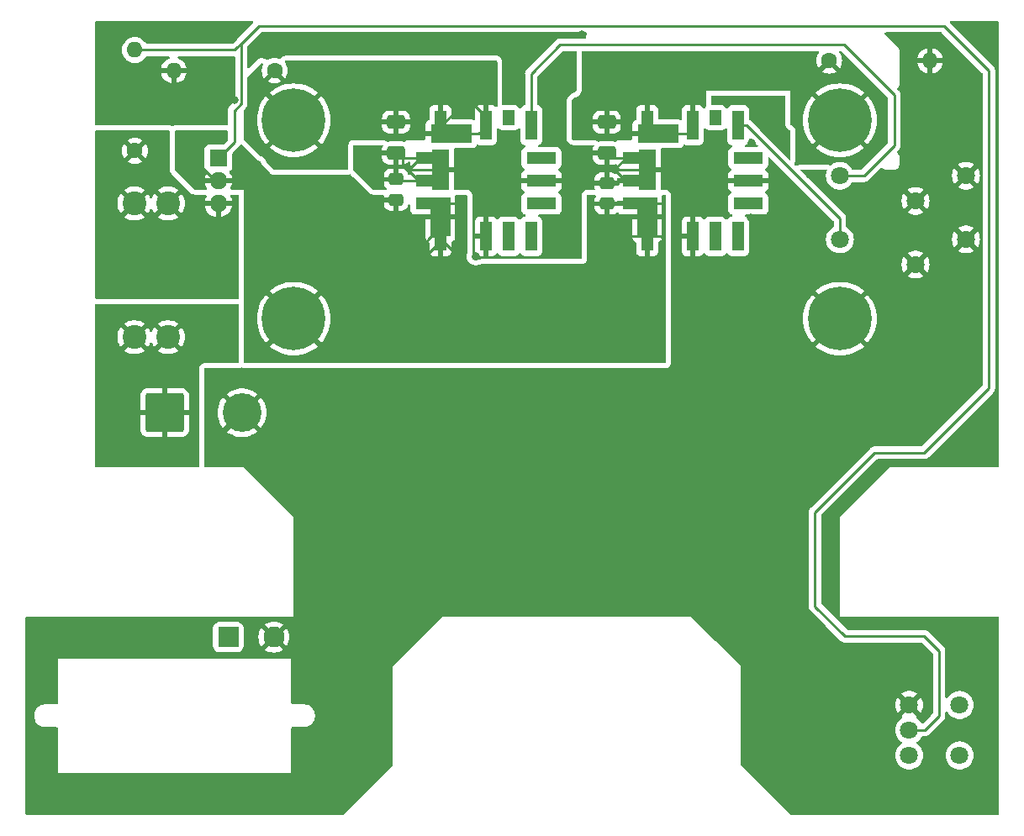
<source format=gbr>
%TF.GenerationSoftware,KiCad,Pcbnew,7.0.9*%
%TF.CreationDate,2025-02-06T13:00:42+09:00*%
%TF.ProjectId,05-PWR,30352d50-5752-42e6-9b69-6361645f7063,rev?*%
%TF.SameCoordinates,Original*%
%TF.FileFunction,Copper,L1,Top*%
%TF.FilePolarity,Positive*%
%FSLAX46Y46*%
G04 Gerber Fmt 4.6, Leading zero omitted, Abs format (unit mm)*
G04 Created by KiCad (PCBNEW 7.0.9) date 2025-02-06 13:00:42*
%MOMM*%
%LPD*%
G01*
G04 APERTURE LIST*
G04 Aperture macros list*
%AMRoundRect*
0 Rectangle with rounded corners*
0 $1 Rounding radius*
0 $2 $3 $4 $5 $6 $7 $8 $9 X,Y pos of 4 corners*
0 Add a 4 corners polygon primitive as box body*
4,1,4,$2,$3,$4,$5,$6,$7,$8,$9,$2,$3,0*
0 Add four circle primitives for the rounded corners*
1,1,$1+$1,$2,$3*
1,1,$1+$1,$4,$5*
1,1,$1+$1,$6,$7*
1,1,$1+$1,$8,$9*
0 Add four rect primitives between the rounded corners*
20,1,$1+$1,$2,$3,$4,$5,0*
20,1,$1+$1,$4,$5,$6,$7,0*
20,1,$1+$1,$6,$7,$8,$9,0*
20,1,$1+$1,$8,$9,$2,$3,0*%
G04 Aperture macros list end*
%TA.AperFunction,SMDPad,CuDef*%
%ADD10RoundRect,0.250000X0.475000X-0.337500X0.475000X0.337500X-0.475000X0.337500X-0.475000X-0.337500X0*%
%TD*%
%TA.AperFunction,ComponentPad*%
%ADD11C,2.400000*%
%TD*%
%TA.AperFunction,ComponentPad*%
%ADD12C,1.600000*%
%TD*%
%TA.AperFunction,ComponentPad*%
%ADD13O,1.600000X1.600000*%
%TD*%
%TA.AperFunction,ComponentPad*%
%ADD14C,0.800000*%
%TD*%
%TA.AperFunction,ComponentPad*%
%ADD15C,6.400000*%
%TD*%
%TA.AperFunction,ComponentPad*%
%ADD16C,1.800000*%
%TD*%
%TA.AperFunction,SMDPad,CuDef*%
%ADD17R,1.200000X3.000000*%
%TD*%
%TA.AperFunction,SMDPad,CuDef*%
%ADD18R,2.000000X4.000000*%
%TD*%
%TA.AperFunction,SMDPad,CuDef*%
%ADD19R,3.000000X1.200000*%
%TD*%
%TA.AperFunction,SMDPad,CuDef*%
%ADD20R,1.770000X4.112100*%
%TD*%
%TA.AperFunction,SMDPad,CuDef*%
%ADD21R,4.170000X1.862000*%
%TD*%
%TA.AperFunction,SMDPad,CuDef*%
%ADD22R,1.200000X1.500000*%
%TD*%
%TA.AperFunction,ComponentPad*%
%ADD23R,1.800000X1.717500*%
%TD*%
%TA.AperFunction,ComponentPad*%
%ADD24O,1.800000X1.717500*%
%TD*%
%TA.AperFunction,SMDPad,CuDef*%
%ADD25RoundRect,0.250000X-0.650000X0.412500X-0.650000X-0.412500X0.650000X-0.412500X0.650000X0.412500X0*%
%TD*%
%TA.AperFunction,ComponentPad*%
%ADD26RoundRect,0.250002X-1.699998X-1.699998X1.699998X-1.699998X1.699998X1.699998X-1.699998X1.699998X0*%
%TD*%
%TA.AperFunction,ComponentPad*%
%ADD27C,3.900000*%
%TD*%
%TA.AperFunction,ComponentPad*%
%ADD28RoundRect,0.250001X-0.799999X-0.799999X0.799999X-0.799999X0.799999X0.799999X-0.799999X0.799999X0*%
%TD*%
%TA.AperFunction,ComponentPad*%
%ADD29C,2.100000*%
%TD*%
%TA.AperFunction,ViaPad*%
%ADD30C,0.800000*%
%TD*%
%TA.AperFunction,Conductor*%
%ADD31C,0.250000*%
%TD*%
G04 APERTURE END LIST*
D10*
%TO.P,22u,1*%
%TO.N,VDD*%
X60298000Y-88037500D03*
%TO.P,22u,2*%
%TO.N,GND*%
X60298000Y-85962500D03*
%TD*%
%TO.P,22u,1*%
%TO.N,VDD*%
X81526000Y-88417500D03*
%TO.P,22u,2*%
%TO.N,GND*%
X81526000Y-86342500D03*
%TD*%
D11*
%TO.P,F1,1*%
%TO.N,Net-(Q1-S)*%
X37338000Y-88384000D03*
X33938000Y-88384000D03*
%TO.P,F1,2*%
%TO.N,Net-(J2-Pin_1)*%
X37338000Y-101854000D03*
X33938000Y-101854000D03*
%TD*%
D12*
%TO.P,10k,1*%
%TO.N,Net-(Q1-S)*%
X34000000Y-83080000D03*
D13*
%TO.P,10k,2*%
%TO.N,Net-(Q1-G)*%
X34000000Y-72920000D03*
%TD*%
D14*
%TO.P,H2,1,1*%
%TO.N,GND*%
X102600000Y-100000000D03*
X103302944Y-98302944D03*
X103302944Y-101697056D03*
X105000000Y-97600000D03*
D15*
X105000000Y-100000000D03*
D14*
X105000000Y-102400000D03*
X106697056Y-98302944D03*
X106697056Y-101697056D03*
X107400000Y-100000000D03*
%TD*%
D12*
%TO.P,1k2,1*%
%TO.N,+3V3*%
X103920000Y-74000000D03*
D13*
%TO.P,1k2,2*%
%TO.N,GND*%
X114080000Y-74000000D03*
%TD*%
D12*
%TO.P,1k2,1*%
%TO.N,+5V*%
X48080000Y-75000000D03*
D13*
%TO.P,1k2,2*%
%TO.N,GND*%
X37920000Y-75000000D03*
%TD*%
D16*
%TO.P,RV5V-1340\u03A9,1,1*%
%TO.N,Net-(U2-Trim)*%
X105000000Y-85600000D03*
%TO.P,RV5V-1340\u03A9,2,2*%
%TO.N,GND*%
X112620000Y-88140000D03*
%TO.P,RV5V-1340\u03A9,3,3*%
X117700000Y-85600000D03*
%TD*%
D17*
%TO.P,U2,1,ON/OFF*%
%TO.N,GND*%
X69342000Y-91706000D03*
%TO.P,U2,2,Vin*%
%TO.N,VDD*%
X64762000Y-91706000D03*
D18*
X64762000Y-89763600D03*
D19*
X63742000Y-88396000D03*
%TO.P,U2,3,GND*%
%TO.N,GND*%
X63742000Y-86106000D03*
D20*
X64762000Y-84958650D03*
D19*
X63742000Y-83816000D03*
D21*
%TO.P,U2,4,Vout*%
%TO.N,+5V*%
X65862200Y-81381600D03*
D17*
X64762000Y-80506000D03*
%TO.P,U2,5,Sense*%
X69342000Y-80506000D03*
%TO.P,U2,6,Trim*%
%TO.N,Net-(U2-Trim)*%
X73922000Y-80506000D03*
D19*
%TO.P,U2,7,GND*%
%TO.N,GND*%
X74942000Y-86106000D03*
%TO.P,U2,8,N.C.*%
%TO.N,unconnected-(U2-N.C.-Pad8)*%
X74942000Y-88396000D03*
D17*
%TO.P,U2,9,Sequence*%
%TO.N,unconnected-(U2-Sequence-Pad9)*%
X73922000Y-91706000D03*
%TO.P,U2,10,PGOOD*%
%TO.N,unconnected-(U2-PGOOD-Pad10)*%
X71632000Y-91706000D03*
D22*
%TO.P,U2,11,N.C.*%
%TO.N,unconnected-(U2-N.C.-Pad11)*%
X71632000Y-79756000D03*
D19*
%TO.P,U2,12,N.C.*%
%TO.N,unconnected-(U2-N.C.-Pad12)*%
X74942000Y-83816000D03*
%TD*%
D23*
%TO.P,Q1,1,G*%
%TO.N,Net-(Q1-G)*%
X42418000Y-83812000D03*
D24*
%TO.P,Q1,2,D*%
%TO.N,VDD*%
X42418000Y-86102000D03*
%TO.P,Q1,3,S*%
%TO.N,Net-(Q1-S)*%
X42418000Y-88392000D03*
%TD*%
D14*
%TO.P,H4,1,1*%
%TO.N,+5V*%
X47600000Y-80000000D03*
X48302944Y-78302944D03*
X48302944Y-81697056D03*
X50000000Y-77600000D03*
D15*
X50000000Y-80000000D03*
D14*
X50000000Y-82400000D03*
X51697056Y-78302944D03*
X51697056Y-81697056D03*
X52400000Y-80000000D03*
%TD*%
D16*
%TO.P,SW1,*%
%TO.N,*%
X117059859Y-144000000D03*
X117059859Y-138920000D03*
%TO.P,SW1,1,A*%
%TO.N,GND*%
X111979859Y-138920000D03*
%TO.P,SW1,2,B*%
%TO.N,Net-(Q1-G)*%
X111979859Y-141460000D03*
%TO.P,SW1,3*%
%TO.N,N/C*%
X111979859Y-144000000D03*
%TD*%
D25*
%TO.P,10u,1*%
%TO.N,+5V*%
X60298000Y-80187000D03*
%TO.P,10u,2*%
%TO.N,GND*%
X60298000Y-83312000D03*
%TD*%
D14*
%TO.P,H1,1,1*%
%TO.N,VDD*%
X47600000Y-100000000D03*
X48302944Y-98302944D03*
X48302944Y-101697056D03*
X50000000Y-97600000D03*
D15*
X50000000Y-100000000D03*
D14*
X50000000Y-102400000D03*
X51697056Y-98302944D03*
X51697056Y-101697056D03*
X52400000Y-100000000D03*
%TD*%
D26*
%TO.P,J2,1,Pin_1*%
%TO.N,Net-(J2-Pin_1)*%
X36994000Y-109474000D03*
D27*
%TO.P,J2,2,Pin_2*%
%TO.N,GND*%
X44794000Y-109474000D03*
%TD*%
D25*
%TO.P,10u,1*%
%TO.N,+3V3*%
X81526000Y-80187000D03*
%TO.P,10u,2*%
%TO.N,GND*%
X81526000Y-83312000D03*
%TD*%
D14*
%TO.P,H3,1,1*%
%TO.N,+3V3*%
X102600000Y-80000000D03*
X103302944Y-78302944D03*
X103302944Y-81697056D03*
X105000000Y-77600000D03*
D15*
X105000000Y-80000000D03*
D14*
X105000000Y-82400000D03*
X106697056Y-78302944D03*
X106697056Y-81697056D03*
X107400000Y-80000000D03*
%TD*%
D28*
%TO.P,J1,1,Pin_1*%
%TO.N,VDD*%
X43406000Y-132080000D03*
D29*
%TO.P,J1,2,Pin_2*%
%TO.N,GND*%
X48006000Y-132080000D03*
%TD*%
D17*
%TO.P,U1,1,ON/OFF*%
%TO.N,GND*%
X90170000Y-91706000D03*
%TO.P,U1,2,Vin*%
%TO.N,VDD*%
X85590000Y-91706000D03*
D18*
X85590000Y-89763600D03*
D19*
X84570000Y-88396000D03*
%TO.P,U1,3,GND*%
%TO.N,GND*%
X84570000Y-86106000D03*
D20*
X85590000Y-84958650D03*
D19*
X84570000Y-83816000D03*
D21*
%TO.P,U1,4,Vout*%
%TO.N,+3V3*%
X86690200Y-81381600D03*
D17*
X85590000Y-80506000D03*
%TO.P,U1,5,Sense*%
X90170000Y-80506000D03*
%TO.P,U1,6,Trim*%
%TO.N,Net-(U1-Trim)*%
X94750000Y-80506000D03*
D19*
%TO.P,U1,7,GND*%
%TO.N,GND*%
X95770000Y-86106000D03*
%TO.P,U1,8,N.C.*%
%TO.N,unconnected-(U1-N.C.-Pad8)*%
X95770000Y-88396000D03*
D17*
%TO.P,U1,9,Sequence*%
%TO.N,unconnected-(U1-Sequence-Pad9)*%
X94750000Y-91706000D03*
%TO.P,U1,10,PGOOD*%
%TO.N,unconnected-(U1-PGOOD-Pad10)*%
X92460000Y-91706000D03*
D22*
%TO.P,U1,11,N.C.*%
%TO.N,unconnected-(U1-N.C.-Pad11)*%
X92460000Y-79756000D03*
D19*
%TO.P,U1,12,N.C.*%
%TO.N,unconnected-(U1-N.C.-Pad12)*%
X95770000Y-83816000D03*
%TD*%
D16*
%TO.P,3V3-2180\u03A9,1,1*%
%TO.N,Net-(U1-Trim)*%
X105000000Y-92000000D03*
%TO.P,3V3-2180\u03A9,2,2*%
%TO.N,GND*%
X112620000Y-94540000D03*
%TO.P,3V3-2180\u03A9,3,3*%
X117700000Y-92000000D03*
%TD*%
D30*
%TO.N,VDD*%
X40500000Y-84500000D03*
X45550000Y-85250000D03*
X38500000Y-84500000D03*
X46355000Y-84455000D03*
%TO.N,GND*%
X62000000Y-106000000D03*
X46000000Y-114000000D03*
X68150000Y-86650000D03*
X38989000Y-148971000D03*
X56515000Y-82931000D03*
X43434000Y-74168000D03*
X24000000Y-143000000D03*
X52578000Y-106045000D03*
X30734000Y-70866000D03*
X50000000Y-118000000D03*
X99441000Y-82931000D03*
X92456000Y-77978000D03*
X117000000Y-131572000D03*
X82000000Y-106000000D03*
X119000000Y-71000000D03*
X47117000Y-71755000D03*
X104140000Y-128016000D03*
X76000000Y-119000000D03*
X77978000Y-73533000D03*
X118000000Y-99000000D03*
X66000000Y-111000000D03*
X75057000Y-75819000D03*
X71501000Y-81788000D03*
X118000000Y-105000000D03*
X120000000Y-110000000D03*
X91567000Y-128524000D03*
X25000000Y-131064000D03*
X84000000Y-111000000D03*
X42164000Y-106045000D03*
X118000000Y-89000000D03*
X104648000Y-139319000D03*
X101092000Y-129921000D03*
X58674000Y-133985000D03*
X46000000Y-106000000D03*
X98425000Y-84963000D03*
X103505000Y-90297000D03*
X101000000Y-120000000D03*
X24000000Y-136000000D03*
X96012000Y-89789000D03*
X42291000Y-114046000D03*
X67000000Y-72000000D03*
X31000000Y-131000000D03*
X54000000Y-118000000D03*
X106000000Y-114000000D03*
X104902000Y-133731000D03*
X58000000Y-115000000D03*
X68326000Y-93726000D03*
X38227000Y-131318000D03*
X78486000Y-93472000D03*
X117000000Y-107000000D03*
X88265000Y-125984000D03*
X78105000Y-76835000D03*
X101727000Y-147828000D03*
X66421000Y-126111000D03*
X54000000Y-72000000D03*
X120000000Y-132000000D03*
X108839000Y-114808000D03*
X118000000Y-81000000D03*
X110490000Y-71501000D03*
X104000000Y-116000000D03*
X88650000Y-89000000D03*
X75692000Y-93345000D03*
X54000000Y-129000000D03*
X102000000Y-118000000D03*
X48000000Y-116000000D03*
X96901000Y-134493000D03*
X118000000Y-102000000D03*
X111650000Y-85200000D03*
X114000000Y-111000000D03*
X97028000Y-144399000D03*
X93599000Y-89535000D03*
X30000000Y-149000000D03*
X63627000Y-128524000D03*
X117000000Y-76000000D03*
X120000000Y-139000000D03*
X109474000Y-148590000D03*
X116000000Y-148082000D03*
X96139000Y-82296000D03*
X97000000Y-99000000D03*
X58293000Y-139446000D03*
X101000000Y-124000000D03*
X118000000Y-95000000D03*
X120015000Y-114046000D03*
X82296000Y-84963000D03*
X92000000Y-115000000D03*
X48000000Y-149000000D03*
X25000000Y-148590000D03*
X78994000Y-71374000D03*
X109000000Y-112000000D03*
X71882000Y-77851000D03*
X120000000Y-144000000D03*
X96901000Y-79883000D03*
X72771000Y-89535000D03*
X50000000Y-110000000D03*
X73000000Y-71501000D03*
X92456000Y-81788000D03*
X57531000Y-144780000D03*
X53213000Y-148082000D03*
X89000000Y-96000000D03*
X75565000Y-82169000D03*
X112000000Y-112000000D03*
X116000000Y-74000000D03*
X104000000Y-120000000D03*
X101981000Y-85471000D03*
X120000000Y-148000000D03*
X44000000Y-78000000D03*
X68199000Y-83185000D03*
X69000000Y-106000000D03*
X89000000Y-106000000D03*
X57531000Y-85725000D03*
X75565000Y-89916000D03*
X40259000Y-79629000D03*
X113030000Y-133731000D03*
X50000000Y-114000000D03*
X120000000Y-135000000D03*
X116000000Y-114000000D03*
X96901000Y-139192000D03*
X61000000Y-72000000D03*
X89000000Y-101000000D03*
X50000000Y-106000000D03*
%TD*%
D31*
%TO.N,VDD*%
X62738000Y-94234000D02*
X66802000Y-94234000D01*
X87249000Y-88392000D02*
X87249000Y-91948000D01*
X64762000Y-91706000D02*
X64762000Y-92210000D01*
X42102000Y-86102000D02*
X40500000Y-84500000D01*
X87249000Y-91948000D02*
X87007000Y-91706000D01*
X66802000Y-94234000D02*
X66929000Y-94107000D01*
X85590000Y-91706000D02*
X83427000Y-91706000D01*
X44698000Y-86102000D02*
X42418000Y-86102000D01*
X64762000Y-92210000D02*
X62738000Y-94234000D01*
X64762000Y-91940000D02*
X66294000Y-93472000D01*
X63869000Y-91706000D02*
X61468000Y-94107000D01*
X42418000Y-86102000D02*
X42102000Y-86102000D01*
X45550000Y-85250000D02*
X44698000Y-86102000D01*
X84570000Y-88396000D02*
X87245000Y-88396000D01*
X63742000Y-88396000D02*
X66671000Y-88396000D01*
X87007000Y-91706000D02*
X85590000Y-91706000D01*
X87245000Y-88396000D02*
X87249000Y-88392000D01*
X64762000Y-91706000D02*
X63869000Y-91706000D01*
X64762000Y-91706000D02*
X64762000Y-91940000D01*
X66671000Y-88396000D02*
X66802000Y-88265000D01*
X83427000Y-91706000D02*
X82931000Y-92202000D01*
%TO.N,GND*%
X84570000Y-83816000D02*
X83443000Y-83816000D01*
X64762000Y-84958650D02*
X61595000Y-84958650D01*
X84570000Y-85978650D02*
X85590000Y-84958650D01*
X82300350Y-84958650D02*
X82296000Y-84963000D01*
X85590000Y-84958650D02*
X82300350Y-84958650D01*
X73606000Y-86106000D02*
X74942000Y-86106000D01*
X84570000Y-83816000D02*
X82030000Y-83816000D01*
X83439000Y-86106000D02*
X82296000Y-84963000D01*
X82030000Y-83816000D02*
X81526000Y-83312000D01*
X63742000Y-86106000D02*
X62611000Y-86106000D01*
X63742000Y-83816000D02*
X62737650Y-83816000D01*
X60354000Y-86106000D02*
X60298000Y-86050000D01*
X62737650Y-83816000D02*
X61595000Y-84958650D01*
X60802000Y-83816000D02*
X60298000Y-83312000D01*
X83443000Y-83816000D02*
X82296000Y-84963000D01*
X60960000Y-84455000D02*
X60960000Y-83913000D01*
X60960000Y-83913000D02*
X60298000Y-83251000D01*
X63742000Y-83816000D02*
X60802000Y-83816000D01*
X61463650Y-84958650D02*
X60960000Y-84455000D01*
X84570000Y-86106000D02*
X83439000Y-86106000D01*
X62611000Y-86106000D02*
X60960000Y-84455000D01*
X61595000Y-84958650D02*
X61463650Y-84958650D01*
X84570000Y-86106000D02*
X84570000Y-85978650D01*
X63742000Y-86106000D02*
X60354000Y-86106000D01*
%TO.N,+3V3*%
X90170000Y-80899000D02*
X89662000Y-81407000D01*
X89662000Y-81407000D02*
X89636600Y-81381600D01*
X90170000Y-80506000D02*
X90170000Y-80899000D01*
X89636600Y-81381600D02*
X86690200Y-81381600D01*
%TO.N,+5V*%
X68605400Y-81381600D02*
X65862200Y-81381600D01*
X69342000Y-80506000D02*
X69342000Y-79629000D01*
X69342000Y-80506000D02*
X69342000Y-80645000D01*
X69342000Y-79629000D02*
X67564000Y-77851000D01*
X64909000Y-80506000D02*
X64762000Y-80506000D01*
X69342000Y-80645000D02*
X68605400Y-81381600D01*
X67564000Y-77851000D02*
X64909000Y-80506000D01*
%TO.N,Net-(Q1-G)*%
X44725000Y-72275000D02*
X46500000Y-70500000D01*
X102500000Y-129000000D02*
X105500000Y-132000000D01*
X115500000Y-70500000D02*
X120000000Y-75000000D01*
X34000000Y-72920000D02*
X44080000Y-72920000D01*
X113540000Y-141460000D02*
X111979859Y-141460000D01*
X44080000Y-72920000D02*
X46500000Y-70500000D01*
X105500000Y-132000000D02*
X113500000Y-132000000D01*
X120000000Y-75000000D02*
X120000000Y-107000000D01*
X115000000Y-133500000D02*
X115000000Y-140000000D01*
X120000000Y-107000000D02*
X113500000Y-113500000D01*
X46500000Y-70500000D02*
X115500000Y-70500000D01*
X42418000Y-83812000D02*
X44000000Y-82230000D01*
X44000000Y-79025305D02*
X44725000Y-78300305D01*
X113500000Y-113500000D02*
X108500000Y-113500000D01*
X108500000Y-113500000D02*
X102500000Y-119500000D01*
X102500000Y-119500000D02*
X102500000Y-129000000D01*
X115000000Y-140000000D02*
X113540000Y-141460000D01*
X113500000Y-132000000D02*
X115000000Y-133500000D01*
X44000000Y-82230000D02*
X44000000Y-79025305D01*
X44725000Y-78300305D02*
X44725000Y-72275000D01*
%TO.N,Net-(U2-Trim)*%
X76839653Y-72390000D02*
X105410000Y-72390000D01*
X107440000Y-85600000D02*
X105000000Y-85600000D01*
X73922000Y-75307653D02*
X76839653Y-72390000D01*
X110490000Y-77470000D02*
X110490000Y-82550000D01*
X105410000Y-72390000D02*
X110490000Y-77470000D01*
X73922000Y-80506000D02*
X73922000Y-75307653D01*
X110490000Y-82550000D02*
X107440000Y-85600000D01*
%TO.N,Net-(U1-Trim)*%
X94750000Y-80506000D02*
X95600000Y-80506000D01*
X95600000Y-80506000D02*
X105000000Y-89906000D01*
X105000000Y-89906000D02*
X105000000Y-92000000D01*
%TD*%
%TA.AperFunction,Conductor*%
%TO.N,+3V3*%
G36*
X106856420Y-81502867D02*
G01*
X106794601Y-81461561D01*
X106721680Y-81447056D01*
X106672432Y-81447056D01*
X106599511Y-81461561D01*
X106516816Y-81516816D01*
X106461561Y-81599511D01*
X106442158Y-81697056D01*
X106461561Y-81794601D01*
X106502867Y-81856420D01*
X105944180Y-81297733D01*
X106134870Y-81134870D01*
X106297733Y-80944180D01*
X106856420Y-81502867D01*
G37*
%TD.AperFunction*%
%TA.AperFunction,Conductor*%
G36*
X103865130Y-81134870D02*
G01*
X104055819Y-81297733D01*
X103497135Y-81856416D01*
X103538439Y-81794601D01*
X103557842Y-81697056D01*
X103538439Y-81599511D01*
X103483184Y-81516816D01*
X103400489Y-81461561D01*
X103327568Y-81447056D01*
X103278320Y-81447056D01*
X103205399Y-81461561D01*
X103143577Y-81502868D01*
X103702266Y-80944180D01*
X103865130Y-81134870D01*
G37*
%TD.AperFunction*%
%TA.AperFunction,Conductor*%
G36*
X104055819Y-78702266D02*
G01*
X103865130Y-78865130D01*
X103702266Y-79055818D01*
X103143582Y-78497134D01*
X103205399Y-78538439D01*
X103278320Y-78552944D01*
X103327568Y-78552944D01*
X103400489Y-78538439D01*
X103483184Y-78483184D01*
X103538439Y-78400489D01*
X103557842Y-78302944D01*
X103538439Y-78205399D01*
X103497133Y-78143581D01*
X104055819Y-78702266D01*
G37*
%TD.AperFunction*%
%TA.AperFunction,Conductor*%
G36*
X106461561Y-78205399D02*
G01*
X106442158Y-78302944D01*
X106461561Y-78400489D01*
X106516816Y-78483184D01*
X106599511Y-78538439D01*
X106672432Y-78552944D01*
X106721680Y-78552944D01*
X106794601Y-78538439D01*
X106856415Y-78497135D01*
X106297732Y-79055818D01*
X106134870Y-78865130D01*
X105944180Y-78702266D01*
X106502867Y-78143578D01*
X106461561Y-78205399D01*
G37*
%TD.AperFunction*%
%TA.AperFunction,Conductor*%
G36*
X102851185Y-73035185D02*
G01*
X102896940Y-73087989D01*
X102906884Y-73157147D01*
X102885720Y-73210624D01*
X102789870Y-73347510D01*
X102789866Y-73347516D01*
X102693734Y-73553673D01*
X102693730Y-73553682D01*
X102634860Y-73773389D01*
X102634858Y-73773400D01*
X102615034Y-73999997D01*
X102615034Y-74000002D01*
X102634858Y-74226599D01*
X102634860Y-74226610D01*
X102693730Y-74446317D01*
X102693734Y-74446326D01*
X102789865Y-74652481D01*
X102789866Y-74652483D01*
X102840973Y-74725471D01*
X102840973Y-74725472D01*
X103522045Y-74044399D01*
X103534835Y-74125148D01*
X103592359Y-74238045D01*
X103681955Y-74327641D01*
X103794852Y-74385165D01*
X103875599Y-74397953D01*
X103194526Y-75079025D01*
X103194526Y-75079026D01*
X103267512Y-75130131D01*
X103267516Y-75130133D01*
X103473673Y-75226265D01*
X103473682Y-75226269D01*
X103693389Y-75285139D01*
X103693400Y-75285141D01*
X103919998Y-75304966D01*
X103920002Y-75304966D01*
X104146599Y-75285141D01*
X104146610Y-75285139D01*
X104366317Y-75226269D01*
X104366331Y-75226264D01*
X104572478Y-75130136D01*
X104645472Y-75079025D01*
X103964401Y-74397953D01*
X104045148Y-74385165D01*
X104158045Y-74327641D01*
X104247641Y-74238045D01*
X104305165Y-74125148D01*
X104317953Y-74044400D01*
X104999025Y-74725472D01*
X105050136Y-74652478D01*
X105146264Y-74446331D01*
X105146269Y-74446317D01*
X105205139Y-74226610D01*
X105205141Y-74226599D01*
X105224966Y-74000002D01*
X105224966Y-73999997D01*
X105205141Y-73773400D01*
X105205139Y-73773389D01*
X105146269Y-73553682D01*
X105146265Y-73553673D01*
X105050133Y-73347516D01*
X105050129Y-73347510D01*
X104954280Y-73210624D01*
X104931952Y-73144418D01*
X104948962Y-73076651D01*
X104999910Y-73028837D01*
X105055854Y-73015500D01*
X105099548Y-73015500D01*
X105166587Y-73035185D01*
X105187229Y-73051819D01*
X109828181Y-77692771D01*
X109861666Y-77754094D01*
X109864500Y-77780452D01*
X109864500Y-82239547D01*
X109844815Y-82306586D01*
X109828181Y-82327228D01*
X107217228Y-84938181D01*
X107155905Y-84971666D01*
X107129547Y-84974500D01*
X106331351Y-84974500D01*
X106264312Y-84954815D01*
X106227542Y-84918321D01*
X106108983Y-84736852D01*
X106108980Y-84736849D01*
X106108979Y-84736847D01*
X105951784Y-84566087D01*
X105951779Y-84566083D01*
X105951777Y-84566081D01*
X105768634Y-84423535D01*
X105768628Y-84423531D01*
X105564504Y-84313064D01*
X105564495Y-84313061D01*
X105344984Y-84237702D01*
X105137922Y-84203150D01*
X105116049Y-84199500D01*
X104883951Y-84199500D01*
X104862078Y-84203150D01*
X104655015Y-84237702D01*
X104435504Y-84313061D01*
X104435495Y-84313064D01*
X104231372Y-84423531D01*
X104085335Y-84537196D01*
X104020341Y-84562838D01*
X103957662Y-84552136D01*
X103876297Y-84514977D01*
X103876289Y-84514975D01*
X103733875Y-84494500D01*
X100978591Y-84494500D01*
X100942526Y-84495788D01*
X100801936Y-84526371D01*
X100691319Y-84586773D01*
X100623046Y-84601624D01*
X100557582Y-84577207D01*
X100544212Y-84565621D01*
X100436342Y-84457751D01*
X100402857Y-84396428D01*
X100407841Y-84326736D01*
X100421884Y-84303079D01*
X100420459Y-84302163D01*
X100425247Y-84294710D01*
X100425254Y-84294703D01*
X100485024Y-84163825D01*
X100505500Y-84021409D01*
X100505500Y-81000000D01*
X100500355Y-80928060D01*
X100497584Y-80918624D01*
X100491929Y-80899365D01*
X100459819Y-80790008D01*
X100430762Y-80744794D01*
X100382032Y-80668969D01*
X100382028Y-80668965D01*
X100273299Y-80574750D01*
X100273297Y-80574748D01*
X100273294Y-80574746D01*
X100227589Y-80553873D01*
X100142417Y-80514976D01*
X100106351Y-80509790D01*
X100042796Y-80480763D01*
X100005022Y-80421985D01*
X100000000Y-80387052D01*
X100000000Y-80000000D01*
X101294922Y-80000000D01*
X101315219Y-80387287D01*
X101375886Y-80770323D01*
X101375887Y-80770330D01*
X101476262Y-81144936D01*
X101615244Y-81506994D01*
X101791310Y-81852543D01*
X102002531Y-82177793D01*
X102211095Y-82435350D01*
X102211096Y-82435350D01*
X103108756Y-81537689D01*
X103067449Y-81599511D01*
X103048046Y-81697056D01*
X103067449Y-81794601D01*
X103122704Y-81877296D01*
X103205399Y-81932551D01*
X103278320Y-81947056D01*
X103327568Y-81947056D01*
X103400489Y-81932551D01*
X103462304Y-81891247D01*
X102564648Y-82788903D01*
X102564649Y-82788904D01*
X102822206Y-82997468D01*
X103147456Y-83208689D01*
X103493005Y-83384755D01*
X103855063Y-83523737D01*
X104229669Y-83624112D01*
X104229676Y-83624113D01*
X104612712Y-83684780D01*
X104999999Y-83705078D01*
X105000001Y-83705078D01*
X105387287Y-83684780D01*
X105770323Y-83624113D01*
X105770330Y-83624112D01*
X106144936Y-83523737D01*
X106506994Y-83384755D01*
X106852543Y-83208689D01*
X107177783Y-82997476D01*
X107177785Y-82997475D01*
X107435349Y-82788902D01*
X106537691Y-81891244D01*
X106599511Y-81932551D01*
X106672432Y-81947056D01*
X106721680Y-81947056D01*
X106794601Y-81932551D01*
X106877296Y-81877296D01*
X106932551Y-81794601D01*
X106951954Y-81697056D01*
X106932551Y-81599511D01*
X106891244Y-81537691D01*
X107788902Y-82435349D01*
X107997475Y-82177785D01*
X107997476Y-82177783D01*
X108208689Y-81852543D01*
X108384755Y-81506994D01*
X108523737Y-81144936D01*
X108624112Y-80770330D01*
X108624113Y-80770323D01*
X108684780Y-80387287D01*
X108705078Y-80000000D01*
X108705078Y-79999999D01*
X108684780Y-79612712D01*
X108624113Y-79229676D01*
X108624112Y-79229669D01*
X108523737Y-78855063D01*
X108384755Y-78493005D01*
X108208689Y-78147456D01*
X107997468Y-77822206D01*
X107788904Y-77564649D01*
X107788903Y-77564648D01*
X106891247Y-78462303D01*
X106932551Y-78400489D01*
X106951954Y-78302944D01*
X106932551Y-78205399D01*
X106877296Y-78122704D01*
X106794601Y-78067449D01*
X106721680Y-78052944D01*
X106672432Y-78052944D01*
X106599511Y-78067449D01*
X106537690Y-78108755D01*
X107435350Y-77211096D01*
X107435350Y-77211095D01*
X107177793Y-77002531D01*
X106852543Y-76791310D01*
X106506994Y-76615244D01*
X106144936Y-76476262D01*
X105770330Y-76375887D01*
X105770323Y-76375886D01*
X105387287Y-76315219D01*
X105000001Y-76294922D01*
X104999999Y-76294922D01*
X104612712Y-76315219D01*
X104229676Y-76375886D01*
X104229669Y-76375887D01*
X103855063Y-76476262D01*
X103493005Y-76615244D01*
X103147456Y-76791310D01*
X102822206Y-77002531D01*
X102564648Y-77211095D01*
X102564648Y-77211096D01*
X103462306Y-78108754D01*
X103400489Y-78067449D01*
X103327568Y-78052944D01*
X103278320Y-78052944D01*
X103205399Y-78067449D01*
X103122704Y-78122704D01*
X103067449Y-78205399D01*
X103048046Y-78302944D01*
X103067449Y-78400489D01*
X103108753Y-78462305D01*
X102211096Y-77564648D01*
X102211095Y-77564648D01*
X102002531Y-77822206D01*
X101791310Y-78147456D01*
X101615244Y-78493005D01*
X101476262Y-78855063D01*
X101375887Y-79229669D01*
X101375886Y-79229676D01*
X101315219Y-79612712D01*
X101294922Y-79999999D01*
X101294922Y-80000000D01*
X100000000Y-80000000D01*
X100000000Y-77000000D01*
X91500000Y-77000000D01*
X91500000Y-78610460D01*
X91480315Y-78677499D01*
X91475266Y-78684772D01*
X91413953Y-78766674D01*
X91358019Y-78808544D01*
X91288327Y-78813528D01*
X91227004Y-78780042D01*
X91215420Y-78766673D01*
X91127186Y-78648809D01*
X91012093Y-78562649D01*
X91012086Y-78562645D01*
X90877379Y-78512403D01*
X90877372Y-78512401D01*
X90817844Y-78506000D01*
X90420000Y-78506000D01*
X90420000Y-80632000D01*
X90400315Y-80699039D01*
X90347511Y-80744794D01*
X90296000Y-80756000D01*
X90044000Y-80756000D01*
X89976961Y-80736315D01*
X89931206Y-80683511D01*
X89920000Y-80632000D01*
X89920000Y-78506000D01*
X89522155Y-78506000D01*
X89462627Y-78512401D01*
X89462620Y-78512403D01*
X89327913Y-78562645D01*
X89327906Y-78562649D01*
X89212812Y-78648809D01*
X89212809Y-78648812D01*
X89126649Y-78763906D01*
X89126645Y-78763913D01*
X89076403Y-78898620D01*
X89076401Y-78898627D01*
X89070000Y-78958155D01*
X89070000Y-79848313D01*
X89050315Y-79915352D01*
X88997511Y-79961107D01*
X88928353Y-79971051D01*
X88902668Y-79964495D01*
X88882583Y-79957003D01*
X88882572Y-79957001D01*
X88823044Y-79950600D01*
X86814000Y-79950600D01*
X86746961Y-79930915D01*
X86701206Y-79878111D01*
X86690000Y-79826600D01*
X86690000Y-78958172D01*
X86689999Y-78958155D01*
X86683598Y-78898627D01*
X86683596Y-78898620D01*
X86633354Y-78763913D01*
X86633350Y-78763906D01*
X86547190Y-78648812D01*
X86547187Y-78648809D01*
X86432093Y-78562649D01*
X86432086Y-78562645D01*
X86297379Y-78512403D01*
X86297372Y-78512401D01*
X86237844Y-78506000D01*
X85840000Y-78506000D01*
X85840000Y-80632000D01*
X85820315Y-80699039D01*
X85767511Y-80744794D01*
X85716000Y-80756000D01*
X85464000Y-80756000D01*
X85396961Y-80736315D01*
X85351206Y-80683511D01*
X85340000Y-80632000D01*
X85340000Y-78506000D01*
X84942155Y-78506000D01*
X84882627Y-78512401D01*
X84882620Y-78512403D01*
X84747913Y-78562645D01*
X84747906Y-78562649D01*
X84632812Y-78648809D01*
X84632809Y-78648812D01*
X84546649Y-78763906D01*
X84546645Y-78763913D01*
X84496403Y-78898620D01*
X84496401Y-78898627D01*
X84490000Y-78958155D01*
X84490000Y-79873825D01*
X84470315Y-79940864D01*
X84417511Y-79986619D01*
X84409335Y-79990006D01*
X84363108Y-80007247D01*
X84363107Y-80007248D01*
X84248012Y-80093409D01*
X84248009Y-80093412D01*
X84161849Y-80208506D01*
X84161845Y-80208513D01*
X84111603Y-80343220D01*
X84111601Y-80343227D01*
X84105200Y-80402755D01*
X84105200Y-81131600D01*
X86816200Y-81131600D01*
X86883239Y-81151285D01*
X86928994Y-81204089D01*
X86940200Y-81255600D01*
X86940200Y-81507600D01*
X86920515Y-81574639D01*
X86867711Y-81620394D01*
X86816200Y-81631600D01*
X84105200Y-81631600D01*
X84105200Y-81870500D01*
X84085515Y-81937539D01*
X84032711Y-81983294D01*
X83981200Y-81994500D01*
X82810780Y-81994500D01*
X82771613Y-81996936D01*
X82748111Y-81998399D01*
X82748110Y-81998399D01*
X82609338Y-82036371D01*
X82486874Y-82111907D01*
X82471820Y-82128644D01*
X82412350Y-82165320D01*
X82342493Y-82164023D01*
X82340632Y-82163422D01*
X82328805Y-82159503D01*
X82328800Y-82159502D01*
X82328797Y-82159501D01*
X82328792Y-82159500D01*
X82328790Y-82159500D01*
X82226010Y-82149000D01*
X80825998Y-82149000D01*
X80825981Y-82149001D01*
X80723203Y-82159500D01*
X80723200Y-82159501D01*
X80709916Y-82163903D01*
X80640087Y-82166301D01*
X80589715Y-82139908D01*
X80514518Y-82074750D01*
X80514516Y-82074748D01*
X80514513Y-82074746D01*
X80514509Y-82074744D01*
X80383638Y-82014976D01*
X80383633Y-82014975D01*
X80241219Y-81994500D01*
X78124000Y-81994500D01*
X78056961Y-81974815D01*
X78011206Y-81922011D01*
X78000000Y-81870500D01*
X78000000Y-80437000D01*
X80126001Y-80437000D01*
X80126001Y-80649486D01*
X80136494Y-80752197D01*
X80191641Y-80918619D01*
X80191643Y-80918624D01*
X80283684Y-81067845D01*
X80407654Y-81191815D01*
X80556875Y-81283856D01*
X80556880Y-81283858D01*
X80723302Y-81339005D01*
X80723309Y-81339006D01*
X80826019Y-81349499D01*
X81275999Y-81349499D01*
X81276000Y-81349498D01*
X81276000Y-80437000D01*
X81776000Y-80437000D01*
X81776000Y-81349499D01*
X82225972Y-81349499D01*
X82225986Y-81349498D01*
X82328697Y-81339005D01*
X82495119Y-81283858D01*
X82495124Y-81283856D01*
X82644345Y-81191815D01*
X82768315Y-81067845D01*
X82860356Y-80918624D01*
X82860358Y-80918619D01*
X82915505Y-80752197D01*
X82915506Y-80752190D01*
X82925999Y-80649486D01*
X82926000Y-80649473D01*
X82926000Y-80437000D01*
X81776000Y-80437000D01*
X81276000Y-80437000D01*
X80126001Y-80437000D01*
X78000000Y-80437000D01*
X78000000Y-79937000D01*
X80126000Y-79937000D01*
X81276000Y-79937000D01*
X81276000Y-79024500D01*
X81776000Y-79024500D01*
X81776000Y-79937000D01*
X82925999Y-79937000D01*
X82925999Y-79724528D01*
X82925998Y-79724513D01*
X82915505Y-79621802D01*
X82860358Y-79455380D01*
X82860356Y-79455375D01*
X82768315Y-79306154D01*
X82644345Y-79182184D01*
X82495124Y-79090143D01*
X82495119Y-79090141D01*
X82328697Y-79034994D01*
X82328690Y-79034993D01*
X82225986Y-79024500D01*
X81776000Y-79024500D01*
X81276000Y-79024500D01*
X80826028Y-79024500D01*
X80826012Y-79024501D01*
X80723302Y-79034994D01*
X80556880Y-79090141D01*
X80556875Y-79090143D01*
X80407654Y-79182184D01*
X80283684Y-79306154D01*
X80191643Y-79455375D01*
X80191641Y-79455380D01*
X80136494Y-79621802D01*
X80136493Y-79621809D01*
X80126000Y-79724513D01*
X80126000Y-79937000D01*
X78000000Y-79937000D01*
X78000000Y-78051361D01*
X78019685Y-77984322D01*
X78036314Y-77963685D01*
X78256036Y-77743963D01*
X78317355Y-77710481D01*
X78317518Y-77710445D01*
X78384803Y-77696144D01*
X78557730Y-77619151D01*
X78710871Y-77507888D01*
X78837533Y-77367216D01*
X78932179Y-77203284D01*
X78990674Y-77023256D01*
X78990674Y-77023251D01*
X78991038Y-77022133D01*
X78992725Y-77017561D01*
X79000000Y-76999999D01*
X79000000Y-76937775D01*
X79000340Y-76931290D01*
X79002080Y-76914726D01*
X79010460Y-76835000D01*
X79000340Y-76738708D01*
X79000000Y-76732223D01*
X79000000Y-73139500D01*
X79019685Y-73072461D01*
X79072489Y-73026706D01*
X79124000Y-73015500D01*
X102784146Y-73015500D01*
X102851185Y-73035185D01*
G37*
%TD.AperFunction*%
%TD*%
%TA.AperFunction,Conductor*%
%TO.N,GND*%
G36*
X106856420Y-101502867D02*
G01*
X106794601Y-101461561D01*
X106721680Y-101447056D01*
X106672432Y-101447056D01*
X106599511Y-101461561D01*
X106516816Y-101516816D01*
X106461561Y-101599511D01*
X106442158Y-101697056D01*
X106461561Y-101794601D01*
X106502867Y-101856420D01*
X105944180Y-101297733D01*
X106134870Y-101134870D01*
X106297733Y-100944180D01*
X106856420Y-101502867D01*
G37*
%TD.AperFunction*%
%TA.AperFunction,Conductor*%
G36*
X103865130Y-101134870D02*
G01*
X104055819Y-101297733D01*
X103497135Y-101856416D01*
X103538439Y-101794601D01*
X103557842Y-101697056D01*
X103538439Y-101599511D01*
X103483184Y-101516816D01*
X103400489Y-101461561D01*
X103327568Y-101447056D01*
X103278320Y-101447056D01*
X103205399Y-101461561D01*
X103143577Y-101502868D01*
X103702266Y-100944180D01*
X103865130Y-101134870D01*
G37*
%TD.AperFunction*%
%TA.AperFunction,Conductor*%
G36*
X104055819Y-98702266D02*
G01*
X103865130Y-98865130D01*
X103702266Y-99055818D01*
X103143582Y-98497134D01*
X103205399Y-98538439D01*
X103278320Y-98552944D01*
X103327568Y-98552944D01*
X103400489Y-98538439D01*
X103483184Y-98483184D01*
X103538439Y-98400489D01*
X103557842Y-98302944D01*
X103538439Y-98205399D01*
X103497133Y-98143581D01*
X104055819Y-98702266D01*
G37*
%TD.AperFunction*%
%TA.AperFunction,Conductor*%
G36*
X106461561Y-98205399D02*
G01*
X106442158Y-98302944D01*
X106461561Y-98400489D01*
X106516816Y-98483184D01*
X106599511Y-98538439D01*
X106672432Y-98552944D01*
X106721680Y-98552944D01*
X106794601Y-98538439D01*
X106856415Y-98497135D01*
X106297732Y-99055818D01*
X106134870Y-98865130D01*
X105944180Y-98702266D01*
X106502867Y-98143578D01*
X106461561Y-98205399D01*
G37*
%TD.AperFunction*%
%TA.AperFunction,Conductor*%
G36*
X89462517Y-82500091D02*
G01*
X89462516Y-82500091D01*
X89469444Y-82500835D01*
X89522127Y-82506500D01*
X90817872Y-82506499D01*
X90877483Y-82500091D01*
X90877727Y-82500000D01*
X94042273Y-82500000D01*
X94042517Y-82500091D01*
X94075579Y-82503645D01*
X94140127Y-82530381D01*
X94179976Y-82587773D01*
X94182471Y-82657598D01*
X94146819Y-82717688D01*
X94105656Y-82743116D01*
X94027669Y-82772203D01*
X94027664Y-82772206D01*
X93912455Y-82858452D01*
X93912452Y-82858455D01*
X93826206Y-82973664D01*
X93826202Y-82973671D01*
X93775908Y-83108517D01*
X93769501Y-83168116D01*
X93769501Y-83168123D01*
X93769500Y-83168135D01*
X93769500Y-84463870D01*
X93769501Y-84463876D01*
X93775908Y-84523483D01*
X93826202Y-84658328D01*
X93826206Y-84658335D01*
X93912452Y-84773544D01*
X93912453Y-84773544D01*
X93912454Y-84773546D01*
X93974469Y-84819970D01*
X94030674Y-84862046D01*
X94072544Y-84917980D01*
X94077528Y-84987671D01*
X94044042Y-85048994D01*
X94030674Y-85060578D01*
X93912809Y-85148812D01*
X93826649Y-85263906D01*
X93826645Y-85263913D01*
X93776403Y-85398620D01*
X93776401Y-85398627D01*
X93770000Y-85458155D01*
X93770000Y-85856000D01*
X97770000Y-85856000D01*
X97770000Y-85458172D01*
X97769999Y-85458155D01*
X97763598Y-85398627D01*
X97763596Y-85398620D01*
X97713354Y-85263913D01*
X97713350Y-85263906D01*
X97627190Y-85148812D01*
X97627187Y-85148809D01*
X97509326Y-85060578D01*
X97467455Y-85004645D01*
X97462471Y-84934953D01*
X97495956Y-84873630D01*
X97509326Y-84862045D01*
X97512329Y-84859796D01*
X97512331Y-84859796D01*
X97627546Y-84773546D01*
X97713796Y-84658331D01*
X97764091Y-84523483D01*
X97770500Y-84463873D01*
X97770499Y-83860449D01*
X97790183Y-83793412D01*
X97842987Y-83747657D01*
X97912146Y-83737713D01*
X97975702Y-83766738D01*
X97982180Y-83772770D01*
X104338181Y-90128771D01*
X104371666Y-90190094D01*
X104374500Y-90216452D01*
X104374500Y-90672185D01*
X104354815Y-90739224D01*
X104309518Y-90781239D01*
X104231380Y-90823525D01*
X104231365Y-90823535D01*
X104048222Y-90966081D01*
X104048219Y-90966084D01*
X103891016Y-91136852D01*
X103764075Y-91331151D01*
X103670842Y-91543699D01*
X103613866Y-91768691D01*
X103613864Y-91768702D01*
X103594700Y-91999993D01*
X103594700Y-92000006D01*
X103613864Y-92231297D01*
X103613866Y-92231308D01*
X103670842Y-92456300D01*
X103764075Y-92668848D01*
X103891016Y-92863147D01*
X103891019Y-92863151D01*
X103891021Y-92863153D01*
X104048216Y-93033913D01*
X104048219Y-93033915D01*
X104048222Y-93033918D01*
X104231365Y-93176464D01*
X104231371Y-93176468D01*
X104231374Y-93176470D01*
X104435497Y-93286936D01*
X104512523Y-93313379D01*
X104655015Y-93362297D01*
X104655017Y-93362297D01*
X104655019Y-93362298D01*
X104883951Y-93400500D01*
X104883952Y-93400500D01*
X105116048Y-93400500D01*
X105116049Y-93400500D01*
X105344981Y-93362298D01*
X105564503Y-93286936D01*
X105768626Y-93176470D01*
X105951784Y-93033913D01*
X106108979Y-92863153D01*
X106235924Y-92668849D01*
X106329157Y-92456300D01*
X106386134Y-92231305D01*
X106388115Y-92207396D01*
X106405300Y-92000006D01*
X106405300Y-91999993D01*
X106386135Y-91768702D01*
X106386133Y-91768691D01*
X106329157Y-91543699D01*
X106235924Y-91331151D01*
X106108983Y-91136852D01*
X106108980Y-91136849D01*
X106108979Y-91136847D01*
X105951784Y-90966087D01*
X105951779Y-90966083D01*
X105951777Y-90966081D01*
X105768634Y-90823535D01*
X105768619Y-90823525D01*
X105690482Y-90781239D01*
X105640891Y-90732020D01*
X105625500Y-90672185D01*
X105625500Y-89988737D01*
X105627224Y-89973123D01*
X105626938Y-89973096D01*
X105627672Y-89965333D01*
X105625500Y-89896202D01*
X105625500Y-89866651D01*
X105625500Y-89866650D01*
X105624629Y-89859759D01*
X105624172Y-89853945D01*
X105623999Y-89848452D01*
X105622709Y-89807372D01*
X105617120Y-89788137D01*
X105613174Y-89769084D01*
X105610664Y-89749208D01*
X105593501Y-89705859D01*
X105591614Y-89700346D01*
X105589740Y-89693897D01*
X105578617Y-89655610D01*
X105568421Y-89638369D01*
X105559860Y-89620893D01*
X105552486Y-89602269D01*
X105552486Y-89602267D01*
X105538439Y-89582934D01*
X105525083Y-89564550D01*
X105521900Y-89559705D01*
X105498170Y-89519579D01*
X105498165Y-89519573D01*
X105484005Y-89505413D01*
X105471370Y-89490620D01*
X105459593Y-89474412D01*
X105423693Y-89444713D01*
X105419381Y-89440790D01*
X104118596Y-88140005D01*
X111215202Y-88140005D01*
X111234361Y-88371218D01*
X111291317Y-88596135D01*
X111384516Y-88808609D01*
X111468811Y-88937633D01*
X112136922Y-88269523D01*
X112160507Y-88349844D01*
X112238239Y-88470798D01*
X112346900Y-88564952D01*
X112477685Y-88624680D01*
X112487466Y-88626086D01*
X111821199Y-89292351D01*
X111851650Y-89316050D01*
X112055697Y-89426476D01*
X112055706Y-89426479D01*
X112275139Y-89501811D01*
X112503993Y-89540000D01*
X112736007Y-89540000D01*
X112964860Y-89501811D01*
X113184293Y-89426479D01*
X113184302Y-89426476D01*
X113388350Y-89316050D01*
X113418798Y-89292351D01*
X112752533Y-88626086D01*
X112762315Y-88624680D01*
X112893100Y-88564952D01*
X113001761Y-88470798D01*
X113079493Y-88349844D01*
X113103076Y-88269524D01*
X113771186Y-88937634D01*
X113855484Y-88808606D01*
X113948682Y-88596135D01*
X114005638Y-88371218D01*
X114024798Y-88140005D01*
X114024798Y-88139994D01*
X114005638Y-87908781D01*
X113948682Y-87683864D01*
X113855483Y-87471390D01*
X113771186Y-87342364D01*
X113103076Y-88010475D01*
X113079493Y-87930156D01*
X113001761Y-87809202D01*
X112893100Y-87715048D01*
X112762315Y-87655320D01*
X112752534Y-87653913D01*
X113418799Y-86987648D01*
X113418799Y-86987647D01*
X113388349Y-86963949D01*
X113184302Y-86853523D01*
X113184293Y-86853520D01*
X112964860Y-86778188D01*
X112736007Y-86740000D01*
X112503993Y-86740000D01*
X112275139Y-86778188D01*
X112055706Y-86853520D01*
X112055698Y-86853523D01*
X111851644Y-86963952D01*
X111821200Y-86987646D01*
X111821200Y-86987647D01*
X112487466Y-87653913D01*
X112477685Y-87655320D01*
X112346900Y-87715048D01*
X112238239Y-87809202D01*
X112160507Y-87930156D01*
X112136923Y-88010476D01*
X111468812Y-87342365D01*
X111384516Y-87471391D01*
X111384514Y-87471395D01*
X111291317Y-87683864D01*
X111234361Y-87908781D01*
X111215202Y-88139994D01*
X111215202Y-88140005D01*
X104118596Y-88140005D01*
X100978591Y-85000000D01*
X103733875Y-85000000D01*
X103670842Y-85143699D01*
X103613866Y-85368691D01*
X103613864Y-85368702D01*
X103594700Y-85599993D01*
X103594700Y-85600006D01*
X103613864Y-85831297D01*
X103613866Y-85831308D01*
X103670842Y-86056300D01*
X103764075Y-86268848D01*
X103891016Y-86463147D01*
X103891019Y-86463151D01*
X103891021Y-86463153D01*
X104048216Y-86633913D01*
X104048219Y-86633915D01*
X104048222Y-86633918D01*
X104231365Y-86776464D01*
X104231371Y-86776468D01*
X104231374Y-86776470D01*
X104435497Y-86886936D01*
X104532543Y-86920252D01*
X104655015Y-86962297D01*
X104655017Y-86962297D01*
X104655019Y-86962298D01*
X104883951Y-87000500D01*
X104883952Y-87000500D01*
X105116048Y-87000500D01*
X105116049Y-87000500D01*
X105344981Y-86962298D01*
X105564503Y-86886936D01*
X105768626Y-86776470D01*
X105951784Y-86633913D01*
X106108979Y-86463153D01*
X106129265Y-86432103D01*
X106227542Y-86281679D01*
X106280689Y-86236322D01*
X106331351Y-86225500D01*
X107357257Y-86225500D01*
X107372877Y-86227224D01*
X107372904Y-86226939D01*
X107380660Y-86227671D01*
X107380667Y-86227673D01*
X107449814Y-86225500D01*
X107479350Y-86225500D01*
X107486228Y-86224630D01*
X107492041Y-86224172D01*
X107538627Y-86222709D01*
X107557869Y-86217117D01*
X107576912Y-86213174D01*
X107596792Y-86210664D01*
X107640122Y-86193507D01*
X107645646Y-86191617D01*
X107649396Y-86190527D01*
X107690390Y-86178618D01*
X107707629Y-86168422D01*
X107725103Y-86159862D01*
X107743727Y-86152488D01*
X107743727Y-86152487D01*
X107743732Y-86152486D01*
X107781449Y-86125082D01*
X107786305Y-86121892D01*
X107826420Y-86098170D01*
X107840589Y-86083999D01*
X107855379Y-86071368D01*
X107871587Y-86059594D01*
X107901299Y-86023676D01*
X107905212Y-86019376D01*
X108924589Y-85000000D01*
X115000000Y-85000000D01*
X115000000Y-107000000D01*
X104000000Y-107000000D01*
X101500000Y-109500000D01*
X101500000Y-130000000D01*
X105500000Y-134000000D01*
X114374500Y-134000000D01*
X114374500Y-139689547D01*
X114354815Y-139756586D01*
X114338181Y-139777228D01*
X114115409Y-140000000D01*
X112706306Y-140000000D01*
X112147626Y-139441320D01*
X112265695Y-139390037D01*
X112381909Y-139295489D01*
X112468306Y-139173093D01*
X112499299Y-139085887D01*
X113131045Y-139717634D01*
X113215343Y-139588606D01*
X113308541Y-139376135D01*
X113365497Y-139151218D01*
X113384657Y-138920005D01*
X113384657Y-138919994D01*
X113365497Y-138688781D01*
X113308541Y-138463864D01*
X113215342Y-138251390D01*
X113131045Y-138122364D01*
X112501559Y-138751850D01*
X112498219Y-138735775D01*
X112429294Y-138602754D01*
X112327036Y-138493263D01*
X112199029Y-138415420D01*
X112145800Y-138400506D01*
X112778658Y-137767648D01*
X112778658Y-137767647D01*
X112748208Y-137743949D01*
X112544161Y-137633523D01*
X112544152Y-137633520D01*
X112324719Y-137558188D01*
X112095866Y-137520000D01*
X111863852Y-137520000D01*
X111634998Y-137558188D01*
X111415565Y-137633520D01*
X111415557Y-137633523D01*
X111211503Y-137743952D01*
X111181059Y-137767646D01*
X111181059Y-137767647D01*
X111812091Y-138398679D01*
X111694023Y-138449963D01*
X111577809Y-138544511D01*
X111491412Y-138666907D01*
X111460418Y-138754112D01*
X110828671Y-138122365D01*
X110744375Y-138251391D01*
X110744373Y-138251395D01*
X110651176Y-138463864D01*
X110594220Y-138688781D01*
X110575061Y-138919994D01*
X110575061Y-138920005D01*
X110594220Y-139151218D01*
X110651176Y-139376135D01*
X110744375Y-139588609D01*
X110828670Y-139717633D01*
X111458157Y-139088147D01*
X111461499Y-139104225D01*
X111530424Y-139237246D01*
X111632682Y-139346737D01*
X111760689Y-139424580D01*
X111813917Y-139439493D01*
X111253409Y-140000000D01*
X96500000Y-140000000D01*
X96500000Y-135000000D01*
X95000000Y-133500000D01*
X90000000Y-129000000D01*
X65000000Y-129000000D01*
X59500000Y-134000000D01*
X46000000Y-134000000D01*
X46000000Y-132080000D01*
X46451207Y-132080000D01*
X46470348Y-132323219D01*
X46527303Y-132560457D01*
X46620668Y-132785861D01*
X46744504Y-132987942D01*
X47480070Y-132252376D01*
X47482884Y-132265915D01*
X47552442Y-132400156D01*
X47655638Y-132510652D01*
X47784819Y-132589209D01*
X47836002Y-132603549D01*
X47098056Y-133341494D01*
X47300138Y-133465331D01*
X47525542Y-133558696D01*
X47762780Y-133615651D01*
X47762779Y-133615651D01*
X48006000Y-133634792D01*
X48249219Y-133615651D01*
X48486457Y-133558696D01*
X48711861Y-133465331D01*
X48913942Y-133341494D01*
X48177568Y-132605121D01*
X48294458Y-132554349D01*
X48411739Y-132458934D01*
X48498928Y-132335415D01*
X48529354Y-132249802D01*
X49267494Y-132987942D01*
X49391331Y-132785861D01*
X49484696Y-132560457D01*
X49541651Y-132323219D01*
X49560792Y-132080000D01*
X49541651Y-131836780D01*
X49484696Y-131599542D01*
X49391331Y-131374138D01*
X49267494Y-131172056D01*
X48531929Y-131907622D01*
X48529116Y-131894085D01*
X48459558Y-131759844D01*
X48356362Y-131649348D01*
X48227181Y-131570791D01*
X48175997Y-131556450D01*
X48913942Y-130818504D01*
X48711861Y-130694668D01*
X48486457Y-130601303D01*
X48249219Y-130544348D01*
X48249220Y-130544348D01*
X48006000Y-130525207D01*
X47762780Y-130544348D01*
X47525542Y-130601303D01*
X47300146Y-130694665D01*
X47300141Y-130694668D01*
X47098056Y-130818504D01*
X47834431Y-131554878D01*
X47717542Y-131605651D01*
X47600261Y-131701066D01*
X47513072Y-131824585D01*
X47482645Y-131910197D01*
X46744504Y-131172056D01*
X46620668Y-131374141D01*
X46620665Y-131374146D01*
X46527303Y-131599542D01*
X46470348Y-131836780D01*
X46451207Y-132080000D01*
X46000000Y-132080000D01*
X46000000Y-130000500D01*
X49975240Y-130000500D01*
X49975383Y-130000528D01*
X49975384Y-130000524D01*
X49999997Y-130000539D01*
X50000000Y-130000541D01*
X50000383Y-130000383D01*
X50000500Y-130000099D01*
X50000541Y-130000000D01*
X50000540Y-129999997D01*
X50000583Y-129975889D01*
X50000500Y-129975467D01*
X50000500Y-120024855D01*
X50000553Y-120024586D01*
X50000542Y-120000000D01*
X50000424Y-119999718D01*
X50000424Y-119999717D01*
X50000383Y-119999617D01*
X50000381Y-119999616D01*
X49983339Y-119982488D01*
X49982904Y-119982197D01*
X49009585Y-119008878D01*
X45011584Y-115010876D01*
X45000383Y-114999618D01*
X45000383Y-114999617D01*
X45000381Y-114999616D01*
X45000380Y-114999615D01*
X45000284Y-114999575D01*
X45000002Y-114999457D01*
X44975334Y-114999461D01*
X44975145Y-114999500D01*
X41000000Y-114999500D01*
X41000000Y-109474005D01*
X42339156Y-109474005D01*
X42358511Y-109781663D01*
X42358512Y-109781670D01*
X42416280Y-110084499D01*
X42511544Y-110377689D01*
X42511546Y-110377694D01*
X42642802Y-110656626D01*
X42642805Y-110656632D01*
X42807985Y-110916916D01*
X42893799Y-111020646D01*
X43747664Y-110166780D01*
X43886855Y-110341320D01*
X44056299Y-110489358D01*
X44103808Y-110517743D01*
X43244768Y-111376783D01*
X43244769Y-111376785D01*
X43478617Y-111546685D01*
X43478635Y-111546697D01*
X43748778Y-111695209D01*
X43748786Y-111695213D01*
X44035406Y-111808693D01*
X44334008Y-111885361D01*
X44334017Y-111885363D01*
X44639847Y-111923999D01*
X44639861Y-111924000D01*
X44948139Y-111924000D01*
X44948152Y-111923999D01*
X45253982Y-111885363D01*
X45253991Y-111885361D01*
X45552593Y-111808693D01*
X45839213Y-111695213D01*
X45839221Y-111695209D01*
X46109364Y-111546697D01*
X46109374Y-111546690D01*
X46343229Y-111376783D01*
X46343230Y-111376783D01*
X45484125Y-110517678D01*
X45619747Y-110419144D01*
X45775239Y-110256512D01*
X45836801Y-110163248D01*
X46694199Y-111020645D01*
X46780014Y-110916916D01*
X46945194Y-110656632D01*
X46945197Y-110656626D01*
X47076453Y-110377694D01*
X47076455Y-110377689D01*
X47171719Y-110084499D01*
X47229487Y-109781670D01*
X47229488Y-109781663D01*
X47248844Y-109474005D01*
X47248844Y-109473994D01*
X47229488Y-109166336D01*
X47229487Y-109166329D01*
X47171719Y-108863500D01*
X47076455Y-108570310D01*
X47076453Y-108570305D01*
X46945197Y-108291373D01*
X46945194Y-108291367D01*
X46780014Y-108031083D01*
X46694198Y-107927352D01*
X45840333Y-108781217D01*
X45701145Y-108606680D01*
X45531701Y-108458642D01*
X45484190Y-108430255D01*
X46343230Y-107571215D01*
X46343229Y-107571213D01*
X46109382Y-107401314D01*
X46109364Y-107401302D01*
X45839221Y-107252790D01*
X45839213Y-107252786D01*
X45552593Y-107139306D01*
X45253991Y-107062638D01*
X45253982Y-107062636D01*
X44948152Y-107024000D01*
X44639847Y-107024000D01*
X44334017Y-107062636D01*
X44334008Y-107062638D01*
X44035406Y-107139306D01*
X43748786Y-107252786D01*
X43748778Y-107252790D01*
X43478635Y-107401302D01*
X43478617Y-107401314D01*
X43244769Y-107571214D01*
X43244768Y-107571215D01*
X44103874Y-108430321D01*
X43968253Y-108528856D01*
X43812761Y-108691488D01*
X43751198Y-108784751D01*
X42893799Y-107927352D01*
X42807990Y-108031076D01*
X42807987Y-108031080D01*
X42642805Y-108291367D01*
X42642802Y-108291373D01*
X42511546Y-108570305D01*
X42511544Y-108570310D01*
X42416280Y-108863500D01*
X42358512Y-109166329D01*
X42358511Y-109166336D01*
X42339156Y-109473994D01*
X42339156Y-109474005D01*
X41000000Y-109474005D01*
X41000000Y-105000000D01*
X88000000Y-105000000D01*
X88000000Y-100000000D01*
X101294922Y-100000000D01*
X101315219Y-100387287D01*
X101375886Y-100770323D01*
X101375887Y-100770330D01*
X101476262Y-101144936D01*
X101615244Y-101506994D01*
X101791310Y-101852543D01*
X102002531Y-102177793D01*
X102211095Y-102435350D01*
X102211096Y-102435350D01*
X103108756Y-101537689D01*
X103067449Y-101599511D01*
X103048046Y-101697056D01*
X103067449Y-101794601D01*
X103122704Y-101877296D01*
X103205399Y-101932551D01*
X103278320Y-101947056D01*
X103327568Y-101947056D01*
X103400489Y-101932551D01*
X103462304Y-101891247D01*
X102564648Y-102788903D01*
X102564649Y-102788904D01*
X102822206Y-102997468D01*
X103147456Y-103208689D01*
X103493005Y-103384755D01*
X103855063Y-103523737D01*
X104229669Y-103624112D01*
X104229676Y-103624113D01*
X104612712Y-103684780D01*
X104999999Y-103705078D01*
X105000001Y-103705078D01*
X105387287Y-103684780D01*
X105770323Y-103624113D01*
X105770330Y-103624112D01*
X106144936Y-103523737D01*
X106506994Y-103384755D01*
X106852543Y-103208689D01*
X107177783Y-102997476D01*
X107177785Y-102997475D01*
X107435349Y-102788902D01*
X106537691Y-101891244D01*
X106599511Y-101932551D01*
X106672432Y-101947056D01*
X106721680Y-101947056D01*
X106794601Y-101932551D01*
X106877296Y-101877296D01*
X106932551Y-101794601D01*
X106951954Y-101697056D01*
X106932551Y-101599511D01*
X106891244Y-101537691D01*
X107788902Y-102435349D01*
X107997475Y-102177785D01*
X107997476Y-102177783D01*
X108208689Y-101852543D01*
X108384755Y-101506994D01*
X108523737Y-101144936D01*
X108624112Y-100770330D01*
X108624113Y-100770323D01*
X108684780Y-100387287D01*
X108705078Y-100000000D01*
X108705078Y-99999999D01*
X108684780Y-99612712D01*
X108624113Y-99229676D01*
X108624112Y-99229669D01*
X108523737Y-98855063D01*
X108384755Y-98493005D01*
X108208689Y-98147456D01*
X107997468Y-97822206D01*
X107788904Y-97564649D01*
X107788903Y-97564648D01*
X106891247Y-98462303D01*
X106932551Y-98400489D01*
X106951954Y-98302944D01*
X106932551Y-98205399D01*
X106877296Y-98122704D01*
X106794601Y-98067449D01*
X106721680Y-98052944D01*
X106672432Y-98052944D01*
X106599511Y-98067449D01*
X106537690Y-98108755D01*
X107435350Y-97211096D01*
X107435350Y-97211095D01*
X107177793Y-97002531D01*
X106852543Y-96791310D01*
X106506994Y-96615244D01*
X106144936Y-96476262D01*
X105770330Y-96375887D01*
X105770323Y-96375886D01*
X105387287Y-96315219D01*
X105000001Y-96294922D01*
X104999999Y-96294922D01*
X104612712Y-96315219D01*
X104229676Y-96375886D01*
X104229669Y-96375887D01*
X103855063Y-96476262D01*
X103493005Y-96615244D01*
X103147456Y-96791310D01*
X102822206Y-97002531D01*
X102564648Y-97211095D01*
X102564648Y-97211096D01*
X103462306Y-98108754D01*
X103400489Y-98067449D01*
X103327568Y-98052944D01*
X103278320Y-98052944D01*
X103205399Y-98067449D01*
X103122704Y-98122704D01*
X103067449Y-98205399D01*
X103048046Y-98302944D01*
X103067449Y-98400489D01*
X103108753Y-98462305D01*
X102211096Y-97564648D01*
X102211095Y-97564648D01*
X102002531Y-97822206D01*
X101791310Y-98147456D01*
X101615244Y-98493005D01*
X101476262Y-98855063D01*
X101375887Y-99229669D01*
X101375886Y-99229676D01*
X101315219Y-99612712D01*
X101294922Y-99999999D01*
X101294922Y-100000000D01*
X88000000Y-100000000D01*
X88000000Y-94540005D01*
X111215202Y-94540005D01*
X111234361Y-94771218D01*
X111291317Y-94996135D01*
X111384516Y-95208609D01*
X111468811Y-95337633D01*
X112136922Y-94669523D01*
X112160507Y-94749844D01*
X112238239Y-94870798D01*
X112346900Y-94964952D01*
X112477685Y-95024680D01*
X112487466Y-95026086D01*
X111821199Y-95692351D01*
X111851650Y-95716050D01*
X112055697Y-95826476D01*
X112055706Y-95826479D01*
X112275139Y-95901811D01*
X112503993Y-95940000D01*
X112736007Y-95940000D01*
X112964860Y-95901811D01*
X113184293Y-95826479D01*
X113184302Y-95826476D01*
X113388350Y-95716050D01*
X113418798Y-95692351D01*
X112752533Y-95026086D01*
X112762315Y-95024680D01*
X112893100Y-94964952D01*
X113001761Y-94870798D01*
X113079493Y-94749844D01*
X113103076Y-94669524D01*
X113771186Y-95337634D01*
X113855484Y-95208606D01*
X113948682Y-94996135D01*
X114005638Y-94771218D01*
X114024798Y-94540005D01*
X114024798Y-94539994D01*
X114005638Y-94308781D01*
X113948682Y-94083864D01*
X113855483Y-93871390D01*
X113771186Y-93742364D01*
X113103076Y-94410475D01*
X113079493Y-94330156D01*
X113001761Y-94209202D01*
X112893100Y-94115048D01*
X112762315Y-94055320D01*
X112752534Y-94053913D01*
X113418799Y-93387648D01*
X113418799Y-93387647D01*
X113388349Y-93363949D01*
X113184302Y-93253523D01*
X113184293Y-93253520D01*
X112964860Y-93178188D01*
X112736007Y-93140000D01*
X112503993Y-93140000D01*
X112275139Y-93178188D01*
X112055706Y-93253520D01*
X112055698Y-93253523D01*
X111851644Y-93363952D01*
X111821200Y-93387646D01*
X111821200Y-93387647D01*
X112487466Y-94053913D01*
X112477685Y-94055320D01*
X112346900Y-94115048D01*
X112238239Y-94209202D01*
X112160507Y-94330156D01*
X112136923Y-94410476D01*
X111468812Y-93742365D01*
X111384516Y-93871391D01*
X111384514Y-93871395D01*
X111291317Y-94083864D01*
X111234361Y-94308781D01*
X111215202Y-94539994D01*
X111215202Y-94540005D01*
X88000000Y-94540005D01*
X88000000Y-91956000D01*
X89070000Y-91956000D01*
X89070000Y-93253844D01*
X89076401Y-93313372D01*
X89076403Y-93313379D01*
X89126645Y-93448086D01*
X89126649Y-93448093D01*
X89212809Y-93563187D01*
X89212812Y-93563190D01*
X89327906Y-93649350D01*
X89327913Y-93649354D01*
X89462620Y-93699596D01*
X89462627Y-93699598D01*
X89522155Y-93705999D01*
X89522172Y-93706000D01*
X89920000Y-93706000D01*
X90420000Y-93706000D01*
X90817828Y-93706000D01*
X90817844Y-93705999D01*
X90877372Y-93699598D01*
X90877379Y-93699596D01*
X91012086Y-93649354D01*
X91012093Y-93649350D01*
X91127186Y-93563191D01*
X91215420Y-93445326D01*
X91271354Y-93403455D01*
X91341045Y-93398471D01*
X91402369Y-93431956D01*
X91413953Y-93445325D01*
X91465216Y-93513803D01*
X91502187Y-93563190D01*
X91502455Y-93563547D01*
X91617664Y-93649793D01*
X91617671Y-93649797D01*
X91752517Y-93700091D01*
X91752516Y-93700091D01*
X91759444Y-93700835D01*
X91812127Y-93706500D01*
X93107872Y-93706499D01*
X93167483Y-93700091D01*
X93302331Y-93649796D01*
X93417546Y-93563546D01*
X93503796Y-93448331D01*
X93503796Y-93448329D01*
X93505733Y-93445743D01*
X93561667Y-93403872D01*
X93631359Y-93398888D01*
X93692682Y-93432373D01*
X93704267Y-93445743D01*
X93706203Y-93448329D01*
X93706204Y-93448331D01*
X93792454Y-93563546D01*
X93821848Y-93585550D01*
X93907664Y-93649793D01*
X93907671Y-93649797D01*
X94042517Y-93700091D01*
X94042516Y-93700091D01*
X94049444Y-93700835D01*
X94102127Y-93706500D01*
X95397872Y-93706499D01*
X95457483Y-93700091D01*
X95592331Y-93649796D01*
X95707546Y-93563546D01*
X95793796Y-93448331D01*
X95844091Y-93313483D01*
X95850500Y-93253873D01*
X95850499Y-90158128D01*
X95844091Y-90098517D01*
X95810533Y-90008544D01*
X95793797Y-89963671D01*
X95793793Y-89963664D01*
X95707547Y-89848455D01*
X95707544Y-89848452D01*
X95592335Y-89762206D01*
X95592328Y-89762202D01*
X95523902Y-89736681D01*
X95467968Y-89694810D01*
X95443551Y-89629345D01*
X95458403Y-89561072D01*
X95507808Y-89511667D01*
X95567232Y-89496499D01*
X97317872Y-89496499D01*
X97377483Y-89490091D01*
X97512331Y-89439796D01*
X97627546Y-89353546D01*
X97713796Y-89238331D01*
X97764091Y-89103483D01*
X97770500Y-89043873D01*
X97770499Y-87748128D01*
X97764091Y-87688517D01*
X97751709Y-87655320D01*
X97713797Y-87553671D01*
X97713793Y-87553664D01*
X97627547Y-87438455D01*
X97509325Y-87349953D01*
X97467455Y-87294019D01*
X97462471Y-87224327D01*
X97495957Y-87163005D01*
X97509326Y-87151420D01*
X97627191Y-87063186D01*
X97713350Y-86948093D01*
X97713354Y-86948086D01*
X97763596Y-86813379D01*
X97763598Y-86813372D01*
X97769999Y-86753844D01*
X97770000Y-86753827D01*
X97770000Y-86356000D01*
X93770000Y-86356000D01*
X93770000Y-86753844D01*
X93776401Y-86813372D01*
X93776403Y-86813379D01*
X93826645Y-86948086D01*
X93826649Y-86948093D01*
X93912809Y-87063186D01*
X94030673Y-87151420D01*
X94072544Y-87207354D01*
X94077528Y-87277046D01*
X94044043Y-87338369D01*
X94030674Y-87349953D01*
X93912452Y-87438455D01*
X93826206Y-87553664D01*
X93826202Y-87553671D01*
X93775908Y-87688517D01*
X93772983Y-87715728D01*
X93769501Y-87748123D01*
X93769500Y-87748135D01*
X93769500Y-89043870D01*
X93769501Y-89043876D01*
X93775908Y-89103483D01*
X93826202Y-89238328D01*
X93826206Y-89238335D01*
X93912452Y-89353544D01*
X93912455Y-89353547D01*
X94027664Y-89439793D01*
X94027671Y-89439797D01*
X94105655Y-89468883D01*
X94161589Y-89510754D01*
X94186006Y-89576218D01*
X94171155Y-89644491D01*
X94121750Y-89693897D01*
X94075576Y-89708355D01*
X94042516Y-89711909D01*
X93907671Y-89762202D01*
X93907664Y-89762206D01*
X93792455Y-89848452D01*
X93704266Y-89966257D01*
X93648332Y-90008127D01*
X93578640Y-90013111D01*
X93517318Y-89979625D01*
X93505734Y-89966257D01*
X93431168Y-89866651D01*
X93417546Y-89848454D01*
X93417544Y-89848453D01*
X93417544Y-89848452D01*
X93302335Y-89762206D01*
X93302328Y-89762202D01*
X93167482Y-89711908D01*
X93167483Y-89711908D01*
X93107883Y-89705501D01*
X93107881Y-89705500D01*
X93107873Y-89705500D01*
X93107864Y-89705500D01*
X91812129Y-89705500D01*
X91812123Y-89705501D01*
X91752516Y-89711908D01*
X91617671Y-89762202D01*
X91617664Y-89762206D01*
X91502455Y-89848452D01*
X91413953Y-89966674D01*
X91358019Y-90008544D01*
X91288327Y-90013528D01*
X91227004Y-89980042D01*
X91215420Y-89966673D01*
X91127186Y-89848809D01*
X91012093Y-89762649D01*
X91012086Y-89762645D01*
X90877379Y-89712403D01*
X90877372Y-89712401D01*
X90817844Y-89706000D01*
X90420000Y-89706000D01*
X90420000Y-93706000D01*
X89920000Y-93706000D01*
X89920000Y-91956000D01*
X89070000Y-91956000D01*
X88000000Y-91956000D01*
X88000000Y-91456000D01*
X89070000Y-91456000D01*
X89920000Y-91456000D01*
X89920000Y-89706000D01*
X89522155Y-89706000D01*
X89462627Y-89712401D01*
X89462620Y-89712403D01*
X89327913Y-89762645D01*
X89327906Y-89762649D01*
X89212812Y-89848809D01*
X89212809Y-89848812D01*
X89126649Y-89963906D01*
X89126645Y-89963913D01*
X89076403Y-90098620D01*
X89076401Y-90098627D01*
X89070000Y-90158155D01*
X89070000Y-91456000D01*
X88000000Y-91456000D01*
X88000000Y-87000000D01*
X86975000Y-87000000D01*
X86975000Y-85208650D01*
X85464000Y-85208650D01*
X85396961Y-85188965D01*
X85351206Y-85136161D01*
X85340000Y-85084650D01*
X85340000Y-84832650D01*
X85359685Y-84765611D01*
X85412489Y-84719856D01*
X85464000Y-84708650D01*
X86975000Y-84708650D01*
X86975000Y-82937099D01*
X86994685Y-82870060D01*
X87047489Y-82824305D01*
X87098998Y-82813099D01*
X88823072Y-82813099D01*
X88882683Y-82806691D01*
X89017531Y-82756396D01*
X89132746Y-82670146D01*
X89218996Y-82554931D01*
X89218996Y-82554929D01*
X89218998Y-82554927D01*
X89223357Y-82543239D01*
X89255723Y-82500000D01*
X89462273Y-82500000D01*
X89462517Y-82500091D01*
G37*
%TD.AperFunction*%
%TA.AperFunction,Conductor*%
G36*
X68634517Y-82500091D02*
G01*
X68634516Y-82500091D01*
X68641444Y-82500835D01*
X68694127Y-82506500D01*
X69989872Y-82506499D01*
X70049483Y-82500091D01*
X70049727Y-82500000D01*
X73214273Y-82500000D01*
X73214517Y-82500091D01*
X73247579Y-82503645D01*
X73312127Y-82530381D01*
X73351976Y-82587773D01*
X73354471Y-82657598D01*
X73318819Y-82717688D01*
X73277656Y-82743116D01*
X73199669Y-82772203D01*
X73199664Y-82772206D01*
X73084455Y-82858452D01*
X73084452Y-82858455D01*
X72998206Y-82973664D01*
X72998202Y-82973671D01*
X72947908Y-83108517D01*
X72941501Y-83168116D01*
X72941501Y-83168123D01*
X72941500Y-83168135D01*
X72941500Y-84463870D01*
X72941501Y-84463876D01*
X72947908Y-84523483D01*
X72998202Y-84658328D01*
X72998206Y-84658335D01*
X73084452Y-84773544D01*
X73084453Y-84773544D01*
X73084454Y-84773546D01*
X73146469Y-84819970D01*
X73202674Y-84862046D01*
X73244544Y-84917980D01*
X73249528Y-84987671D01*
X73216042Y-85048994D01*
X73202674Y-85060578D01*
X73084809Y-85148812D01*
X72998649Y-85263906D01*
X72998645Y-85263913D01*
X72948403Y-85398620D01*
X72948401Y-85398627D01*
X72942000Y-85458155D01*
X72942000Y-85856000D01*
X76942000Y-85856000D01*
X76942000Y-85458172D01*
X76941999Y-85458155D01*
X76935598Y-85398627D01*
X76935596Y-85398620D01*
X76885354Y-85263913D01*
X76885350Y-85263906D01*
X76799190Y-85148812D01*
X76799187Y-85148809D01*
X76681326Y-85060578D01*
X76639455Y-85004645D01*
X76634471Y-84934953D01*
X76667956Y-84873630D01*
X76681326Y-84862045D01*
X76684329Y-84859796D01*
X76684331Y-84859796D01*
X76799546Y-84773546D01*
X76885796Y-84658331D01*
X76936091Y-84523483D01*
X76942500Y-84463873D01*
X76942499Y-83562000D01*
X80126001Y-83562000D01*
X80126001Y-83774486D01*
X80136494Y-83877197D01*
X80191641Y-84043619D01*
X80191643Y-84043624D01*
X80283684Y-84192845D01*
X80407654Y-84316815D01*
X80556875Y-84408856D01*
X80556880Y-84408858D01*
X80723302Y-84464005D01*
X80723309Y-84464006D01*
X80826019Y-84474499D01*
X81275999Y-84474499D01*
X81276000Y-84474498D01*
X81276000Y-83562000D01*
X80126001Y-83562000D01*
X76942499Y-83562000D01*
X76942499Y-83168128D01*
X76936091Y-83108517D01*
X76926083Y-83081685D01*
X76885797Y-82973671D01*
X76885793Y-82973664D01*
X76799547Y-82858455D01*
X76799544Y-82858452D01*
X76684335Y-82772206D01*
X76684328Y-82772202D01*
X76549482Y-82721908D01*
X76549483Y-82721908D01*
X76489883Y-82715501D01*
X76489881Y-82715500D01*
X76489873Y-82715500D01*
X76489865Y-82715500D01*
X74739235Y-82715500D01*
X74672196Y-82695815D01*
X74626441Y-82643011D01*
X74616497Y-82573853D01*
X74645522Y-82510297D01*
X74660353Y-82500000D01*
X80241219Y-82500000D01*
X80191643Y-82580375D01*
X80191641Y-82580380D01*
X80136494Y-82746802D01*
X80136493Y-82746809D01*
X80126000Y-82849513D01*
X80126000Y-83062000D01*
X81652000Y-83062000D01*
X81719039Y-83081685D01*
X81764794Y-83134489D01*
X81776000Y-83186000D01*
X81776000Y-84474499D01*
X82225972Y-84474499D01*
X82225986Y-84474498D01*
X82328697Y-84464005D01*
X82416864Y-84434790D01*
X82486692Y-84432388D01*
X82546734Y-84468120D01*
X82572566Y-84516527D01*
X82573691Y-84516108D01*
X82626645Y-84658086D01*
X82626649Y-84658093D01*
X82712809Y-84773187D01*
X82831091Y-84861734D01*
X82872961Y-84917668D01*
X82877945Y-84987359D01*
X82844459Y-85048682D01*
X82831091Y-85060266D01*
X82712809Y-85148812D01*
X82626649Y-85263906D01*
X82626646Y-85263911D01*
X82604882Y-85322265D01*
X82563010Y-85378198D01*
X82497546Y-85402615D01*
X82429273Y-85387763D01*
X82423603Y-85384470D01*
X82320124Y-85320643D01*
X82320119Y-85320641D01*
X82153697Y-85265494D01*
X82153690Y-85265493D01*
X82050986Y-85255000D01*
X81776000Y-85255000D01*
X81776000Y-86092500D01*
X82530000Y-86092500D01*
X82530000Y-85980000D01*
X82549685Y-85912961D01*
X82602489Y-85867206D01*
X82654000Y-85856000D01*
X84696000Y-85856000D01*
X84763039Y-85875685D01*
X84808794Y-85928489D01*
X84820000Y-85980000D01*
X84820000Y-86232000D01*
X84800315Y-86299039D01*
X84747511Y-86344794D01*
X84696000Y-86356000D01*
X82791000Y-86356000D01*
X82791000Y-86468500D01*
X82771315Y-86535539D01*
X82718511Y-86581294D01*
X82667000Y-86592500D01*
X80301001Y-86592500D01*
X80301001Y-86729986D01*
X80311494Y-86832697D01*
X80366641Y-86999119D01*
X80366645Y-86999128D01*
X80367183Y-87000000D01*
X79000000Y-87000000D01*
X79000000Y-94000000D01*
X68000000Y-94000000D01*
X68000000Y-91956000D01*
X68242000Y-91956000D01*
X68242000Y-93253844D01*
X68248401Y-93313372D01*
X68248403Y-93313379D01*
X68298645Y-93448086D01*
X68298649Y-93448093D01*
X68384809Y-93563187D01*
X68384812Y-93563190D01*
X68499906Y-93649350D01*
X68499913Y-93649354D01*
X68634620Y-93699596D01*
X68634627Y-93699598D01*
X68694155Y-93705999D01*
X68694172Y-93706000D01*
X69092000Y-93706000D01*
X69592000Y-93706000D01*
X69989828Y-93706000D01*
X69989844Y-93705999D01*
X70049372Y-93699598D01*
X70049379Y-93699596D01*
X70184086Y-93649354D01*
X70184093Y-93649350D01*
X70299186Y-93563191D01*
X70387420Y-93445326D01*
X70443354Y-93403455D01*
X70513045Y-93398471D01*
X70574369Y-93431956D01*
X70585953Y-93445325D01*
X70637216Y-93513803D01*
X70674187Y-93563190D01*
X70674455Y-93563547D01*
X70789664Y-93649793D01*
X70789671Y-93649797D01*
X70924517Y-93700091D01*
X70924516Y-93700091D01*
X70931444Y-93700835D01*
X70984127Y-93706500D01*
X72279872Y-93706499D01*
X72339483Y-93700091D01*
X72474331Y-93649796D01*
X72589546Y-93563546D01*
X72675796Y-93448331D01*
X72675796Y-93448329D01*
X72677733Y-93445743D01*
X72733667Y-93403872D01*
X72803359Y-93398888D01*
X72864682Y-93432373D01*
X72876267Y-93445743D01*
X72878203Y-93448329D01*
X72878204Y-93448331D01*
X72964454Y-93563546D01*
X72993848Y-93585550D01*
X73079664Y-93649793D01*
X73079671Y-93649797D01*
X73214517Y-93700091D01*
X73214516Y-93700091D01*
X73221444Y-93700835D01*
X73274127Y-93706500D01*
X74569872Y-93706499D01*
X74629483Y-93700091D01*
X74764331Y-93649796D01*
X74879546Y-93563546D01*
X74965796Y-93448331D01*
X75016091Y-93313483D01*
X75022500Y-93253873D01*
X75022499Y-90158128D01*
X75016091Y-90098517D01*
X74982533Y-90008544D01*
X74965797Y-89963671D01*
X74965793Y-89963664D01*
X74879547Y-89848455D01*
X74879544Y-89848452D01*
X74764335Y-89762206D01*
X74764328Y-89762202D01*
X74695902Y-89736681D01*
X74639968Y-89694810D01*
X74615551Y-89629345D01*
X74630403Y-89561072D01*
X74679808Y-89511667D01*
X74739232Y-89496499D01*
X76489872Y-89496499D01*
X76549483Y-89490091D01*
X76684331Y-89439796D01*
X76799546Y-89353546D01*
X76885796Y-89238331D01*
X76936091Y-89103483D01*
X76942500Y-89043873D01*
X76942499Y-87748128D01*
X76936091Y-87688517D01*
X76923709Y-87655320D01*
X76885797Y-87553671D01*
X76885793Y-87553664D01*
X76799547Y-87438455D01*
X76681325Y-87349953D01*
X76639455Y-87294019D01*
X76634471Y-87224327D01*
X76667957Y-87163005D01*
X76681326Y-87151420D01*
X76799191Y-87063186D01*
X76885350Y-86948093D01*
X76885354Y-86948086D01*
X76935596Y-86813379D01*
X76935598Y-86813372D01*
X76941999Y-86753844D01*
X76942000Y-86753827D01*
X76942000Y-86356000D01*
X72942000Y-86356000D01*
X72942000Y-86753844D01*
X72948401Y-86813372D01*
X72948403Y-86813379D01*
X72998645Y-86948086D01*
X72998649Y-86948093D01*
X73084809Y-87063186D01*
X73202673Y-87151420D01*
X73244544Y-87207354D01*
X73249528Y-87277046D01*
X73216043Y-87338369D01*
X73202674Y-87349953D01*
X73084452Y-87438455D01*
X72998206Y-87553664D01*
X72998202Y-87553671D01*
X72947908Y-87688517D01*
X72944983Y-87715728D01*
X72941501Y-87748123D01*
X72941500Y-87748135D01*
X72941500Y-89043870D01*
X72941501Y-89043876D01*
X72947908Y-89103483D01*
X72998202Y-89238328D01*
X72998206Y-89238335D01*
X73084452Y-89353544D01*
X73084455Y-89353547D01*
X73199664Y-89439793D01*
X73199671Y-89439797D01*
X73277655Y-89468883D01*
X73333589Y-89510754D01*
X73358006Y-89576218D01*
X73343155Y-89644491D01*
X73293750Y-89693897D01*
X73247576Y-89708355D01*
X73214516Y-89711909D01*
X73079671Y-89762202D01*
X73079664Y-89762206D01*
X72964455Y-89848452D01*
X72876266Y-89966257D01*
X72820332Y-90008127D01*
X72750640Y-90013111D01*
X72689318Y-89979625D01*
X72677734Y-89966257D01*
X72603168Y-89866651D01*
X72589546Y-89848454D01*
X72589544Y-89848453D01*
X72589544Y-89848452D01*
X72474335Y-89762206D01*
X72474328Y-89762202D01*
X72339482Y-89711908D01*
X72339483Y-89711908D01*
X72279883Y-89705501D01*
X72279881Y-89705500D01*
X72279873Y-89705500D01*
X72279864Y-89705500D01*
X70984129Y-89705500D01*
X70984123Y-89705501D01*
X70924516Y-89711908D01*
X70789671Y-89762202D01*
X70789664Y-89762206D01*
X70674455Y-89848452D01*
X70585953Y-89966674D01*
X70530019Y-90008544D01*
X70460327Y-90013528D01*
X70399004Y-89980042D01*
X70387420Y-89966673D01*
X70299186Y-89848809D01*
X70184093Y-89762649D01*
X70184086Y-89762645D01*
X70049379Y-89712403D01*
X70049372Y-89712401D01*
X69989844Y-89706000D01*
X69592000Y-89706000D01*
X69592000Y-93706000D01*
X69092000Y-93706000D01*
X69092000Y-91956000D01*
X68242000Y-91956000D01*
X68000000Y-91956000D01*
X68000000Y-91456000D01*
X68242000Y-91456000D01*
X69092000Y-91456000D01*
X69092000Y-89706000D01*
X68694155Y-89706000D01*
X68634627Y-89712401D01*
X68634620Y-89712403D01*
X68499913Y-89762645D01*
X68499906Y-89762649D01*
X68384812Y-89848809D01*
X68384809Y-89848812D01*
X68298649Y-89963906D01*
X68298645Y-89963913D01*
X68248403Y-90098620D01*
X68248401Y-90098627D01*
X68242000Y-90158155D01*
X68242000Y-91456000D01*
X68000000Y-91456000D01*
X68000000Y-87000000D01*
X66147000Y-87000000D01*
X66147000Y-86092500D01*
X80301000Y-86092500D01*
X81276000Y-86092500D01*
X81276000Y-85255000D01*
X81001029Y-85255000D01*
X81001012Y-85255001D01*
X80898302Y-85265494D01*
X80731880Y-85320641D01*
X80731875Y-85320643D01*
X80582654Y-85412684D01*
X80458684Y-85536654D01*
X80366643Y-85685875D01*
X80366641Y-85685880D01*
X80311494Y-85852302D01*
X80311493Y-85852309D01*
X80301000Y-85955013D01*
X80301000Y-86092500D01*
X66147000Y-86092500D01*
X66147000Y-85208650D01*
X64636000Y-85208650D01*
X64568961Y-85188965D01*
X64523206Y-85136161D01*
X64512000Y-85084650D01*
X64512000Y-84832650D01*
X64531685Y-84765611D01*
X64584489Y-84719856D01*
X64636000Y-84708650D01*
X66147000Y-84708650D01*
X66147000Y-82937099D01*
X66166685Y-82870060D01*
X66219489Y-82824305D01*
X66270998Y-82813099D01*
X67995072Y-82813099D01*
X68054683Y-82806691D01*
X68189531Y-82756396D01*
X68304746Y-82670146D01*
X68390996Y-82554931D01*
X68390996Y-82554929D01*
X68390998Y-82554927D01*
X68395357Y-82543239D01*
X68427723Y-82500000D01*
X68634273Y-82500000D01*
X68634517Y-82500091D01*
G37*
%TD.AperFunction*%
%TA.AperFunction,Conductor*%
G36*
X58963643Y-82580375D02*
G01*
X58963641Y-82580380D01*
X58908494Y-82746802D01*
X58908493Y-82746809D01*
X58898000Y-82849513D01*
X58898000Y-83062000D01*
X60424000Y-83062000D01*
X60491039Y-83081685D01*
X60536794Y-83134489D01*
X60548000Y-83186000D01*
X60548000Y-84474499D01*
X60997972Y-84474499D01*
X60997986Y-84474498D01*
X61100697Y-84464005D01*
X61267119Y-84408858D01*
X61267124Y-84408856D01*
X61416345Y-84316815D01*
X61530319Y-84202842D01*
X61591642Y-84169357D01*
X61661334Y-84174341D01*
X61717267Y-84216213D01*
X61741684Y-84281677D01*
X61742000Y-84290523D01*
X61742000Y-84463844D01*
X61748401Y-84523372D01*
X61748403Y-84523379D01*
X61798645Y-84658086D01*
X61798649Y-84658093D01*
X61884809Y-84773187D01*
X62003091Y-84861734D01*
X62044961Y-84917668D01*
X62049945Y-84987359D01*
X62016459Y-85048682D01*
X62003091Y-85060266D01*
X61884809Y-85148812D01*
X61798649Y-85263906D01*
X61798645Y-85263913D01*
X61748403Y-85398620D01*
X61748401Y-85398626D01*
X61745760Y-85423195D01*
X61719022Y-85487745D01*
X61661629Y-85527593D01*
X61591803Y-85530086D01*
X61531715Y-85494433D01*
X61504765Y-85448942D01*
X61457358Y-85305880D01*
X61457356Y-85305875D01*
X61365315Y-85156654D01*
X61241345Y-85032684D01*
X61092124Y-84940643D01*
X61092119Y-84940641D01*
X60925697Y-84885494D01*
X60925690Y-84885493D01*
X60822986Y-84875000D01*
X60548000Y-84875000D01*
X60548000Y-86088500D01*
X60528315Y-86155539D01*
X60475511Y-86201294D01*
X60424000Y-86212500D01*
X59073001Y-86212500D01*
X59073001Y-86349986D01*
X59083494Y-86452697D01*
X59138641Y-86619119D01*
X59138643Y-86619124D01*
X59230684Y-86768345D01*
X59354655Y-86892316D01*
X59354659Y-86892319D01*
X59357656Y-86894168D01*
X59359279Y-86895972D01*
X59360323Y-86896798D01*
X59360181Y-86896976D01*
X59404381Y-86946116D01*
X59413148Y-87000000D01*
X58000000Y-87000000D01*
X56712500Y-85712500D01*
X59073000Y-85712500D01*
X60048000Y-85712500D01*
X60048000Y-84875000D01*
X59773029Y-84875000D01*
X59773012Y-84875001D01*
X59670302Y-84885494D01*
X59503880Y-84940641D01*
X59503875Y-84940643D01*
X59354654Y-85032684D01*
X59230684Y-85156654D01*
X59138643Y-85305875D01*
X59138641Y-85305880D01*
X59083494Y-85472302D01*
X59083493Y-85472309D01*
X59073000Y-85575013D01*
X59073000Y-85712500D01*
X56712500Y-85712500D01*
X56000000Y-85000000D01*
X56000000Y-83562000D01*
X58898001Y-83562000D01*
X58898001Y-83774486D01*
X58908494Y-83877197D01*
X58963641Y-84043619D01*
X58963643Y-84043624D01*
X59055684Y-84192845D01*
X59179654Y-84316815D01*
X59328875Y-84408856D01*
X59328880Y-84408858D01*
X59495302Y-84464005D01*
X59495309Y-84464006D01*
X59598019Y-84474499D01*
X60047999Y-84474499D01*
X60048000Y-84474498D01*
X60048000Y-83562000D01*
X58898001Y-83562000D01*
X56000000Y-83562000D01*
X56000000Y-82500000D01*
X59013219Y-82500000D01*
X58963643Y-82580375D01*
G37*
%TD.AperFunction*%
%TA.AperFunction,Conductor*%
G36*
X100000000Y-84021409D02*
G01*
X96978591Y-81000000D01*
X100000000Y-81000000D01*
X100000000Y-84021409D01*
G37*
%TD.AperFunction*%
%TA.AperFunction,Conductor*%
G36*
X96055701Y-81846737D02*
G01*
X96062180Y-81852770D01*
X96713228Y-82503819D01*
X96746713Y-82565142D01*
X96741729Y-82634834D01*
X96699857Y-82690767D01*
X96634393Y-82715184D01*
X96625547Y-82715500D01*
X95567235Y-82715500D01*
X95500196Y-82695815D01*
X95454441Y-82643011D01*
X95444497Y-82573853D01*
X95473522Y-82510297D01*
X95523903Y-82475318D01*
X95592326Y-82449798D01*
X95592326Y-82449797D01*
X95592331Y-82449796D01*
X95707546Y-82363546D01*
X95793796Y-82248331D01*
X95844091Y-82113483D01*
X95850500Y-82053873D01*
X95850499Y-81940449D01*
X95870183Y-81873412D01*
X95922987Y-81827657D01*
X95992145Y-81817713D01*
X96055701Y-81846737D01*
G37*
%TD.AperFunction*%
%TD*%
%TA.AperFunction,Conductor*%
%TO.N,+5V*%
G36*
X51856420Y-81502867D02*
G01*
X51794601Y-81461561D01*
X51721680Y-81447056D01*
X51672432Y-81447056D01*
X51599511Y-81461561D01*
X51516816Y-81516816D01*
X51461561Y-81599511D01*
X51442158Y-81697056D01*
X51461561Y-81794601D01*
X51502867Y-81856420D01*
X50944180Y-81297733D01*
X51134870Y-81134870D01*
X51297733Y-80944180D01*
X51856420Y-81502867D01*
G37*
%TD.AperFunction*%
%TA.AperFunction,Conductor*%
G36*
X48865130Y-81134870D02*
G01*
X49055819Y-81297733D01*
X48497135Y-81856416D01*
X48538439Y-81794601D01*
X48557842Y-81697056D01*
X48538439Y-81599511D01*
X48483184Y-81516816D01*
X48400489Y-81461561D01*
X48327568Y-81447056D01*
X48278320Y-81447056D01*
X48205399Y-81461561D01*
X48143577Y-81502868D01*
X48702266Y-80944180D01*
X48865130Y-81134870D01*
G37*
%TD.AperFunction*%
%TA.AperFunction,Conductor*%
G36*
X49055819Y-78702266D02*
G01*
X48865130Y-78865130D01*
X48702266Y-79055818D01*
X48143582Y-78497134D01*
X48205399Y-78538439D01*
X48278320Y-78552944D01*
X48327568Y-78552944D01*
X48400489Y-78538439D01*
X48483184Y-78483184D01*
X48538439Y-78400489D01*
X48557842Y-78302944D01*
X48538439Y-78205399D01*
X48497133Y-78143581D01*
X49055819Y-78702266D01*
G37*
%TD.AperFunction*%
%TA.AperFunction,Conductor*%
G36*
X51461561Y-78205399D02*
G01*
X51442158Y-78302944D01*
X51461561Y-78400489D01*
X51516816Y-78483184D01*
X51599511Y-78538439D01*
X51672432Y-78552944D01*
X51721680Y-78552944D01*
X51794601Y-78538439D01*
X51856415Y-78497135D01*
X51297732Y-79055818D01*
X51134870Y-78865130D01*
X50944180Y-78702266D01*
X51502867Y-78143578D01*
X51461561Y-78205399D01*
G37*
%TD.AperFunction*%
%TA.AperFunction,Conductor*%
G36*
X70443039Y-74019685D02*
G01*
X70488794Y-74072489D01*
X70500000Y-74124000D01*
X70500000Y-78551416D01*
X70480315Y-78618455D01*
X70427511Y-78664210D01*
X70358353Y-78674154D01*
X70301689Y-78650682D01*
X70184093Y-78562649D01*
X70184086Y-78562645D01*
X70049379Y-78512403D01*
X70049372Y-78512401D01*
X69989844Y-78506000D01*
X69592000Y-78506000D01*
X69592000Y-80632000D01*
X69572315Y-80699039D01*
X69519511Y-80744794D01*
X69468000Y-80756000D01*
X69216000Y-80756000D01*
X69148961Y-80736315D01*
X69103206Y-80683511D01*
X69092000Y-80632000D01*
X69092000Y-78506000D01*
X68694155Y-78506000D01*
X68634627Y-78512401D01*
X68634620Y-78512403D01*
X68499913Y-78562645D01*
X68499906Y-78562649D01*
X68384812Y-78648809D01*
X68384809Y-78648812D01*
X68298649Y-78763906D01*
X68298645Y-78763913D01*
X68248403Y-78898620D01*
X68248401Y-78898627D01*
X68242000Y-78958155D01*
X68242000Y-79848313D01*
X68222315Y-79915352D01*
X68169511Y-79961107D01*
X68100353Y-79971051D01*
X68074668Y-79964495D01*
X68054583Y-79957003D01*
X68054572Y-79957001D01*
X67995044Y-79950600D01*
X65986000Y-79950600D01*
X65918961Y-79930915D01*
X65873206Y-79878111D01*
X65862000Y-79826600D01*
X65862000Y-78958172D01*
X65861999Y-78958155D01*
X65855598Y-78898627D01*
X65855596Y-78898620D01*
X65805354Y-78763913D01*
X65805350Y-78763906D01*
X65719190Y-78648812D01*
X65719187Y-78648809D01*
X65604093Y-78562649D01*
X65604086Y-78562645D01*
X65469379Y-78512403D01*
X65469372Y-78512401D01*
X65409844Y-78506000D01*
X65012000Y-78506000D01*
X65012000Y-80632000D01*
X64992315Y-80699039D01*
X64939511Y-80744794D01*
X64888000Y-80756000D01*
X64636000Y-80756000D01*
X64568961Y-80736315D01*
X64523206Y-80683511D01*
X64512000Y-80632000D01*
X64512000Y-78506000D01*
X64114155Y-78506000D01*
X64054627Y-78512401D01*
X64054620Y-78512403D01*
X63919913Y-78562645D01*
X63919906Y-78562649D01*
X63804812Y-78648809D01*
X63804809Y-78648812D01*
X63718649Y-78763906D01*
X63718645Y-78763913D01*
X63668403Y-78898620D01*
X63668401Y-78898627D01*
X63662000Y-78958155D01*
X63662000Y-79873825D01*
X63642315Y-79940864D01*
X63589511Y-79986619D01*
X63581335Y-79990006D01*
X63535108Y-80007247D01*
X63535107Y-80007248D01*
X63420012Y-80093409D01*
X63420009Y-80093412D01*
X63333849Y-80208506D01*
X63333845Y-80208513D01*
X63283603Y-80343220D01*
X63283601Y-80343227D01*
X63277200Y-80402755D01*
X63277200Y-81131600D01*
X65988200Y-81131600D01*
X66055239Y-81151285D01*
X66100994Y-81204089D01*
X66112200Y-81255600D01*
X66112200Y-81507600D01*
X66092515Y-81574639D01*
X66039711Y-81620394D01*
X65988200Y-81631600D01*
X63277200Y-81631600D01*
X63277200Y-81870500D01*
X63257515Y-81937539D01*
X63204711Y-81983294D01*
X63153200Y-81994500D01*
X61582780Y-81994500D01*
X61543613Y-81996936D01*
X61520111Y-81998399D01*
X61520110Y-81998399D01*
X61381338Y-82036371D01*
X61258874Y-82111907D01*
X61243820Y-82128644D01*
X61184350Y-82165320D01*
X61114493Y-82164023D01*
X61112632Y-82163422D01*
X61100805Y-82159503D01*
X61100800Y-82159502D01*
X61100797Y-82159501D01*
X61100792Y-82159500D01*
X61100790Y-82159500D01*
X60998010Y-82149000D01*
X59597998Y-82149000D01*
X59597981Y-82149001D01*
X59495203Y-82159500D01*
X59495200Y-82159501D01*
X59481916Y-82163903D01*
X59412087Y-82166301D01*
X59361715Y-82139908D01*
X59286518Y-82074750D01*
X59286516Y-82074748D01*
X59286513Y-82074746D01*
X59286509Y-82074744D01*
X59155638Y-82014976D01*
X59155633Y-82014975D01*
X59013219Y-81994500D01*
X56000000Y-81994500D01*
X55928059Y-81999644D01*
X55790005Y-82040182D01*
X55668969Y-82117967D01*
X55668965Y-82117971D01*
X55574750Y-82226700D01*
X55574744Y-82226709D01*
X55514976Y-82357580D01*
X55514975Y-82357585D01*
X55494500Y-82499999D01*
X55494500Y-84876000D01*
X55474815Y-84943039D01*
X55422011Y-84988794D01*
X55370500Y-85000000D01*
X48051362Y-85000000D01*
X47984323Y-84980315D01*
X47963681Y-84963681D01*
X47249176Y-84249176D01*
X47218926Y-84199812D01*
X47182182Y-84086724D01*
X47182180Y-84086720D01*
X47182179Y-84086716D01*
X47087533Y-83922784D01*
X46960871Y-83782112D01*
X46960870Y-83782111D01*
X46807734Y-83670851D01*
X46807729Y-83670848D01*
X46634807Y-83593857D01*
X46634805Y-83593856D01*
X46618728Y-83590439D01*
X46557247Y-83557245D01*
X46556830Y-83556830D01*
X45036319Y-82036319D01*
X45002834Y-81974996D01*
X45000000Y-81948638D01*
X45000000Y-80000000D01*
X46294922Y-80000000D01*
X46315219Y-80387287D01*
X46375886Y-80770323D01*
X46375887Y-80770330D01*
X46476262Y-81144936D01*
X46615244Y-81506994D01*
X46791310Y-81852543D01*
X47002531Y-82177793D01*
X47211095Y-82435350D01*
X47211096Y-82435350D01*
X48108756Y-81537689D01*
X48067449Y-81599511D01*
X48048046Y-81697056D01*
X48067449Y-81794601D01*
X48122704Y-81877296D01*
X48205399Y-81932551D01*
X48278320Y-81947056D01*
X48327568Y-81947056D01*
X48400489Y-81932551D01*
X48462304Y-81891247D01*
X47564648Y-82788903D01*
X47564649Y-82788904D01*
X47822206Y-82997468D01*
X48147456Y-83208689D01*
X48493005Y-83384755D01*
X48855063Y-83523737D01*
X49229669Y-83624112D01*
X49229676Y-83624113D01*
X49612712Y-83684780D01*
X49999999Y-83705078D01*
X50000001Y-83705078D01*
X50387287Y-83684780D01*
X50770323Y-83624113D01*
X50770330Y-83624112D01*
X51144936Y-83523737D01*
X51506994Y-83384755D01*
X51852543Y-83208689D01*
X52177783Y-82997476D01*
X52177785Y-82997475D01*
X52435349Y-82788902D01*
X51537691Y-81891244D01*
X51599511Y-81932551D01*
X51672432Y-81947056D01*
X51721680Y-81947056D01*
X51794601Y-81932551D01*
X51877296Y-81877296D01*
X51932551Y-81794601D01*
X51951954Y-81697056D01*
X51932551Y-81599511D01*
X51891244Y-81537691D01*
X52788902Y-82435349D01*
X52997475Y-82177785D01*
X52997476Y-82177783D01*
X53208689Y-81852543D01*
X53384755Y-81506994D01*
X53523737Y-81144936D01*
X53624112Y-80770330D01*
X53624113Y-80770323D01*
X53676906Y-80437000D01*
X58898001Y-80437000D01*
X58898001Y-80649486D01*
X58908494Y-80752197D01*
X58963641Y-80918619D01*
X58963643Y-80918624D01*
X59055684Y-81067845D01*
X59179654Y-81191815D01*
X59328875Y-81283856D01*
X59328880Y-81283858D01*
X59495302Y-81339005D01*
X59495309Y-81339006D01*
X59598019Y-81349499D01*
X60047999Y-81349499D01*
X60048000Y-81349498D01*
X60048000Y-80437000D01*
X60548000Y-80437000D01*
X60548000Y-81349499D01*
X60997972Y-81349499D01*
X60997986Y-81349498D01*
X61100697Y-81339005D01*
X61267119Y-81283858D01*
X61267124Y-81283856D01*
X61416345Y-81191815D01*
X61540315Y-81067845D01*
X61632356Y-80918624D01*
X61632358Y-80918619D01*
X61687505Y-80752197D01*
X61687506Y-80752190D01*
X61697999Y-80649486D01*
X61698000Y-80649473D01*
X61698000Y-80437000D01*
X60548000Y-80437000D01*
X60048000Y-80437000D01*
X58898001Y-80437000D01*
X53676906Y-80437000D01*
X53684780Y-80387287D01*
X53705078Y-80000000D01*
X53705078Y-79999999D01*
X53701776Y-79937000D01*
X58898000Y-79937000D01*
X60048000Y-79937000D01*
X60048000Y-79024500D01*
X60548000Y-79024500D01*
X60548000Y-79937000D01*
X61697999Y-79937000D01*
X61697999Y-79724528D01*
X61697998Y-79724513D01*
X61687505Y-79621802D01*
X61632358Y-79455380D01*
X61632356Y-79455375D01*
X61540315Y-79306154D01*
X61416345Y-79182184D01*
X61267124Y-79090143D01*
X61267119Y-79090141D01*
X61100697Y-79034994D01*
X61100690Y-79034993D01*
X60997986Y-79024500D01*
X60548000Y-79024500D01*
X60048000Y-79024500D01*
X59598028Y-79024500D01*
X59598012Y-79024501D01*
X59495302Y-79034994D01*
X59328880Y-79090141D01*
X59328875Y-79090143D01*
X59179654Y-79182184D01*
X59055684Y-79306154D01*
X58963643Y-79455375D01*
X58963641Y-79455380D01*
X58908494Y-79621802D01*
X58908493Y-79621809D01*
X58898000Y-79724513D01*
X58898000Y-79937000D01*
X53701776Y-79937000D01*
X53684780Y-79612712D01*
X53624113Y-79229676D01*
X53624112Y-79229669D01*
X53523737Y-78855063D01*
X53384755Y-78493005D01*
X53208689Y-78147456D01*
X52997468Y-77822206D01*
X52788904Y-77564649D01*
X52788903Y-77564648D01*
X51891247Y-78462303D01*
X51932551Y-78400489D01*
X51951954Y-78302944D01*
X51932551Y-78205399D01*
X51877296Y-78122704D01*
X51794601Y-78067449D01*
X51721680Y-78052944D01*
X51672432Y-78052944D01*
X51599511Y-78067449D01*
X51537690Y-78108755D01*
X52435350Y-77211096D01*
X52435350Y-77211095D01*
X52177793Y-77002531D01*
X51852543Y-76791310D01*
X51506994Y-76615244D01*
X51144936Y-76476262D01*
X50770330Y-76375887D01*
X50770323Y-76375886D01*
X50387287Y-76315219D01*
X50000001Y-76294922D01*
X49999999Y-76294922D01*
X49612712Y-76315219D01*
X49229676Y-76375886D01*
X49229669Y-76375887D01*
X48855063Y-76476262D01*
X48493005Y-76615244D01*
X48147456Y-76791310D01*
X47822206Y-77002531D01*
X47564648Y-77211095D01*
X47564648Y-77211096D01*
X48462306Y-78108754D01*
X48400489Y-78067449D01*
X48327568Y-78052944D01*
X48278320Y-78052944D01*
X48205399Y-78067449D01*
X48122704Y-78122704D01*
X48067449Y-78205399D01*
X48048046Y-78302944D01*
X48067449Y-78400489D01*
X48108753Y-78462305D01*
X47211096Y-77564648D01*
X47211095Y-77564648D01*
X47002531Y-77822206D01*
X46791310Y-78147456D01*
X46615244Y-78493005D01*
X46476262Y-78855063D01*
X46375887Y-79229669D01*
X46375886Y-79229676D01*
X46315219Y-79612712D01*
X46294922Y-79999999D01*
X46294922Y-80000000D01*
X45000000Y-80000000D01*
X45000000Y-78961257D01*
X45019685Y-78894218D01*
X45036313Y-78873581D01*
X45108792Y-78801102D01*
X45121042Y-78791290D01*
X45120859Y-78791069D01*
X45126866Y-78786097D01*
X45126877Y-78786091D01*
X45157775Y-78753187D01*
X45174227Y-78735669D01*
X45184671Y-78725223D01*
X45195120Y-78714776D01*
X45199379Y-78709283D01*
X45203152Y-78704866D01*
X45235062Y-78670887D01*
X45244715Y-78653325D01*
X45255389Y-78637075D01*
X45267673Y-78621241D01*
X45286180Y-78578472D01*
X45288749Y-78573229D01*
X45311196Y-78532398D01*
X45311197Y-78532397D01*
X45316177Y-78512996D01*
X45322478Y-78494593D01*
X45330438Y-78476201D01*
X45337730Y-78430154D01*
X45338911Y-78424457D01*
X45350500Y-78379324D01*
X45350500Y-78359288D01*
X45352027Y-78339887D01*
X45355160Y-78320109D01*
X45350775Y-78273720D01*
X45350500Y-78267882D01*
X45350500Y-75700862D01*
X45370185Y-75633823D01*
X45386819Y-75613181D01*
X46000003Y-74999997D01*
X46712439Y-74287560D01*
X46773760Y-74254077D01*
X46843452Y-74259061D01*
X46899385Y-74300933D01*
X46923802Y-74366397D01*
X46912500Y-74427647D01*
X46853735Y-74553668D01*
X46853730Y-74553682D01*
X46794860Y-74773389D01*
X46794858Y-74773400D01*
X46775034Y-74999997D01*
X46775034Y-75000002D01*
X46794858Y-75226599D01*
X46794860Y-75226610D01*
X46853730Y-75446317D01*
X46853734Y-75446326D01*
X46949865Y-75652481D01*
X46949866Y-75652483D01*
X47000973Y-75725471D01*
X47000973Y-75725472D01*
X47682045Y-75044399D01*
X47694835Y-75125148D01*
X47752359Y-75238045D01*
X47841955Y-75327641D01*
X47954852Y-75385165D01*
X48035599Y-75397953D01*
X47354526Y-76079025D01*
X47354526Y-76079026D01*
X47427512Y-76130131D01*
X47427516Y-76130133D01*
X47633673Y-76226265D01*
X47633682Y-76226269D01*
X47853389Y-76285139D01*
X47853400Y-76285141D01*
X48079998Y-76304966D01*
X48080002Y-76304966D01*
X48306599Y-76285141D01*
X48306610Y-76285139D01*
X48526317Y-76226269D01*
X48526331Y-76226264D01*
X48732478Y-76130136D01*
X48805472Y-76079025D01*
X48124401Y-75397953D01*
X48205148Y-75385165D01*
X48318045Y-75327641D01*
X48407641Y-75238045D01*
X48465165Y-75125148D01*
X48477953Y-75044400D01*
X49159025Y-75725472D01*
X49210136Y-75652478D01*
X49306264Y-75446331D01*
X49306269Y-75446317D01*
X49365139Y-75226610D01*
X49365141Y-75226599D01*
X49384966Y-75000002D01*
X49384966Y-74999997D01*
X49365141Y-74773400D01*
X49365139Y-74773389D01*
X49306269Y-74553682D01*
X49306265Y-74553673D01*
X49210134Y-74347517D01*
X49103426Y-74195124D01*
X49081099Y-74128918D01*
X49098109Y-74061150D01*
X49149057Y-74013337D01*
X49205001Y-74000000D01*
X70376000Y-74000000D01*
X70443039Y-74019685D01*
G37*
%TD.AperFunction*%
%TD*%
%TA.AperFunction,Conductor*%
%TO.N,VDD*%
G36*
X57642558Y-87357442D02*
G01*
X57726706Y-87425254D01*
X57756392Y-87438811D01*
X57857580Y-87485023D01*
X57857583Y-87485023D01*
X57857584Y-87485024D01*
X58000000Y-87505500D01*
X58000003Y-87505500D01*
X58950451Y-87505500D01*
X59017490Y-87525185D01*
X59063245Y-87577989D01*
X59073809Y-87642105D01*
X59073000Y-87650018D01*
X59073000Y-87787500D01*
X60424000Y-87787500D01*
X60491039Y-87807185D01*
X60536794Y-87859989D01*
X60548000Y-87911500D01*
X60548000Y-89124999D01*
X60822972Y-89124999D01*
X60822986Y-89124998D01*
X60925697Y-89114505D01*
X61092119Y-89059358D01*
X61092124Y-89059356D01*
X61241345Y-88967315D01*
X61365315Y-88843345D01*
X61457356Y-88694124D01*
X61457358Y-88694119D01*
X61500294Y-88564548D01*
X61540066Y-88507103D01*
X61604582Y-88480280D01*
X61673358Y-88492595D01*
X61724558Y-88540138D01*
X61742000Y-88603552D01*
X61742000Y-89043844D01*
X61748401Y-89103372D01*
X61748403Y-89103379D01*
X61798645Y-89238086D01*
X61798649Y-89238093D01*
X61884809Y-89353187D01*
X61884812Y-89353190D01*
X61999906Y-89439350D01*
X61999913Y-89439354D01*
X62134620Y-89489596D01*
X62134627Y-89489598D01*
X62194155Y-89495999D01*
X62194172Y-89496000D01*
X63193038Y-89496000D01*
X63252976Y-89513600D01*
X66262000Y-89513600D01*
X66262000Y-87715772D01*
X66261999Y-87715755D01*
X66254769Y-87648513D01*
X66256539Y-87648322D01*
X66259764Y-87588239D01*
X66300634Y-87531570D01*
X66365654Y-87505993D01*
X66376698Y-87505500D01*
X67370500Y-87505500D01*
X67437539Y-87525185D01*
X67483294Y-87577989D01*
X67494500Y-87629500D01*
X67494500Y-93351374D01*
X67488430Y-93389692D01*
X67440326Y-93537744D01*
X67420540Y-93726000D01*
X67440326Y-93914256D01*
X67440327Y-93914259D01*
X67498819Y-94094281D01*
X67506437Y-94107476D01*
X67518023Y-94134535D01*
X67540179Y-94209986D01*
X67540181Y-94209992D01*
X67540183Y-94209995D01*
X67617967Y-94331030D01*
X67617971Y-94331034D01*
X67726700Y-94425249D01*
X67726706Y-94425254D01*
X67726710Y-94425256D01*
X67726712Y-94425257D01*
X67795389Y-94456621D01*
X67816763Y-94469097D01*
X67873265Y-94510148D01*
X67873270Y-94510151D01*
X68046192Y-94587142D01*
X68046197Y-94587144D01*
X68231354Y-94626500D01*
X68231355Y-94626500D01*
X68420644Y-94626500D01*
X68420646Y-94626500D01*
X68605803Y-94587144D01*
X68765099Y-94516220D01*
X68815535Y-94505500D01*
X79000000Y-94505500D01*
X79071940Y-94500355D01*
X79209992Y-94459819D01*
X79331032Y-94382031D01*
X79425254Y-94273294D01*
X79485024Y-94142416D01*
X79505500Y-94000000D01*
X79505500Y-90013600D01*
X84090000Y-90013600D01*
X84090000Y-91811444D01*
X84096401Y-91870972D01*
X84096403Y-91870979D01*
X84146645Y-92005686D01*
X84146649Y-92005693D01*
X84232809Y-92120787D01*
X84232812Y-92120790D01*
X84347906Y-92206950D01*
X84347913Y-92206954D01*
X84409333Y-92229862D01*
X84465266Y-92271733D01*
X84489684Y-92337197D01*
X84490000Y-92346044D01*
X84490000Y-93253844D01*
X84496401Y-93313372D01*
X84496403Y-93313379D01*
X84546645Y-93448086D01*
X84546649Y-93448093D01*
X84632809Y-93563187D01*
X84632812Y-93563190D01*
X84747906Y-93649350D01*
X84747913Y-93649354D01*
X84882620Y-93699596D01*
X84882627Y-93699598D01*
X84942155Y-93705999D01*
X84942172Y-93706000D01*
X85340000Y-93706000D01*
X85340000Y-91580000D01*
X85359685Y-91512961D01*
X85412489Y-91467206D01*
X85464000Y-91456000D01*
X85716000Y-91456000D01*
X85783039Y-91475685D01*
X85828794Y-91528489D01*
X85840000Y-91580000D01*
X85840000Y-93706000D01*
X86237828Y-93706000D01*
X86237844Y-93705999D01*
X86297372Y-93699598D01*
X86297379Y-93699596D01*
X86432086Y-93649354D01*
X86432093Y-93649350D01*
X86547187Y-93563190D01*
X86547190Y-93563187D01*
X86633350Y-93448093D01*
X86633354Y-93448086D01*
X86683596Y-93313379D01*
X86683598Y-93313372D01*
X86689999Y-93253844D01*
X86690000Y-93253827D01*
X86690000Y-92346044D01*
X86709685Y-92279005D01*
X86762489Y-92233250D01*
X86770667Y-92229862D01*
X86832086Y-92206954D01*
X86832093Y-92206950D01*
X86947187Y-92120790D01*
X86947190Y-92120787D01*
X87033350Y-92005693D01*
X87033354Y-92005686D01*
X87083596Y-91870979D01*
X87083598Y-91870972D01*
X87089999Y-91811444D01*
X87090000Y-91811427D01*
X87090000Y-90013600D01*
X84090000Y-90013600D01*
X79505500Y-90013600D01*
X79505500Y-88667500D01*
X80301001Y-88667500D01*
X80301001Y-88804986D01*
X80311494Y-88907697D01*
X80366641Y-89074119D01*
X80366643Y-89074124D01*
X80458684Y-89223345D01*
X80582654Y-89347315D01*
X80731875Y-89439356D01*
X80731880Y-89439358D01*
X80898302Y-89494505D01*
X80898309Y-89494506D01*
X81001019Y-89504999D01*
X81275999Y-89504999D01*
X81276000Y-89504998D01*
X81276000Y-88667500D01*
X80301001Y-88667500D01*
X79505500Y-88667500D01*
X79505500Y-87629500D01*
X79525185Y-87562461D01*
X79577989Y-87516706D01*
X79629500Y-87505500D01*
X80301986Y-87505500D01*
X80369025Y-87525185D01*
X80414780Y-87577989D01*
X80424724Y-87647147D01*
X80407525Y-87694597D01*
X80366643Y-87760875D01*
X80366641Y-87760880D01*
X80311494Y-87927302D01*
X80311493Y-87927309D01*
X80301000Y-88030013D01*
X80301000Y-88167500D01*
X82542320Y-88167500D01*
X82576504Y-88148834D01*
X82602862Y-88146000D01*
X84696000Y-88146000D01*
X84763039Y-88165685D01*
X84808794Y-88218489D01*
X84820000Y-88270000D01*
X84820000Y-88522000D01*
X84800315Y-88589039D01*
X84747511Y-88634794D01*
X84696000Y-88646000D01*
X82778680Y-88646000D01*
X82744496Y-88664666D01*
X82718138Y-88667500D01*
X81776000Y-88667500D01*
X81776000Y-89504999D01*
X82050972Y-89504999D01*
X82050986Y-89504998D01*
X82153697Y-89494505D01*
X82320119Y-89439358D01*
X82320124Y-89439356D01*
X82469344Y-89347315D01*
X82504875Y-89311785D01*
X82566197Y-89278299D01*
X82635889Y-89283283D01*
X82691823Y-89325153D01*
X82712812Y-89353190D01*
X82827906Y-89439350D01*
X82827913Y-89439354D01*
X82962620Y-89489596D01*
X82962627Y-89489598D01*
X83022155Y-89495999D01*
X83022172Y-89496000D01*
X84021038Y-89496000D01*
X84080976Y-89513600D01*
X87090000Y-89513600D01*
X87090000Y-87715772D01*
X87089999Y-87715755D01*
X87082769Y-87648513D01*
X87084539Y-87648322D01*
X87087764Y-87588239D01*
X87128634Y-87531570D01*
X87193654Y-87505993D01*
X87204698Y-87505500D01*
X87370500Y-87505500D01*
X87437539Y-87525185D01*
X87483294Y-87577989D01*
X87494500Y-87629500D01*
X87494500Y-104370500D01*
X87474815Y-104437539D01*
X87422011Y-104483294D01*
X87370500Y-104494500D01*
X56000000Y-104494500D01*
X56000000Y-99000000D01*
X56000000Y-90013600D01*
X63262000Y-90013600D01*
X63262000Y-91811444D01*
X63268401Y-91870972D01*
X63268403Y-91870979D01*
X63318645Y-92005686D01*
X63318649Y-92005693D01*
X63404809Y-92120787D01*
X63404812Y-92120790D01*
X63519906Y-92206950D01*
X63519913Y-92206954D01*
X63581333Y-92229862D01*
X63637266Y-92271733D01*
X63661684Y-92337197D01*
X63662000Y-92346044D01*
X63662000Y-93253844D01*
X63668401Y-93313372D01*
X63668403Y-93313379D01*
X63718645Y-93448086D01*
X63718649Y-93448093D01*
X63804809Y-93563187D01*
X63804812Y-93563190D01*
X63919906Y-93649350D01*
X63919913Y-93649354D01*
X64054620Y-93699596D01*
X64054627Y-93699598D01*
X64114155Y-93705999D01*
X64114172Y-93706000D01*
X64512000Y-93706000D01*
X64512000Y-91580000D01*
X64531685Y-91512961D01*
X64584489Y-91467206D01*
X64636000Y-91456000D01*
X64888000Y-91456000D01*
X64955039Y-91475685D01*
X65000794Y-91528489D01*
X65012000Y-91580000D01*
X65012000Y-93706000D01*
X65409828Y-93706000D01*
X65409844Y-93705999D01*
X65469372Y-93699598D01*
X65469379Y-93699596D01*
X65604086Y-93649354D01*
X65604093Y-93649350D01*
X65719187Y-93563190D01*
X65719190Y-93563187D01*
X65805350Y-93448093D01*
X65805354Y-93448086D01*
X65855596Y-93313379D01*
X65855598Y-93313372D01*
X65861999Y-93253844D01*
X65862000Y-93253827D01*
X65862000Y-92346044D01*
X65881685Y-92279005D01*
X65934489Y-92233250D01*
X65942667Y-92229862D01*
X66004086Y-92206954D01*
X66004093Y-92206950D01*
X66119187Y-92120790D01*
X66119190Y-92120787D01*
X66205350Y-92005693D01*
X66205354Y-92005686D01*
X66255596Y-91870979D01*
X66255598Y-91870972D01*
X66261999Y-91811444D01*
X66262000Y-91811427D01*
X66262000Y-90013600D01*
X63262000Y-90013600D01*
X56000000Y-90013600D01*
X56000000Y-88287500D01*
X59073001Y-88287500D01*
X59073001Y-88424986D01*
X59083494Y-88527697D01*
X59138641Y-88694119D01*
X59138643Y-88694124D01*
X59230684Y-88843345D01*
X59354654Y-88967315D01*
X59503875Y-89059356D01*
X59503880Y-89059358D01*
X59670302Y-89114505D01*
X59670309Y-89114506D01*
X59773019Y-89124999D01*
X60047999Y-89124999D01*
X60048000Y-89124998D01*
X60048000Y-88287500D01*
X59073001Y-88287500D01*
X56000000Y-88287500D01*
X56000000Y-85714884D01*
X57642558Y-87357442D01*
G37*
%TD.AperFunction*%
%TD*%
%TA.AperFunction,Conductor*%
%TO.N,Net-(Q1-S)*%
G36*
X37437539Y-81019685D02*
G01*
X37483294Y-81072489D01*
X37494500Y-81124000D01*
X37494500Y-84962177D01*
X37494973Y-84971012D01*
X37495950Y-84989227D01*
X37495950Y-84989228D01*
X37500231Y-85029036D01*
X37508885Y-85082445D01*
X37508885Y-85082447D01*
X37549787Y-85192106D01*
X37559168Y-85217257D01*
X37592653Y-85278580D01*
X37678877Y-85393761D01*
X37678881Y-85393765D01*
X37678886Y-85393771D01*
X38390178Y-86105062D01*
X39615819Y-87330704D01*
X39615820Y-87330704D01*
X39635956Y-87348791D01*
X39635955Y-87348791D01*
X39667139Y-87373920D01*
X39667142Y-87373922D01*
X39711026Y-87405567D01*
X39841903Y-87465338D01*
X39884675Y-87477897D01*
X39908937Y-87485022D01*
X39908942Y-87485023D01*
X39908946Y-87485024D01*
X40051362Y-87505500D01*
X40051365Y-87505500D01*
X41100642Y-87505500D01*
X41167681Y-87525185D01*
X41213436Y-87577989D01*
X41223380Y-87647147D01*
X41211365Y-87685325D01*
X41111422Y-87883547D01*
X41043693Y-88104705D01*
X41038918Y-88142000D01*
X41923148Y-88142000D01*
X41874441Y-88279047D01*
X41864123Y-88429886D01*
X41894884Y-88577915D01*
X41928090Y-88642000D01*
X41040682Y-88642000D01*
X41072861Y-88791313D01*
X41072862Y-88791316D01*
X41159098Y-89005922D01*
X41280368Y-89202878D01*
X41433178Y-89376504D01*
X41613137Y-89521810D01*
X41815052Y-89634607D01*
X42033137Y-89711662D01*
X42168000Y-89734786D01*
X42168000Y-88883683D01*
X42196819Y-88901209D01*
X42342404Y-88942000D01*
X42455622Y-88942000D01*
X42567783Y-88926584D01*
X42668000Y-88883053D01*
X42668000Y-89737894D01*
X42689709Y-89736047D01*
X42913539Y-89677767D01*
X43124302Y-89582496D01*
X43315928Y-89452980D01*
X43482909Y-89292942D01*
X43620450Y-89106975D01*
X43724577Y-88900452D01*
X43792306Y-88679294D01*
X43797082Y-88642000D01*
X42912852Y-88642000D01*
X42961559Y-88504953D01*
X42971877Y-88354114D01*
X42941116Y-88206085D01*
X42907910Y-88142000D01*
X43795318Y-88142000D01*
X43763138Y-87992686D01*
X43763137Y-87992683D01*
X43676901Y-87778077D01*
X43625450Y-87694514D01*
X43607063Y-87627107D01*
X43628038Y-87560460D01*
X43681715Y-87515732D01*
X43731040Y-87505500D01*
X44370500Y-87505500D01*
X44437539Y-87525185D01*
X44483294Y-87577989D01*
X44494500Y-87629500D01*
X44494500Y-97876000D01*
X44474815Y-97943039D01*
X44422011Y-97988794D01*
X44370500Y-98000000D01*
X30124500Y-98000000D01*
X30057461Y-97980315D01*
X30011706Y-97927511D01*
X30000500Y-97876000D01*
X30000500Y-88384004D01*
X32233233Y-88384004D01*
X32252273Y-88638079D01*
X32308968Y-88886477D01*
X32308973Y-88886494D01*
X32402058Y-89123671D01*
X32402057Y-89123671D01*
X32529457Y-89344332D01*
X32571452Y-89396993D01*
X32571453Y-89396993D01*
X33221338Y-88747108D01*
X33308577Y-88885948D01*
X33436052Y-89013423D01*
X33574890Y-89100661D01*
X32924813Y-89750737D01*
X33085623Y-89860375D01*
X33085624Y-89860376D01*
X33315176Y-89970921D01*
X33315174Y-89970921D01*
X33558652Y-90046024D01*
X33558658Y-90046026D01*
X33810595Y-90083999D01*
X33810604Y-90084000D01*
X34065396Y-90084000D01*
X34065404Y-90083999D01*
X34317341Y-90046026D01*
X34317347Y-90046024D01*
X34560824Y-89970921D01*
X34790381Y-89860373D01*
X34951185Y-89750737D01*
X34301108Y-89100661D01*
X34439948Y-89013423D01*
X34567423Y-88885948D01*
X34654661Y-88747108D01*
X35304545Y-89396993D01*
X35346545Y-89344327D01*
X35473941Y-89123671D01*
X35522572Y-88999763D01*
X35565387Y-88944549D01*
X35631257Y-88921248D01*
X35699268Y-88937259D01*
X35747827Y-88987496D01*
X35753428Y-88999763D01*
X35802058Y-89123671D01*
X35929457Y-89344332D01*
X35971452Y-89396993D01*
X35971453Y-89396993D01*
X36621338Y-88747108D01*
X36708577Y-88885948D01*
X36836052Y-89013423D01*
X36974890Y-89100661D01*
X36324813Y-89750737D01*
X36485623Y-89860375D01*
X36485624Y-89860376D01*
X36715176Y-89970921D01*
X36715174Y-89970921D01*
X36958652Y-90046024D01*
X36958658Y-90046026D01*
X37210595Y-90083999D01*
X37210604Y-90084000D01*
X37465396Y-90084000D01*
X37465404Y-90083999D01*
X37717341Y-90046026D01*
X37717347Y-90046024D01*
X37960824Y-89970921D01*
X38190381Y-89860373D01*
X38351185Y-89750737D01*
X37701108Y-89100661D01*
X37839948Y-89013423D01*
X37967423Y-88885948D01*
X38054661Y-88747109D01*
X38704545Y-89396993D01*
X38746545Y-89344327D01*
X38873941Y-89123671D01*
X38967026Y-88886494D01*
X38967031Y-88886477D01*
X39023726Y-88638079D01*
X39042767Y-88384004D01*
X39042767Y-88383995D01*
X39023726Y-88129920D01*
X38967031Y-87881522D01*
X38967026Y-87881505D01*
X38873941Y-87644328D01*
X38873942Y-87644328D01*
X38746544Y-87423671D01*
X38704546Y-87371006D01*
X38054661Y-88020890D01*
X37967423Y-87882052D01*
X37839948Y-87754577D01*
X37701108Y-87667338D01*
X38351185Y-87017261D01*
X38190377Y-86907624D01*
X38190376Y-86907623D01*
X37960823Y-86797078D01*
X37960825Y-86797078D01*
X37717347Y-86721975D01*
X37717341Y-86721973D01*
X37465404Y-86684000D01*
X37210595Y-86684000D01*
X36958658Y-86721973D01*
X36958652Y-86721975D01*
X36715175Y-86797078D01*
X36485624Y-86907623D01*
X36485616Y-86907628D01*
X36324813Y-87017261D01*
X36974891Y-87667338D01*
X36836052Y-87754577D01*
X36708577Y-87882052D01*
X36621338Y-88020891D01*
X35971453Y-87371006D01*
X35929455Y-87423670D01*
X35802058Y-87644328D01*
X35753428Y-87768236D01*
X35710612Y-87823450D01*
X35644742Y-87846751D01*
X35576732Y-87830740D01*
X35528173Y-87780502D01*
X35522572Y-87768236D01*
X35473941Y-87644328D01*
X35473942Y-87644328D01*
X35346544Y-87423671D01*
X35304546Y-87371006D01*
X34654661Y-88020890D01*
X34567423Y-87882052D01*
X34439948Y-87754577D01*
X34301108Y-87667338D01*
X34951185Y-87017261D01*
X34790377Y-86907624D01*
X34790376Y-86907623D01*
X34560823Y-86797078D01*
X34560825Y-86797078D01*
X34317347Y-86721975D01*
X34317341Y-86721973D01*
X34065404Y-86684000D01*
X33810595Y-86684000D01*
X33558658Y-86721973D01*
X33558652Y-86721975D01*
X33315175Y-86797078D01*
X33085624Y-86907623D01*
X33085616Y-86907628D01*
X32924813Y-87017261D01*
X33574891Y-87667338D01*
X33436052Y-87754577D01*
X33308577Y-87882052D01*
X33221338Y-88020891D01*
X32571453Y-87371006D01*
X32529455Y-87423670D01*
X32402058Y-87644328D01*
X32308973Y-87881505D01*
X32308968Y-87881522D01*
X32252273Y-88129920D01*
X32233233Y-88383995D01*
X32233233Y-88384004D01*
X30000500Y-88384004D01*
X30000500Y-83080002D01*
X32695034Y-83080002D01*
X32714858Y-83306599D01*
X32714860Y-83306610D01*
X32773730Y-83526317D01*
X32773734Y-83526326D01*
X32869865Y-83732481D01*
X32869866Y-83732483D01*
X32920973Y-83805471D01*
X32920974Y-83805472D01*
X33602046Y-83124399D01*
X33614835Y-83205148D01*
X33672359Y-83318045D01*
X33761955Y-83407641D01*
X33874852Y-83465165D01*
X33955599Y-83477953D01*
X33274526Y-84159025D01*
X33274526Y-84159026D01*
X33347512Y-84210131D01*
X33347516Y-84210133D01*
X33553673Y-84306265D01*
X33553682Y-84306269D01*
X33773389Y-84365139D01*
X33773400Y-84365141D01*
X33999998Y-84384966D01*
X34000002Y-84384966D01*
X34226599Y-84365141D01*
X34226610Y-84365139D01*
X34446317Y-84306269D01*
X34446331Y-84306264D01*
X34652478Y-84210136D01*
X34725472Y-84159025D01*
X34044401Y-83477953D01*
X34125148Y-83465165D01*
X34238045Y-83407641D01*
X34327641Y-83318045D01*
X34385165Y-83205148D01*
X34397953Y-83124400D01*
X35079025Y-83805472D01*
X35130136Y-83732478D01*
X35226264Y-83526331D01*
X35226269Y-83526317D01*
X35285139Y-83306610D01*
X35285141Y-83306599D01*
X35304966Y-83080002D01*
X35304966Y-83079997D01*
X35285141Y-82853400D01*
X35285139Y-82853389D01*
X35226269Y-82633682D01*
X35226265Y-82633673D01*
X35130133Y-82427516D01*
X35130131Y-82427512D01*
X35079026Y-82354526D01*
X35079025Y-82354526D01*
X34397953Y-83035598D01*
X34385165Y-82954852D01*
X34327641Y-82841955D01*
X34238045Y-82752359D01*
X34125148Y-82694835D01*
X34044400Y-82682046D01*
X34725472Y-82000974D01*
X34725471Y-82000973D01*
X34652483Y-81949866D01*
X34652481Y-81949865D01*
X34446326Y-81853734D01*
X34446317Y-81853730D01*
X34226610Y-81794860D01*
X34226599Y-81794858D01*
X34000002Y-81775034D01*
X33999998Y-81775034D01*
X33773400Y-81794858D01*
X33773389Y-81794860D01*
X33553682Y-81853730D01*
X33553673Y-81853734D01*
X33347513Y-81949868D01*
X33274527Y-82000972D01*
X33274526Y-82000973D01*
X33955600Y-82682046D01*
X33874852Y-82694835D01*
X33761955Y-82752359D01*
X33672359Y-82841955D01*
X33614835Y-82954852D01*
X33602046Y-83035599D01*
X32920973Y-82354526D01*
X32920972Y-82354527D01*
X32869868Y-82427513D01*
X32773734Y-82633673D01*
X32773730Y-82633682D01*
X32714860Y-82853389D01*
X32714858Y-82853400D01*
X32695034Y-83079997D01*
X32695034Y-83080002D01*
X30000500Y-83080002D01*
X30000500Y-81124000D01*
X30020185Y-81056961D01*
X30072989Y-81011206D01*
X30124500Y-81000000D01*
X37370500Y-81000000D01*
X37437539Y-81019685D01*
G37*
%TD.AperFunction*%
%TD*%
%TA.AperFunction,Conductor*%
%TO.N,GND*%
G36*
X120942539Y-70020185D02*
G01*
X120988294Y-70072989D01*
X120999500Y-70124500D01*
X120999500Y-114875500D01*
X120979815Y-114942539D01*
X120927011Y-114988294D01*
X120875500Y-114999500D01*
X110024856Y-114999500D01*
X110024703Y-114999469D01*
X110024703Y-114999478D01*
X110000000Y-114999457D01*
X109999756Y-114999559D01*
X109999616Y-114999617D01*
X109982558Y-115016635D01*
X109982357Y-115016934D01*
X105016995Y-119982295D01*
X105016819Y-119982413D01*
X104999616Y-119999616D01*
X104999457Y-119999995D01*
X104999461Y-120024665D01*
X104999500Y-120024855D01*
X104999500Y-129975467D01*
X104999416Y-129975889D01*
X104999459Y-130000001D01*
X104999500Y-130000099D01*
X104999616Y-130000382D01*
X104999618Y-130000384D01*
X104999808Y-130000462D01*
X105000000Y-130000541D01*
X105000002Y-130000539D01*
X105024616Y-130000524D01*
X105024616Y-130000528D01*
X105024760Y-130000500D01*
X120875500Y-130000500D01*
X120942539Y-130020185D01*
X120988294Y-130072989D01*
X120999500Y-130124500D01*
X120999500Y-149875500D01*
X120979815Y-149942539D01*
X120927011Y-149988294D01*
X120875500Y-149999500D01*
X100051569Y-149999500D01*
X99984530Y-149979815D01*
X99963888Y-149963181D01*
X95036819Y-145036111D01*
X95003334Y-144974788D01*
X95000500Y-144948430D01*
X95000500Y-135024855D01*
X95000553Y-135024586D01*
X95000542Y-135000000D01*
X95000424Y-134999718D01*
X95000424Y-134999717D01*
X95000383Y-134999617D01*
X95000381Y-134999616D01*
X94983339Y-134982488D01*
X94982904Y-134982197D01*
X92510765Y-132510058D01*
X90011584Y-130010876D01*
X90000383Y-129999618D01*
X90000383Y-129999617D01*
X90000381Y-129999616D01*
X90000380Y-129999615D01*
X90000284Y-129999575D01*
X90000002Y-129999457D01*
X89975334Y-129999461D01*
X89975145Y-129999500D01*
X65024856Y-129999500D01*
X65024703Y-129999469D01*
X65024703Y-129999478D01*
X65000000Y-129999457D01*
X64999756Y-129999559D01*
X64999616Y-129999617D01*
X64982558Y-130016635D01*
X64982357Y-130016934D01*
X60016995Y-134982295D01*
X60016819Y-134982413D01*
X59999616Y-134999616D01*
X59999457Y-134999995D01*
X59999461Y-135024665D01*
X59999500Y-135024855D01*
X59999500Y-144948430D01*
X59979815Y-145015469D01*
X59963181Y-145036111D01*
X55036111Y-149963181D01*
X54974788Y-149996666D01*
X54948430Y-149999500D01*
X23124500Y-149999500D01*
X23057461Y-149979815D01*
X23011706Y-149927011D01*
X23000500Y-149875500D01*
X23000500Y-140100658D01*
X23849500Y-140100658D01*
X23884456Y-140298908D01*
X23953309Y-140488077D01*
X23953312Y-140488084D01*
X24016106Y-140596847D01*
X24053965Y-140662421D01*
X24183366Y-140816634D01*
X24337579Y-140946035D01*
X24511920Y-141046690D01*
X24701091Y-141115543D01*
X24899344Y-141150500D01*
X24999901Y-141150500D01*
X26125500Y-141150500D01*
X26192539Y-141170185D01*
X26238294Y-141222989D01*
X26249500Y-141274500D01*
X26249500Y-145725467D01*
X26249416Y-145725889D01*
X26249459Y-145750001D01*
X26249500Y-145750099D01*
X26249616Y-145750382D01*
X26249618Y-145750384D01*
X26249808Y-145750462D01*
X26250000Y-145750541D01*
X26250002Y-145750539D01*
X26274616Y-145750524D01*
X26274616Y-145750528D01*
X26274760Y-145750500D01*
X49725240Y-145750500D01*
X49725383Y-145750528D01*
X49725384Y-145750524D01*
X49749997Y-145750539D01*
X49750000Y-145750541D01*
X49750383Y-145750383D01*
X49750500Y-145750099D01*
X49750541Y-145750000D01*
X49750540Y-145749997D01*
X49750583Y-145725889D01*
X49750500Y-145725467D01*
X49750500Y-141274500D01*
X49770185Y-141207461D01*
X49822989Y-141161706D01*
X49874500Y-141150500D01*
X51100654Y-141150500D01*
X51100656Y-141150500D01*
X51298909Y-141115543D01*
X51488080Y-141046690D01*
X51662421Y-140946035D01*
X51816634Y-140816634D01*
X51946035Y-140662421D01*
X52046690Y-140488080D01*
X52115543Y-140298909D01*
X52150500Y-140100656D01*
X52150500Y-139899344D01*
X52115543Y-139701091D01*
X52046690Y-139511920D01*
X51946035Y-139337579D01*
X51816634Y-139183366D01*
X51662421Y-139053965D01*
X51624248Y-139031926D01*
X51488084Y-138953312D01*
X51488081Y-138953311D01*
X51488080Y-138953310D01*
X51396576Y-138920005D01*
X51298908Y-138884456D01*
X51100658Y-138849500D01*
X51100656Y-138849500D01*
X51000099Y-138849500D01*
X49874500Y-138849500D01*
X49807461Y-138829815D01*
X49761706Y-138777011D01*
X49750500Y-138725500D01*
X49750500Y-134274759D01*
X49750528Y-134274616D01*
X49750524Y-134274616D01*
X49750539Y-134250002D01*
X49750541Y-134250000D01*
X49750462Y-134249808D01*
X49750384Y-134249618D01*
X49750382Y-134249616D01*
X49750099Y-134249500D01*
X49750000Y-134249459D01*
X49725446Y-134249459D01*
X49725240Y-134249500D01*
X26274760Y-134249500D01*
X26274554Y-134249459D01*
X26250000Y-134249459D01*
X26249901Y-134249500D01*
X26249617Y-134249616D01*
X26249615Y-134249618D01*
X26249459Y-134249999D01*
X26249476Y-134274616D01*
X26249471Y-134274616D01*
X26249500Y-134274759D01*
X26249500Y-138725500D01*
X26229815Y-138792539D01*
X26177011Y-138838294D01*
X26125500Y-138849500D01*
X24899341Y-138849500D01*
X24701091Y-138884456D01*
X24511922Y-138953309D01*
X24511915Y-138953312D01*
X24337578Y-139053965D01*
X24337574Y-139053968D01*
X24183366Y-139183366D01*
X24053968Y-139337574D01*
X24053965Y-139337578D01*
X23953312Y-139511915D01*
X23953309Y-139511922D01*
X23884456Y-139701091D01*
X23849500Y-139899341D01*
X23849500Y-140100658D01*
X23000500Y-140100658D01*
X23000500Y-132930015D01*
X41855500Y-132930015D01*
X41866000Y-133032795D01*
X41866001Y-133032797D01*
X41885788Y-133092511D01*
X41921186Y-133199335D01*
X41921187Y-133199337D01*
X42013286Y-133348651D01*
X42013289Y-133348655D01*
X42137344Y-133472710D01*
X42137348Y-133472713D01*
X42286662Y-133564812D01*
X42286664Y-133564813D01*
X42286666Y-133564814D01*
X42453203Y-133619999D01*
X42555992Y-133630500D01*
X42555997Y-133630500D01*
X44256003Y-133630500D01*
X44256008Y-133630500D01*
X44358797Y-133619999D01*
X44525334Y-133564814D01*
X44674655Y-133472711D01*
X44798711Y-133348655D01*
X44890814Y-133199334D01*
X44945999Y-133032797D01*
X44956500Y-132930008D01*
X44956500Y-131229992D01*
X44945999Y-131127203D01*
X44890814Y-130960666D01*
X44798711Y-130811345D01*
X44674655Y-130687289D01*
X44674651Y-130687286D01*
X44525337Y-130595187D01*
X44525335Y-130595186D01*
X44371915Y-130544348D01*
X44358797Y-130540001D01*
X44358795Y-130540000D01*
X44256015Y-130529500D01*
X44256008Y-130529500D01*
X42555992Y-130529500D01*
X42555984Y-130529500D01*
X42453204Y-130540000D01*
X42453203Y-130540001D01*
X42286664Y-130595186D01*
X42286662Y-130595187D01*
X42137348Y-130687286D01*
X42137344Y-130687289D01*
X42013289Y-130811344D01*
X42013286Y-130811348D01*
X41921187Y-130960662D01*
X41921186Y-130960664D01*
X41866001Y-131127203D01*
X41866000Y-131127204D01*
X41855500Y-131229984D01*
X41855500Y-132930015D01*
X23000500Y-132930015D01*
X23000500Y-130124500D01*
X23020185Y-130057461D01*
X23072989Y-130011706D01*
X23124500Y-130000500D01*
X46000000Y-130000500D01*
X46000000Y-134000000D01*
X59500000Y-134000000D01*
X65000000Y-129000000D01*
X90000000Y-129000000D01*
X95000000Y-133500000D01*
X96500000Y-135000000D01*
X96500000Y-140000000D01*
X111253409Y-140000000D01*
X111181058Y-140072351D01*
X111206083Y-140091828D01*
X111246897Y-140148538D01*
X111250572Y-140218311D01*
X111215942Y-140278995D01*
X111206084Y-140287536D01*
X111028081Y-140426081D01*
X111028078Y-140426084D01*
X110870875Y-140596852D01*
X110743934Y-140791151D01*
X110650701Y-141003699D01*
X110593725Y-141228691D01*
X110593723Y-141228702D01*
X110574559Y-141459993D01*
X110574559Y-141460006D01*
X110593723Y-141691297D01*
X110593725Y-141691308D01*
X110650701Y-141916300D01*
X110743934Y-142128848D01*
X110870875Y-142323147D01*
X110870878Y-142323151D01*
X110870880Y-142323153D01*
X111028075Y-142493913D01*
X111028078Y-142493915D01*
X111028081Y-142493918D01*
X111205677Y-142632147D01*
X111246490Y-142688857D01*
X111250165Y-142758630D01*
X111215533Y-142819313D01*
X111205677Y-142827853D01*
X111028081Y-142966081D01*
X111028078Y-142966084D01*
X110870875Y-143136852D01*
X110743934Y-143331151D01*
X110650701Y-143543699D01*
X110593725Y-143768691D01*
X110593723Y-143768702D01*
X110574559Y-143999993D01*
X110574559Y-144000006D01*
X110593723Y-144231297D01*
X110593725Y-144231308D01*
X110650701Y-144456300D01*
X110743934Y-144668848D01*
X110870875Y-144863147D01*
X110870878Y-144863151D01*
X110870880Y-144863153D01*
X111028075Y-145033913D01*
X111028078Y-145033915D01*
X111028081Y-145033918D01*
X111211224Y-145176464D01*
X111211230Y-145176468D01*
X111211233Y-145176470D01*
X111415356Y-145286936D01*
X111529346Y-145326068D01*
X111634874Y-145362297D01*
X111634876Y-145362297D01*
X111634878Y-145362298D01*
X111863810Y-145400500D01*
X111863811Y-145400500D01*
X112095907Y-145400500D01*
X112095908Y-145400500D01*
X112324840Y-145362298D01*
X112544362Y-145286936D01*
X112748485Y-145176470D01*
X112931643Y-145033913D01*
X113088838Y-144863153D01*
X113215783Y-144668849D01*
X113309016Y-144456300D01*
X113365993Y-144231305D01*
X113385159Y-144000006D01*
X115654559Y-144000006D01*
X115673723Y-144231297D01*
X115673725Y-144231308D01*
X115730701Y-144456300D01*
X115823934Y-144668848D01*
X115950875Y-144863147D01*
X115950878Y-144863151D01*
X115950880Y-144863153D01*
X116108075Y-145033913D01*
X116108078Y-145033915D01*
X116108081Y-145033918D01*
X116291224Y-145176464D01*
X116291230Y-145176468D01*
X116291233Y-145176470D01*
X116495356Y-145286936D01*
X116609346Y-145326068D01*
X116714874Y-145362297D01*
X116714876Y-145362297D01*
X116714878Y-145362298D01*
X116943810Y-145400500D01*
X116943811Y-145400500D01*
X117175907Y-145400500D01*
X117175908Y-145400500D01*
X117404840Y-145362298D01*
X117624362Y-145286936D01*
X117828485Y-145176470D01*
X118011643Y-145033913D01*
X118168838Y-144863153D01*
X118295783Y-144668849D01*
X118389016Y-144456300D01*
X118445993Y-144231305D01*
X118465159Y-144000000D01*
X118465159Y-143999993D01*
X118445994Y-143768702D01*
X118445992Y-143768691D01*
X118389016Y-143543699D01*
X118295783Y-143331151D01*
X118168842Y-143136852D01*
X118168839Y-143136849D01*
X118168838Y-143136847D01*
X118011643Y-142966087D01*
X118011638Y-142966083D01*
X118011636Y-142966081D01*
X117828493Y-142823535D01*
X117828487Y-142823531D01*
X117624363Y-142713064D01*
X117624354Y-142713061D01*
X117404843Y-142637702D01*
X117233141Y-142609050D01*
X117175908Y-142599500D01*
X116943810Y-142599500D01*
X116898023Y-142607140D01*
X116714874Y-142637702D01*
X116495363Y-142713061D01*
X116495354Y-142713064D01*
X116291230Y-142823531D01*
X116291224Y-142823535D01*
X116108081Y-142966081D01*
X116108078Y-142966084D01*
X115950875Y-143136852D01*
X115823934Y-143331151D01*
X115730701Y-143543699D01*
X115673725Y-143768691D01*
X115673723Y-143768702D01*
X115654559Y-143999993D01*
X115654559Y-144000006D01*
X113385159Y-144000006D01*
X113385159Y-144000000D01*
X113385159Y-143999993D01*
X113365994Y-143768702D01*
X113365992Y-143768691D01*
X113309016Y-143543699D01*
X113215783Y-143331151D01*
X113088842Y-143136852D01*
X113088839Y-143136849D01*
X113088838Y-143136847D01*
X112931643Y-142966087D01*
X112754039Y-142827853D01*
X112713227Y-142771143D01*
X112709552Y-142701370D01*
X112744183Y-142640687D01*
X112754040Y-142632146D01*
X112931643Y-142493913D01*
X113088838Y-142323153D01*
X113207401Y-142141679D01*
X113260548Y-142096322D01*
X113311210Y-142085500D01*
X113457257Y-142085500D01*
X113472877Y-142087224D01*
X113472904Y-142086939D01*
X113480660Y-142087671D01*
X113480667Y-142087673D01*
X113549814Y-142085500D01*
X113579350Y-142085500D01*
X113586228Y-142084630D01*
X113592041Y-142084172D01*
X113638627Y-142082709D01*
X113657869Y-142077117D01*
X113676912Y-142073174D01*
X113696792Y-142070664D01*
X113740122Y-142053507D01*
X113745646Y-142051617D01*
X113749396Y-142050527D01*
X113790390Y-142038618D01*
X113807629Y-142028422D01*
X113825103Y-142019862D01*
X113843727Y-142012488D01*
X113843727Y-142012487D01*
X113843732Y-142012486D01*
X113881449Y-141985082D01*
X113886305Y-141981892D01*
X113926420Y-141958170D01*
X113940589Y-141943999D01*
X113955379Y-141931368D01*
X113971587Y-141919594D01*
X114001299Y-141883676D01*
X114005212Y-141879376D01*
X115383786Y-140500802D01*
X115396048Y-140490980D01*
X115395865Y-140490759D01*
X115401867Y-140485792D01*
X115401877Y-140485786D01*
X115449241Y-140435348D01*
X115470120Y-140414470D01*
X115474370Y-140408989D01*
X115478151Y-140404561D01*
X115510062Y-140370582D01*
X115519713Y-140353024D01*
X115530396Y-140336761D01*
X115542673Y-140320936D01*
X115561183Y-140278158D01*
X115563743Y-140272932D01*
X115586197Y-140232092D01*
X115591178Y-140212687D01*
X115597482Y-140194279D01*
X115605438Y-140175895D01*
X115612729Y-140129853D01*
X115613908Y-140124162D01*
X115625500Y-140079019D01*
X115625500Y-140058983D01*
X115627027Y-140039582D01*
X115630160Y-140019804D01*
X115625775Y-139973415D01*
X115625500Y-139967577D01*
X115625500Y-139701630D01*
X115645185Y-139634591D01*
X115697989Y-139588836D01*
X115767147Y-139578892D01*
X115830703Y-139607917D01*
X115853309Y-139633809D01*
X115950875Y-139783147D01*
X115950878Y-139783151D01*
X115950880Y-139783153D01*
X116108075Y-139953913D01*
X116108078Y-139953915D01*
X116108081Y-139953918D01*
X116291224Y-140096464D01*
X116291230Y-140096468D01*
X116291233Y-140096470D01*
X116495356Y-140206936D01*
X116568630Y-140232091D01*
X116714874Y-140282297D01*
X116714876Y-140282297D01*
X116714878Y-140282298D01*
X116943810Y-140320500D01*
X116943811Y-140320500D01*
X117175907Y-140320500D01*
X117175908Y-140320500D01*
X117404840Y-140282298D01*
X117624362Y-140206936D01*
X117828485Y-140096470D01*
X117876649Y-140058983D01*
X117952430Y-140000000D01*
X118011643Y-139953913D01*
X118168838Y-139783153D01*
X118295783Y-139588849D01*
X118389016Y-139376300D01*
X118445993Y-139151305D01*
X118445994Y-139151297D01*
X118465159Y-138920006D01*
X118465159Y-138919993D01*
X118445994Y-138688702D01*
X118445992Y-138688691D01*
X118389016Y-138463699D01*
X118295783Y-138251151D01*
X118168842Y-138056852D01*
X118168839Y-138056849D01*
X118168838Y-138056847D01*
X118011643Y-137886087D01*
X118011638Y-137886083D01*
X118011636Y-137886081D01*
X117828493Y-137743535D01*
X117828487Y-137743531D01*
X117624363Y-137633064D01*
X117624354Y-137633061D01*
X117404843Y-137557702D01*
X117233141Y-137529050D01*
X117175908Y-137519500D01*
X116943810Y-137519500D01*
X116898023Y-137527140D01*
X116714874Y-137557702D01*
X116495363Y-137633061D01*
X116495354Y-137633064D01*
X116291230Y-137743531D01*
X116291224Y-137743535D01*
X116108081Y-137886081D01*
X116108078Y-137886084D01*
X115950877Y-138056850D01*
X115853309Y-138206191D01*
X115800162Y-138251547D01*
X115730931Y-138260971D01*
X115667595Y-138231469D01*
X115630264Y-138172409D01*
X115625500Y-138138369D01*
X115625500Y-133582737D01*
X115627224Y-133567123D01*
X115626938Y-133567096D01*
X115627672Y-133559333D01*
X115625500Y-133490203D01*
X115625500Y-133460651D01*
X115625500Y-133460650D01*
X115624629Y-133453759D01*
X115624172Y-133447945D01*
X115622709Y-133401373D01*
X115617121Y-133382139D01*
X115613174Y-133363081D01*
X115610664Y-133343208D01*
X115593507Y-133299875D01*
X115591614Y-133294346D01*
X115578618Y-133249614D01*
X115578617Y-133249610D01*
X115568420Y-133232368D01*
X115559863Y-133214902D01*
X115552486Y-133196268D01*
X115525083Y-133158550D01*
X115521900Y-133153705D01*
X115498170Y-133113579D01*
X115498165Y-133113573D01*
X115484005Y-133099413D01*
X115471370Y-133084620D01*
X115459593Y-133068412D01*
X115423693Y-133038713D01*
X115419381Y-133034790D01*
X114000803Y-131616212D01*
X113990980Y-131603950D01*
X113990759Y-131604134D01*
X113985786Y-131598123D01*
X113935364Y-131550773D01*
X113924919Y-131540328D01*
X113914475Y-131529883D01*
X113908986Y-131525625D01*
X113904561Y-131521847D01*
X113870582Y-131489938D01*
X113870580Y-131489936D01*
X113870577Y-131489935D01*
X113853029Y-131480288D01*
X113836763Y-131469604D01*
X113820933Y-131457325D01*
X113778168Y-131438818D01*
X113772922Y-131436248D01*
X113732093Y-131413803D01*
X113732092Y-131413802D01*
X113712693Y-131408822D01*
X113694281Y-131402518D01*
X113675898Y-131394562D01*
X113675892Y-131394560D01*
X113629874Y-131387272D01*
X113624152Y-131386087D01*
X113579021Y-131374500D01*
X113579019Y-131374500D01*
X113558984Y-131374500D01*
X113539586Y-131372973D01*
X113532162Y-131371797D01*
X113519805Y-131369840D01*
X113519804Y-131369840D01*
X113473416Y-131374225D01*
X113467578Y-131374500D01*
X105810452Y-131374500D01*
X105743413Y-131354815D01*
X105722771Y-131338181D01*
X103161819Y-128777228D01*
X103128334Y-128715905D01*
X103125500Y-128689547D01*
X103125500Y-119810452D01*
X103145185Y-119743413D01*
X103161819Y-119722771D01*
X108722772Y-114161819D01*
X108784095Y-114128334D01*
X108810453Y-114125500D01*
X113417257Y-114125500D01*
X113432877Y-114127224D01*
X113432904Y-114126939D01*
X113440660Y-114127671D01*
X113440667Y-114127673D01*
X113509814Y-114125500D01*
X113539350Y-114125500D01*
X113546228Y-114124630D01*
X113552041Y-114124172D01*
X113598627Y-114122709D01*
X113617869Y-114117117D01*
X113636912Y-114113174D01*
X113656792Y-114110664D01*
X113700122Y-114093507D01*
X113705646Y-114091617D01*
X113709396Y-114090527D01*
X113750390Y-114078618D01*
X113767629Y-114068422D01*
X113785103Y-114059862D01*
X113803727Y-114052488D01*
X113803727Y-114052487D01*
X113803732Y-114052486D01*
X113841449Y-114025082D01*
X113846305Y-114021892D01*
X113886420Y-113998170D01*
X113900589Y-113983999D01*
X113915379Y-113971368D01*
X113931587Y-113959594D01*
X113961299Y-113923676D01*
X113965212Y-113919376D01*
X120383788Y-107500801D01*
X120396042Y-107490986D01*
X120395859Y-107490764D01*
X120401866Y-107485792D01*
X120401877Y-107485786D01*
X120432775Y-107452882D01*
X120449227Y-107435364D01*
X120459671Y-107424918D01*
X120470120Y-107414471D01*
X120474379Y-107408978D01*
X120478152Y-107404561D01*
X120510062Y-107370582D01*
X120519713Y-107353024D01*
X120530396Y-107336761D01*
X120542673Y-107320936D01*
X120561185Y-107278153D01*
X120563738Y-107272941D01*
X120586197Y-107232092D01*
X120591180Y-107212680D01*
X120597481Y-107194280D01*
X120605437Y-107175896D01*
X120612729Y-107129852D01*
X120613906Y-107124171D01*
X120625500Y-107079019D01*
X120625500Y-107058983D01*
X120627027Y-107039582D01*
X120629495Y-107024000D01*
X120630160Y-107019804D01*
X120625775Y-106973415D01*
X120625500Y-106967577D01*
X120625500Y-75082742D01*
X120627224Y-75067122D01*
X120626939Y-75067096D01*
X120627671Y-75059340D01*
X120627673Y-75059333D01*
X120625500Y-74990185D01*
X120625500Y-74960650D01*
X120624631Y-74953772D01*
X120624172Y-74947943D01*
X120623830Y-74937071D01*
X120622709Y-74901373D01*
X120622592Y-74900972D01*
X120617122Y-74882144D01*
X120613174Y-74863084D01*
X120610663Y-74843204D01*
X120593512Y-74799887D01*
X120591619Y-74794358D01*
X120578618Y-74749609D01*
X120578616Y-74749606D01*
X120568423Y-74732371D01*
X120559861Y-74714894D01*
X120552487Y-74696270D01*
X120552486Y-74696268D01*
X120525079Y-74658545D01*
X120521888Y-74653686D01*
X120516217Y-74644097D01*
X120498170Y-74613580D01*
X120498168Y-74613578D01*
X120498165Y-74613574D01*
X120484006Y-74599415D01*
X120471368Y-74584619D01*
X120459594Y-74568413D01*
X120441776Y-74553673D01*
X120423688Y-74538709D01*
X120419376Y-74534786D01*
X116096772Y-70212181D01*
X116063287Y-70150858D01*
X116068271Y-70081166D01*
X116110143Y-70025233D01*
X116175607Y-70000816D01*
X116184453Y-70000500D01*
X120875500Y-70000500D01*
X120942539Y-70020185D01*
G37*
%TD.AperFunction*%
%TA.AperFunction,Conductor*%
G36*
X113366621Y-140748787D02*
G01*
X113305298Y-140782272D01*
X113235606Y-140777288D01*
X113179673Y-140735416D01*
X113175132Y-140728928D01*
X113088843Y-140596854D01*
X113088841Y-140596852D01*
X113088838Y-140596847D01*
X112931643Y-140426087D01*
X112860330Y-140370582D01*
X112753632Y-140287535D01*
X112712819Y-140230825D01*
X112709145Y-140161052D01*
X112743777Y-140100369D01*
X112753633Y-140091828D01*
X112778657Y-140072351D01*
X112706306Y-140000000D01*
X114115409Y-140000000D01*
X113366621Y-140748787D01*
G37*
%TD.AperFunction*%
%TA.AperFunction,Conductor*%
G36*
X115256587Y-71145185D02*
G01*
X115277229Y-71161819D01*
X119338181Y-75222771D01*
X119371666Y-75284094D01*
X119374500Y-75310452D01*
X119374500Y-106689547D01*
X119354815Y-106756586D01*
X119338181Y-106777228D01*
X113277228Y-112838181D01*
X113215905Y-112871666D01*
X113189547Y-112874500D01*
X108582737Y-112874500D01*
X108567120Y-112872776D01*
X108567093Y-112873062D01*
X108559331Y-112872327D01*
X108490203Y-112874500D01*
X108460650Y-112874500D01*
X108459929Y-112874590D01*
X108453757Y-112875369D01*
X108447945Y-112875826D01*
X108401372Y-112877290D01*
X108401369Y-112877291D01*
X108382126Y-112882881D01*
X108363083Y-112886825D01*
X108343204Y-112889336D01*
X108343203Y-112889337D01*
X108299878Y-112906490D01*
X108294352Y-112908382D01*
X108249608Y-112921383D01*
X108249604Y-112921385D01*
X108232365Y-112931580D01*
X108214898Y-112940137D01*
X108196269Y-112947512D01*
X108196267Y-112947513D01*
X108158564Y-112974906D01*
X108153682Y-112978112D01*
X108113580Y-113001828D01*
X108099408Y-113016000D01*
X108084623Y-113028628D01*
X108068412Y-113040407D01*
X108038709Y-113076310D01*
X108034777Y-113080631D01*
X102116208Y-118999199D01*
X102103951Y-119009020D01*
X102104134Y-119009241D01*
X102098123Y-119014213D01*
X102050772Y-119064636D01*
X102029889Y-119085519D01*
X102029877Y-119085532D01*
X102025621Y-119091017D01*
X102021837Y-119095447D01*
X101989937Y-119129418D01*
X101989936Y-119129420D01*
X101980284Y-119146976D01*
X101969610Y-119163226D01*
X101957329Y-119179061D01*
X101957324Y-119179068D01*
X101938815Y-119221838D01*
X101936245Y-119227084D01*
X101913803Y-119267906D01*
X101908822Y-119287307D01*
X101902521Y-119305710D01*
X101894562Y-119324102D01*
X101894561Y-119324105D01*
X101887271Y-119370127D01*
X101886087Y-119375846D01*
X101874501Y-119420972D01*
X101874500Y-119420982D01*
X101874500Y-119441016D01*
X101872973Y-119460415D01*
X101869840Y-119480194D01*
X101869840Y-119480195D01*
X101874225Y-119526583D01*
X101874500Y-119532421D01*
X101874500Y-128917255D01*
X101872775Y-128932872D01*
X101873061Y-128932899D01*
X101872326Y-128940665D01*
X101874500Y-129009814D01*
X101874500Y-129039343D01*
X101874501Y-129039360D01*
X101875368Y-129046231D01*
X101875826Y-129052050D01*
X101877290Y-129098624D01*
X101877291Y-129098627D01*
X101882880Y-129117867D01*
X101886824Y-129136911D01*
X101889336Y-129156791D01*
X101906490Y-129200119D01*
X101908382Y-129205647D01*
X101921381Y-129250388D01*
X101931580Y-129267634D01*
X101940138Y-129285103D01*
X101947514Y-129303732D01*
X101974898Y-129341423D01*
X101978106Y-129346307D01*
X102001827Y-129386416D01*
X102001833Y-129386424D01*
X102015990Y-129400580D01*
X102028628Y-129415376D01*
X102040405Y-129431586D01*
X102040406Y-129431587D01*
X102076309Y-129461288D01*
X102080620Y-129465210D01*
X103576072Y-130960662D01*
X104999194Y-132383784D01*
X105009019Y-132396048D01*
X105009240Y-132395866D01*
X105014210Y-132401873D01*
X105014213Y-132401876D01*
X105014214Y-132401877D01*
X105064651Y-132449241D01*
X105085530Y-132470120D01*
X105091004Y-132474366D01*
X105095442Y-132478156D01*
X105129418Y-132510062D01*
X105146973Y-132519713D01*
X105163231Y-132530392D01*
X105179064Y-132542674D01*
X105201015Y-132552172D01*
X105221837Y-132561183D01*
X105227081Y-132563752D01*
X105267908Y-132586197D01*
X105287312Y-132591179D01*
X105305710Y-132597478D01*
X105324105Y-132605438D01*
X105370129Y-132612726D01*
X105375832Y-132613907D01*
X105420981Y-132625500D01*
X105441016Y-132625500D01*
X105460413Y-132627026D01*
X105480196Y-132630160D01*
X105526584Y-132625775D01*
X105532422Y-132625500D01*
X113189548Y-132625500D01*
X113256587Y-132645185D01*
X113277229Y-132661819D01*
X114338181Y-133722771D01*
X114371666Y-133784094D01*
X114374500Y-133810452D01*
X114374500Y-134000000D01*
X105500000Y-134000000D01*
X101500000Y-130000000D01*
X101500000Y-109500000D01*
X104000000Y-107000000D01*
X115000000Y-107000000D01*
X115000000Y-92000005D01*
X116295202Y-92000005D01*
X116314361Y-92231218D01*
X116371317Y-92456135D01*
X116464516Y-92668609D01*
X116548811Y-92797633D01*
X117216922Y-92129523D01*
X117240507Y-92209844D01*
X117318239Y-92330798D01*
X117426900Y-92424952D01*
X117557685Y-92484680D01*
X117567466Y-92486086D01*
X116901199Y-93152351D01*
X116931650Y-93176050D01*
X117135697Y-93286476D01*
X117135706Y-93286479D01*
X117355139Y-93361811D01*
X117583993Y-93400000D01*
X117816007Y-93400000D01*
X118044860Y-93361811D01*
X118264293Y-93286479D01*
X118264302Y-93286476D01*
X118468350Y-93176050D01*
X118498798Y-93152351D01*
X117832533Y-92486086D01*
X117842315Y-92484680D01*
X117973100Y-92424952D01*
X118081761Y-92330798D01*
X118159493Y-92209844D01*
X118183076Y-92129524D01*
X118851186Y-92797634D01*
X118935484Y-92668606D01*
X119028682Y-92456135D01*
X119085638Y-92231218D01*
X119104798Y-92000005D01*
X119104798Y-91999994D01*
X119085638Y-91768781D01*
X119028682Y-91543864D01*
X118935483Y-91331390D01*
X118851186Y-91202364D01*
X118183076Y-91870475D01*
X118159493Y-91790156D01*
X118081761Y-91669202D01*
X117973100Y-91575048D01*
X117842315Y-91515320D01*
X117832534Y-91513913D01*
X118498799Y-90847648D01*
X118498799Y-90847647D01*
X118468349Y-90823949D01*
X118264302Y-90713523D01*
X118264293Y-90713520D01*
X118044860Y-90638188D01*
X117816007Y-90600000D01*
X117583993Y-90600000D01*
X117355139Y-90638188D01*
X117135706Y-90713520D01*
X117135698Y-90713523D01*
X116931644Y-90823952D01*
X116901200Y-90847646D01*
X116901200Y-90847647D01*
X117567466Y-91513913D01*
X117557685Y-91515320D01*
X117426900Y-91575048D01*
X117318239Y-91669202D01*
X117240507Y-91790156D01*
X117216923Y-91870476D01*
X116548812Y-91202365D01*
X116464516Y-91331391D01*
X116464514Y-91331395D01*
X116371317Y-91543864D01*
X116314361Y-91768781D01*
X116295202Y-91999994D01*
X116295202Y-92000005D01*
X115000000Y-92000005D01*
X115000000Y-85600005D01*
X116295202Y-85600005D01*
X116314361Y-85831218D01*
X116371317Y-86056135D01*
X116464516Y-86268609D01*
X116548811Y-86397633D01*
X117216922Y-85729523D01*
X117240507Y-85809844D01*
X117318239Y-85930798D01*
X117426900Y-86024952D01*
X117557685Y-86084680D01*
X117567466Y-86086086D01*
X116901199Y-86752351D01*
X116931650Y-86776050D01*
X117135697Y-86886476D01*
X117135706Y-86886479D01*
X117355139Y-86961811D01*
X117583993Y-87000000D01*
X117816007Y-87000000D01*
X118044860Y-86961811D01*
X118264293Y-86886479D01*
X118264302Y-86886476D01*
X118468350Y-86776050D01*
X118498798Y-86752351D01*
X117832533Y-86086086D01*
X117842315Y-86084680D01*
X117973100Y-86024952D01*
X118081761Y-85930798D01*
X118159493Y-85809844D01*
X118183076Y-85729524D01*
X118851186Y-86397634D01*
X118935484Y-86268606D01*
X119028682Y-86056135D01*
X119085638Y-85831218D01*
X119104798Y-85600005D01*
X119104798Y-85599994D01*
X119085638Y-85368781D01*
X119028682Y-85143864D01*
X118935483Y-84931390D01*
X118851186Y-84802364D01*
X118183076Y-85470475D01*
X118159493Y-85390156D01*
X118081761Y-85269202D01*
X117973100Y-85175048D01*
X117842315Y-85115320D01*
X117832534Y-85113913D01*
X118498799Y-84447648D01*
X118498799Y-84447647D01*
X118468349Y-84423949D01*
X118264302Y-84313523D01*
X118264293Y-84313520D01*
X118044860Y-84238188D01*
X117816007Y-84200000D01*
X117583993Y-84200000D01*
X117355139Y-84238188D01*
X117135706Y-84313520D01*
X117135698Y-84313523D01*
X116931644Y-84423952D01*
X116901200Y-84447646D01*
X116901200Y-84447647D01*
X117567466Y-85113913D01*
X117557685Y-85115320D01*
X117426900Y-85175048D01*
X117318239Y-85269202D01*
X117240507Y-85390156D01*
X117216923Y-85470476D01*
X116548812Y-84802365D01*
X116464516Y-84931391D01*
X116464514Y-84931395D01*
X116371317Y-85143864D01*
X116314361Y-85368781D01*
X116295202Y-85599994D01*
X116295202Y-85600005D01*
X115000000Y-85600005D01*
X115000000Y-85000000D01*
X110376000Y-85000000D01*
X110483456Y-84988447D01*
X110534967Y-84977241D01*
X110569197Y-84965847D01*
X110637497Y-84943116D01*
X110637501Y-84943113D01*
X110637504Y-84943113D01*
X110758543Y-84865325D01*
X110811347Y-84819570D01*
X110905567Y-84710836D01*
X110965338Y-84579959D01*
X110979620Y-84531318D01*
X110985022Y-84512925D01*
X110985023Y-84512919D01*
X110985024Y-84512916D01*
X111005500Y-84370500D01*
X111005500Y-83714926D01*
X111004862Y-83697060D01*
X111003896Y-83679045D01*
X110973313Y-83538453D01*
X110948896Y-83472988D01*
X110948894Y-83472983D01*
X110948891Y-83472978D01*
X110948889Y-83472972D01*
X110879939Y-83346704D01*
X110816593Y-83283359D01*
X110783108Y-83222036D01*
X110788092Y-83152344D01*
X110816591Y-83107998D01*
X110873788Y-83050801D01*
X110886042Y-83040986D01*
X110885859Y-83040764D01*
X110891866Y-83035792D01*
X110891877Y-83035786D01*
X110922775Y-83002882D01*
X110939227Y-82985364D01*
X110949671Y-82974918D01*
X110960120Y-82964471D01*
X110964379Y-82958978D01*
X110968152Y-82954561D01*
X111000062Y-82920582D01*
X111009713Y-82903024D01*
X111020396Y-82886761D01*
X111032673Y-82870936D01*
X111051185Y-82828153D01*
X111053738Y-82822941D01*
X111076197Y-82782092D01*
X111081180Y-82762680D01*
X111087481Y-82744280D01*
X111095437Y-82725896D01*
X111102729Y-82679852D01*
X111103906Y-82674171D01*
X111115500Y-82629019D01*
X111115500Y-82608983D01*
X111117027Y-82589582D01*
X111120160Y-82569804D01*
X111115775Y-82523415D01*
X111115500Y-82517577D01*
X111115500Y-77552742D01*
X111117224Y-77537122D01*
X111116939Y-77537096D01*
X111117671Y-77529340D01*
X111117673Y-77529333D01*
X111115500Y-77460185D01*
X111115500Y-77430650D01*
X111114631Y-77423772D01*
X111114172Y-77417943D01*
X111112709Y-77371372D01*
X111107122Y-77352144D01*
X111103174Y-77333084D01*
X111100663Y-77313204D01*
X111083512Y-77269887D01*
X111081619Y-77264358D01*
X111068618Y-77219609D01*
X111068616Y-77219606D01*
X111058423Y-77202371D01*
X111049861Y-77184894D01*
X111042487Y-77166270D01*
X111042486Y-77166268D01*
X111015079Y-77128545D01*
X111011888Y-77123686D01*
X111009984Y-77120467D01*
X110988170Y-77083580D01*
X110988168Y-77083578D01*
X110988165Y-77083574D01*
X110974006Y-77069415D01*
X110961368Y-77054619D01*
X110949594Y-77038413D01*
X110913688Y-77008709D01*
X110909376Y-77004786D01*
X110817941Y-76913351D01*
X110784456Y-76852028D01*
X110789440Y-76782336D01*
X110811907Y-76744470D01*
X110905567Y-76636383D01*
X110965338Y-76505506D01*
X110985023Y-76438467D01*
X110985024Y-76438463D01*
X111005500Y-76296047D01*
X111005500Y-73749999D01*
X112801127Y-73749999D01*
X112801128Y-73750000D01*
X113764314Y-73750000D01*
X113752359Y-73761955D01*
X113694835Y-73874852D01*
X113675014Y-74000000D01*
X113694835Y-74125148D01*
X113752359Y-74238045D01*
X113764314Y-74250000D01*
X112801128Y-74250000D01*
X112853730Y-74446317D01*
X112853734Y-74446326D01*
X112949865Y-74652482D01*
X113080342Y-74838820D01*
X113241179Y-74999657D01*
X113427517Y-75130134D01*
X113633673Y-75226265D01*
X113633682Y-75226269D01*
X113829999Y-75278872D01*
X113830000Y-75278871D01*
X113830000Y-74315686D01*
X113841955Y-74327641D01*
X113954852Y-74385165D01*
X114048519Y-74400000D01*
X114111481Y-74400000D01*
X114205148Y-74385165D01*
X114318045Y-74327641D01*
X114330000Y-74315686D01*
X114330000Y-75278872D01*
X114526317Y-75226269D01*
X114526326Y-75226265D01*
X114732482Y-75130134D01*
X114918820Y-74999657D01*
X115079657Y-74838820D01*
X115210134Y-74652482D01*
X115306265Y-74446326D01*
X115306269Y-74446317D01*
X115358872Y-74250000D01*
X114395686Y-74250000D01*
X114407641Y-74238045D01*
X114465165Y-74125148D01*
X114484986Y-74000000D01*
X114465165Y-73874852D01*
X114407641Y-73761955D01*
X114395686Y-73750000D01*
X115358872Y-73750000D01*
X115358872Y-73749999D01*
X115306269Y-73553682D01*
X115306265Y-73553673D01*
X115210134Y-73347517D01*
X115079657Y-73161179D01*
X114918820Y-73000342D01*
X114732482Y-72869865D01*
X114526328Y-72773734D01*
X114330000Y-72721127D01*
X114330000Y-73684314D01*
X114318045Y-73672359D01*
X114205148Y-73614835D01*
X114111481Y-73600000D01*
X114048519Y-73600000D01*
X113954852Y-73614835D01*
X113841955Y-73672359D01*
X113830000Y-73684314D01*
X113830000Y-72721127D01*
X113633671Y-72773734D01*
X113427517Y-72869865D01*
X113241179Y-73000342D01*
X113080342Y-73161179D01*
X112949865Y-73347517D01*
X112853734Y-73553673D01*
X112853730Y-73553682D01*
X112801127Y-73749999D01*
X111005500Y-73749999D01*
X111005500Y-73037823D01*
X111004051Y-73010784D01*
X110999769Y-72970964D01*
X110991114Y-72917552D01*
X110940832Y-72782743D01*
X110907347Y-72721420D01*
X110821123Y-72606239D01*
X110821117Y-72606233D01*
X110821113Y-72606228D01*
X109552066Y-71337181D01*
X109518581Y-71275858D01*
X109523565Y-71206166D01*
X109565437Y-71150233D01*
X109630901Y-71125816D01*
X109639747Y-71125500D01*
X115189548Y-71125500D01*
X115256587Y-71145185D01*
G37*
%TD.AperFunction*%
%TA.AperFunction,Conductor*%
G36*
X44795751Y-104905588D02*
G01*
X44914534Y-104959835D01*
X44914541Y-104959838D01*
X44959357Y-104972997D01*
X44981575Y-104979522D01*
X44981580Y-104979523D01*
X44981584Y-104979524D01*
X45124000Y-105000000D01*
X44370500Y-105000000D01*
X44477956Y-104988447D01*
X44529467Y-104977241D01*
X44632004Y-104943113D01*
X44677198Y-104914067D01*
X44744236Y-104894382D01*
X44795751Y-104905588D01*
G37*
%TD.AperFunction*%
%TA.AperFunction,Conductor*%
G36*
X88000000Y-105000000D02*
G01*
X87370500Y-105000000D01*
X87477956Y-104988447D01*
X87529467Y-104977241D01*
X87563697Y-104965847D01*
X87631997Y-104943116D01*
X87632001Y-104943113D01*
X87632004Y-104943113D01*
X87753043Y-104865325D01*
X87805847Y-104819570D01*
X87900067Y-104710836D01*
X87959838Y-104579959D01*
X87979523Y-104512920D01*
X87979524Y-104512916D01*
X88000000Y-104370500D01*
X88000000Y-105000000D01*
G37*
%TD.AperFunction*%
%TA.AperFunction,Conductor*%
G36*
X68721792Y-94009851D02*
G01*
X68710430Y-94011046D01*
X68710428Y-94011046D01*
X68660007Y-94021764D01*
X68559489Y-94054425D01*
X68559484Y-94054427D01*
X68460640Y-94098434D01*
X68435990Y-94106444D01*
X68403942Y-94113256D01*
X68380262Y-94118290D01*
X68354482Y-94121000D01*
X68297516Y-94121000D01*
X68271735Y-94118290D01*
X68256482Y-94115048D01*
X68216013Y-94106446D01*
X68191357Y-94098435D01*
X68191355Y-94098434D01*
X68139314Y-94075263D01*
X68116870Y-94062305D01*
X68107255Y-94055320D01*
X68103663Y-94052710D01*
X68082502Y-94038896D01*
X68082500Y-94038895D01*
X68082501Y-94038895D01*
X68043361Y-94016049D01*
X68028203Y-94000000D01*
X68815535Y-94000000D01*
X68721792Y-94009851D01*
G37*
%TD.AperFunction*%
%TA.AperFunction,Conductor*%
G36*
X68000000Y-93970138D02*
G01*
X67995386Y-93965253D01*
X67989180Y-93950901D01*
X67988635Y-93949384D01*
X67967424Y-93899846D01*
X67965453Y-93894601D01*
X67941529Y-93820969D01*
X67936142Y-93795626D01*
X67930186Y-93738956D01*
X67930186Y-93713037D01*
X67930926Y-93705999D01*
X67936141Y-93656372D01*
X67941527Y-93631033D01*
X67969190Y-93545897D01*
X67987704Y-93468783D01*
X67993774Y-93430465D01*
X67999140Y-93362297D01*
X68000000Y-93351377D01*
X68000000Y-93970138D01*
G37*
%TD.AperFunction*%
%TA.AperFunction,Conductor*%
G36*
X68000000Y-87629500D02*
G01*
X67988447Y-87522044D01*
X67977241Y-87470533D01*
X67977137Y-87470222D01*
X67943116Y-87368002D01*
X67943113Y-87367996D01*
X67875700Y-87263101D01*
X67865325Y-87246957D01*
X67860691Y-87241609D01*
X67819576Y-87194159D01*
X67819572Y-87194156D01*
X67819570Y-87194153D01*
X67710836Y-87099933D01*
X67710833Y-87099931D01*
X67710831Y-87099930D01*
X67579965Y-87040164D01*
X67579960Y-87040162D01*
X67579959Y-87040162D01*
X67542256Y-87029091D01*
X67512925Y-87020478D01*
X67512919Y-87020476D01*
X67422609Y-87007492D01*
X67370500Y-87000000D01*
X68000000Y-87000000D01*
X68000000Y-87629500D01*
G37*
%TD.AperFunction*%
%TA.AperFunction,Conductor*%
G36*
X79629490Y-87000001D02*
G01*
X79522049Y-87011552D01*
X79522037Y-87011554D01*
X79470527Y-87022760D01*
X79368002Y-87056883D01*
X79367996Y-87056886D01*
X79246962Y-87134671D01*
X79246951Y-87134679D01*
X79194159Y-87180423D01*
X79099933Y-87289164D01*
X79099930Y-87289168D01*
X79040164Y-87420034D01*
X79020478Y-87487075D01*
X79020476Y-87487080D01*
X79010902Y-87553671D01*
X79000002Y-87629490D01*
X79000000Y-87629500D01*
X79000000Y-87000000D01*
X79629491Y-87000000D01*
X79629490Y-87000001D01*
G37*
%TD.AperFunction*%
%TA.AperFunction,Conductor*%
G36*
X88000000Y-87629500D02*
G01*
X87988447Y-87522044D01*
X87977241Y-87470533D01*
X87977137Y-87470222D01*
X87943116Y-87368002D01*
X87943113Y-87367996D01*
X87875700Y-87263101D01*
X87865325Y-87246957D01*
X87860691Y-87241609D01*
X87819576Y-87194159D01*
X87819572Y-87194156D01*
X87819570Y-87194153D01*
X87710836Y-87099933D01*
X87710833Y-87099931D01*
X87710831Y-87099930D01*
X87579965Y-87040164D01*
X87579960Y-87040162D01*
X87579959Y-87040162D01*
X87542256Y-87029091D01*
X87512925Y-87020478D01*
X87512919Y-87020476D01*
X87422609Y-87007492D01*
X87370500Y-87000000D01*
X88000000Y-87000000D01*
X88000000Y-87629500D01*
G37*
%TD.AperFunction*%
%TA.AperFunction,Conductor*%
G36*
X59291111Y-87029091D02*
G01*
X59225647Y-87053508D01*
X59165290Y-87042619D01*
X59159913Y-87040163D01*
X59092876Y-87020478D01*
X59092870Y-87020476D01*
X59002560Y-87007492D01*
X58950451Y-87000000D01*
X59312889Y-87000000D01*
X59291111Y-87029091D01*
G37*
%TD.AperFunction*%
%TA.AperFunction,Conductor*%
G36*
X66343111Y-87000996D02*
G01*
X66320633Y-87002502D01*
X66320629Y-87002502D01*
X66320626Y-87002503D01*
X66299505Y-87007492D01*
X66229736Y-87003746D01*
X66224542Y-87000000D01*
X66365421Y-87000000D01*
X66343111Y-87000996D01*
G37*
%TD.AperFunction*%
%TA.AperFunction,Conductor*%
G36*
X87171111Y-87000996D02*
G01*
X87148633Y-87002502D01*
X87148629Y-87002502D01*
X87148626Y-87002503D01*
X87127505Y-87007492D01*
X87057736Y-87003746D01*
X87052542Y-87000000D01*
X87193421Y-87000000D01*
X87171111Y-87000996D01*
G37*
%TD.AperFunction*%
%TA.AperFunction,Conductor*%
G36*
X56000000Y-85000000D02*
G01*
X56119924Y-85119924D01*
X56038152Y-85057564D01*
X55996782Y-85001259D01*
X55990608Y-84941320D01*
X56000000Y-84876000D01*
X56000000Y-85000000D01*
G37*
%TD.AperFunction*%
%TA.AperFunction,Conductor*%
G36*
X109243163Y-84783939D02*
G01*
X109281028Y-84806406D01*
X109389117Y-84900067D01*
X109389120Y-84900068D01*
X109389121Y-84900069D01*
X109483378Y-84943116D01*
X109519994Y-84959838D01*
X109564810Y-84972997D01*
X109587028Y-84979522D01*
X109587033Y-84979523D01*
X109587037Y-84979524D01*
X109729453Y-85000000D01*
X108924588Y-85000000D01*
X109112150Y-84812438D01*
X109173471Y-84778955D01*
X109243163Y-84783939D01*
G37*
%TD.AperFunction*%
%TA.AperFunction,Conductor*%
G36*
X68554873Y-82470386D02*
G01*
X68634273Y-82500000D01*
X68427723Y-82500000D01*
X68437226Y-82487304D01*
X68502689Y-82462884D01*
X68554873Y-82470386D01*
G37*
%TD.AperFunction*%
%TA.AperFunction,Conductor*%
G36*
X70647702Y-80832538D02*
G01*
X70665761Y-80851933D01*
X70674454Y-80863546D01*
X70674455Y-80863546D01*
X70674456Y-80863548D01*
X70789664Y-80949793D01*
X70789671Y-80949797D01*
X70924517Y-81000091D01*
X70924516Y-81000091D01*
X70931444Y-81000835D01*
X70984127Y-81006500D01*
X72279872Y-81006499D01*
X72339483Y-81000091D01*
X72474331Y-80949796D01*
X72589546Y-80863546D01*
X72598233Y-80851940D01*
X72654165Y-80810070D01*
X72723856Y-80805084D01*
X72785180Y-80838569D01*
X72818666Y-80899891D01*
X72821500Y-80926251D01*
X72821500Y-82053870D01*
X72821501Y-82053876D01*
X72827908Y-82113483D01*
X72878202Y-82248328D01*
X72878206Y-82248335D01*
X72964452Y-82363544D01*
X72964455Y-82363547D01*
X73079664Y-82449793D01*
X73079671Y-82449797D01*
X73079674Y-82449798D01*
X73214273Y-82500000D01*
X70049727Y-82500000D01*
X70184331Y-82449796D01*
X70299546Y-82363546D01*
X70385796Y-82248331D01*
X70436091Y-82113483D01*
X70442500Y-82053873D01*
X70442499Y-80926248D01*
X70462184Y-80859212D01*
X70514987Y-80813457D01*
X70584146Y-80803513D01*
X70647702Y-80832538D01*
G37*
%TD.AperFunction*%
%TA.AperFunction,Conductor*%
G36*
X78437539Y-73035185D02*
G01*
X78483294Y-73087989D01*
X78494500Y-73139500D01*
X78494500Y-76738843D01*
X78494847Y-76752078D01*
X78495880Y-76771777D01*
X78496918Y-76784965D01*
X78500814Y-76822039D01*
X78500814Y-76847956D01*
X78496918Y-76885032D01*
X78495782Y-76899457D01*
X78490096Y-76928040D01*
X78471865Y-76984149D01*
X78461320Y-77007832D01*
X78432834Y-77057170D01*
X78417599Y-77078140D01*
X78379489Y-77120467D01*
X78360222Y-77137815D01*
X78314124Y-77171306D01*
X78291675Y-77184267D01*
X78239634Y-77207437D01*
X78215016Y-77215440D01*
X78213771Y-77215704D01*
X78212252Y-77216028D01*
X78211180Y-77216258D01*
X78209906Y-77216532D01*
X78075098Y-77266812D01*
X78075092Y-77266815D01*
X78013787Y-77300290D01*
X78013777Y-77300294D01*
X77898595Y-77386519D01*
X77898583Y-77386530D01*
X77779614Y-77505500D01*
X77669295Y-77615819D01*
X77651197Y-77635968D01*
X77651197Y-77635969D01*
X77626070Y-77667150D01*
X77626071Y-77667149D01*
X77594431Y-77711027D01*
X77534664Y-77841895D01*
X77514978Y-77908936D01*
X77514976Y-77908941D01*
X77498595Y-78022877D01*
X77494500Y-78051361D01*
X77494500Y-80626100D01*
X77494500Y-81870500D01*
X77494501Y-81870509D01*
X77506052Y-81977950D01*
X77506054Y-81977962D01*
X77517260Y-82029472D01*
X77551383Y-82131997D01*
X77551386Y-82132003D01*
X77629171Y-82253037D01*
X77629179Y-82253048D01*
X77674923Y-82305840D01*
X77674926Y-82305843D01*
X77674930Y-82305847D01*
X77783664Y-82400067D01*
X77783667Y-82400068D01*
X77783668Y-82400069D01*
X77892554Y-82449797D01*
X77914541Y-82459838D01*
X77959357Y-82472997D01*
X77981575Y-82479522D01*
X77981580Y-82479523D01*
X77981584Y-82479524D01*
X78124000Y-82500000D01*
X74660353Y-82500000D01*
X74695903Y-82475318D01*
X74764326Y-82449798D01*
X74764326Y-82449797D01*
X74764331Y-82449796D01*
X74879546Y-82363546D01*
X74965796Y-82248331D01*
X75016091Y-82113483D01*
X75022500Y-82053873D01*
X75022499Y-78958128D01*
X75016091Y-78898517D01*
X75014940Y-78895432D01*
X74965797Y-78763671D01*
X74965793Y-78763664D01*
X74879547Y-78648455D01*
X74879544Y-78648452D01*
X74764335Y-78562206D01*
X74764330Y-78562203D01*
X74628166Y-78511417D01*
X74572233Y-78469545D01*
X74547816Y-78404081D01*
X74547500Y-78395235D01*
X74547500Y-75618105D01*
X74567185Y-75551066D01*
X74583819Y-75530424D01*
X77062425Y-73051819D01*
X77123748Y-73018334D01*
X77150106Y-73015500D01*
X78370500Y-73015500D01*
X78437539Y-73035185D01*
G37*
%TD.AperFunction*%
%TA.AperFunction,Conductor*%
G36*
X89382873Y-82470386D02*
G01*
X89462273Y-82500000D01*
X89255723Y-82500000D01*
X89265226Y-82487304D01*
X89330689Y-82462884D01*
X89382873Y-82470386D01*
G37*
%TD.AperFunction*%
%TA.AperFunction,Conductor*%
G36*
X91475702Y-80832538D02*
G01*
X91493761Y-80851933D01*
X91502454Y-80863546D01*
X91502455Y-80863546D01*
X91502456Y-80863548D01*
X91617664Y-80949793D01*
X91617671Y-80949797D01*
X91752517Y-81000091D01*
X91752516Y-81000091D01*
X91759444Y-81000835D01*
X91812127Y-81006500D01*
X93107872Y-81006499D01*
X93167483Y-81000091D01*
X93302331Y-80949796D01*
X93417546Y-80863546D01*
X93426233Y-80851940D01*
X93482165Y-80810070D01*
X93551856Y-80805084D01*
X93613180Y-80838569D01*
X93646666Y-80899891D01*
X93649500Y-80926251D01*
X93649500Y-82053870D01*
X93649501Y-82053876D01*
X93655908Y-82113483D01*
X93706202Y-82248328D01*
X93706206Y-82248335D01*
X93792452Y-82363544D01*
X93792455Y-82363547D01*
X93907664Y-82449793D01*
X93907671Y-82449797D01*
X93907674Y-82449798D01*
X94042273Y-82500000D01*
X90877727Y-82500000D01*
X91012331Y-82449796D01*
X91127546Y-82363546D01*
X91213796Y-82248331D01*
X91264091Y-82113483D01*
X91270500Y-82053873D01*
X91270499Y-80926248D01*
X91290184Y-80859212D01*
X91342987Y-80813457D01*
X91412146Y-80803513D01*
X91475702Y-80832538D01*
G37*
%TD.AperFunction*%
%TA.AperFunction,Conductor*%
G36*
X99437539Y-77525185D02*
G01*
X99483294Y-77577989D01*
X99494500Y-77629500D01*
X99494500Y-80387051D01*
X99499644Y-80458986D01*
X99499644Y-80458985D01*
X99504666Y-80493917D01*
X99504667Y-80493920D01*
X99519996Y-80564395D01*
X99547983Y-80625679D01*
X99579767Y-80695277D01*
X99617541Y-80754055D01*
X99647327Y-80788431D01*
X99711752Y-80862785D01*
X99711755Y-80862787D01*
X99832775Y-80940567D01*
X99832784Y-80940571D01*
X99832789Y-80940575D01*
X99852972Y-80949793D01*
X99896343Y-80969602D01*
X99896349Y-80969604D01*
X99896353Y-80969606D01*
X99896356Y-80969606D01*
X99896359Y-80969608D01*
X99910935Y-80973888D01*
X99951565Y-81000000D01*
X96978591Y-81000000D01*
X96100803Y-80122212D01*
X96090980Y-80109950D01*
X96090759Y-80110134D01*
X96085786Y-80104123D01*
X96035364Y-80056773D01*
X96024919Y-80046328D01*
X96014475Y-80035883D01*
X96008986Y-80031625D01*
X96004561Y-80027847D01*
X95970582Y-79995938D01*
X95970580Y-79995936D01*
X95970577Y-79995935D01*
X95953029Y-79986288D01*
X95936763Y-79975604D01*
X95920932Y-79963324D01*
X95914219Y-79959354D01*
X95915542Y-79957116D01*
X95871539Y-79920496D01*
X95850524Y-79853861D01*
X95850499Y-79851393D01*
X95850499Y-78958129D01*
X95850498Y-78958123D01*
X95844091Y-78898516D01*
X95793797Y-78763671D01*
X95793793Y-78763664D01*
X95707547Y-78648455D01*
X95707544Y-78648452D01*
X95592335Y-78562206D01*
X95592328Y-78562202D01*
X95457482Y-78511908D01*
X95457483Y-78511908D01*
X95397883Y-78505501D01*
X95397881Y-78505500D01*
X95397873Y-78505500D01*
X95397864Y-78505500D01*
X94102129Y-78505500D01*
X94102123Y-78505501D01*
X94042516Y-78511908D01*
X93907671Y-78562202D01*
X93907664Y-78562206D01*
X93792455Y-78648452D01*
X93704266Y-78766257D01*
X93648332Y-78808127D01*
X93578640Y-78813111D01*
X93517318Y-78779625D01*
X93505734Y-78766257D01*
X93447548Y-78688531D01*
X93417546Y-78648454D01*
X93417544Y-78648453D01*
X93417544Y-78648452D01*
X93302335Y-78562206D01*
X93302328Y-78562202D01*
X93167482Y-78511908D01*
X93167483Y-78511908D01*
X93107883Y-78505501D01*
X93107881Y-78505500D01*
X93107873Y-78505500D01*
X93107865Y-78505500D01*
X92129500Y-78505500D01*
X92062461Y-78485815D01*
X92016706Y-78433011D01*
X92005500Y-78381500D01*
X92005500Y-77629500D01*
X92025185Y-77562461D01*
X92077989Y-77516706D01*
X92129500Y-77505500D01*
X99370500Y-77505500D01*
X99437539Y-77525185D01*
G37*
%TD.AperFunction*%
%TA.AperFunction,Conductor*%
G36*
X45882586Y-70020185D02*
G01*
X45928341Y-70072989D01*
X45938285Y-70142147D01*
X45909260Y-70205703D01*
X45903228Y-70212181D01*
X44887145Y-71228265D01*
X44341206Y-71774201D01*
X44328947Y-71784024D01*
X44329130Y-71784245D01*
X44323120Y-71789216D01*
X44275769Y-71839639D01*
X43857228Y-72258181D01*
X43795905Y-72291666D01*
X43769547Y-72294500D01*
X35214188Y-72294500D01*
X35147149Y-72274815D01*
X35112613Y-72241623D01*
X35000045Y-72080858D01*
X34839141Y-71919954D01*
X34652734Y-71789432D01*
X34652732Y-71789431D01*
X34446497Y-71693261D01*
X34446488Y-71693258D01*
X34226697Y-71634366D01*
X34226693Y-71634365D01*
X34226692Y-71634365D01*
X34226691Y-71634364D01*
X34226686Y-71634364D01*
X34000002Y-71614532D01*
X33999998Y-71614532D01*
X33773313Y-71634364D01*
X33773302Y-71634366D01*
X33553511Y-71693258D01*
X33553502Y-71693261D01*
X33347267Y-71789431D01*
X33347265Y-71789432D01*
X33160858Y-71919954D01*
X32999954Y-72080858D01*
X32869432Y-72267265D01*
X32869431Y-72267267D01*
X32773261Y-72473502D01*
X32773258Y-72473511D01*
X32714366Y-72693302D01*
X32714364Y-72693313D01*
X32694532Y-72919998D01*
X32694532Y-72920001D01*
X32714364Y-73146686D01*
X32714366Y-73146697D01*
X32773258Y-73366488D01*
X32773261Y-73366497D01*
X32869431Y-73572732D01*
X32869432Y-73572734D01*
X32999954Y-73759141D01*
X33160858Y-73920045D01*
X33207693Y-73952839D01*
X33347266Y-74050568D01*
X33553504Y-74146739D01*
X33773308Y-74205635D01*
X33935230Y-74219801D01*
X33999998Y-74225468D01*
X34000000Y-74225468D01*
X34000002Y-74225468D01*
X34056673Y-74220509D01*
X34226692Y-74205635D01*
X34446496Y-74146739D01*
X34652734Y-74050568D01*
X34839139Y-73920047D01*
X35000047Y-73759139D01*
X35080154Y-73644734D01*
X35112613Y-73598377D01*
X35167189Y-73554752D01*
X35214188Y-73545500D01*
X37403795Y-73545500D01*
X37470834Y-73565185D01*
X37516589Y-73617989D01*
X37526533Y-73687147D01*
X37497508Y-73750703D01*
X37456200Y-73781882D01*
X37267517Y-73869865D01*
X37081179Y-74000342D01*
X36920342Y-74161179D01*
X36789865Y-74347517D01*
X36693734Y-74553673D01*
X36693730Y-74553682D01*
X36641127Y-74749999D01*
X36641128Y-74750000D01*
X37604314Y-74750000D01*
X37592359Y-74761955D01*
X37534835Y-74874852D01*
X37515014Y-75000000D01*
X37534835Y-75125148D01*
X37592359Y-75238045D01*
X37604314Y-75250000D01*
X36641128Y-75250000D01*
X36693730Y-75446317D01*
X36693734Y-75446326D01*
X36789865Y-75652482D01*
X36920342Y-75838820D01*
X37081179Y-75999657D01*
X37267517Y-76130134D01*
X37473673Y-76226265D01*
X37473682Y-76226269D01*
X37669999Y-76278872D01*
X37670000Y-76278871D01*
X37670000Y-75315686D01*
X37681955Y-75327641D01*
X37794852Y-75385165D01*
X37888519Y-75400000D01*
X37951481Y-75400000D01*
X38045148Y-75385165D01*
X38158045Y-75327641D01*
X38170000Y-75315686D01*
X38170000Y-76278872D01*
X38366317Y-76226269D01*
X38366326Y-76226265D01*
X38572482Y-76130134D01*
X38758820Y-75999657D01*
X38919657Y-75838820D01*
X39050134Y-75652482D01*
X39146265Y-75446326D01*
X39146269Y-75446317D01*
X39198872Y-75250000D01*
X38235686Y-75250000D01*
X38247641Y-75238045D01*
X38305165Y-75125148D01*
X38324986Y-75000000D01*
X38305165Y-74874852D01*
X38247641Y-74761955D01*
X38235686Y-74750000D01*
X39198872Y-74750000D01*
X39198872Y-74749999D01*
X39146269Y-74553682D01*
X39146265Y-74553673D01*
X39050134Y-74347517D01*
X38919657Y-74161179D01*
X38758820Y-74000342D01*
X38572482Y-73869865D01*
X38383800Y-73781882D01*
X38331361Y-73735710D01*
X38312209Y-73668516D01*
X38332425Y-73601635D01*
X38385590Y-73556301D01*
X38436205Y-73545500D01*
X43975500Y-73545500D01*
X44042539Y-73565185D01*
X44088294Y-73617989D01*
X44099500Y-73669500D01*
X44099500Y-77989851D01*
X44079815Y-78056890D01*
X44063181Y-78077532D01*
X43616208Y-78524504D01*
X43603951Y-78534325D01*
X43604134Y-78534546D01*
X43598123Y-78539518D01*
X43550772Y-78589941D01*
X43529889Y-78610824D01*
X43529877Y-78610837D01*
X43525621Y-78616322D01*
X43521837Y-78620752D01*
X43489937Y-78654723D01*
X43489936Y-78654725D01*
X43480284Y-78672281D01*
X43469610Y-78688531D01*
X43457329Y-78704366D01*
X43457324Y-78704373D01*
X43438815Y-78747143D01*
X43436245Y-78752389D01*
X43413803Y-78793211D01*
X43408822Y-78812612D01*
X43402521Y-78831015D01*
X43394562Y-78849407D01*
X43394561Y-78849410D01*
X43387271Y-78895432D01*
X43386087Y-78901151D01*
X43374501Y-78946277D01*
X43374500Y-78946287D01*
X43374500Y-78966321D01*
X43372973Y-78985720D01*
X43369840Y-79005499D01*
X43369840Y-79005500D01*
X43374225Y-79051888D01*
X43374500Y-79057726D01*
X43374500Y-80370500D01*
X43354815Y-80437539D01*
X43302011Y-80483294D01*
X43250500Y-80494500D01*
X38124000Y-80494500D01*
X38123991Y-80494500D01*
X38123990Y-80494501D01*
X38016549Y-80506052D01*
X38016537Y-80506054D01*
X37965027Y-80517260D01*
X37862499Y-80551385D01*
X37817297Y-80580434D01*
X37750257Y-80600117D01*
X37698747Y-80588911D01*
X37579965Y-80534664D01*
X37579960Y-80534662D01*
X37579959Y-80534662D01*
X37557358Y-80528025D01*
X37512925Y-80514978D01*
X37512919Y-80514976D01*
X37427466Y-80502690D01*
X37370500Y-80494500D01*
X30124500Y-80494500D01*
X30057461Y-80474815D01*
X30011706Y-80422011D01*
X30000500Y-80370500D01*
X30000500Y-70124500D01*
X30020185Y-70057461D01*
X30072989Y-70011706D01*
X30124500Y-70000500D01*
X45815547Y-70000500D01*
X45882586Y-70020185D01*
G37*
%TD.AperFunction*%
%TA.AperFunction,Conductor*%
G36*
X79465110Y-71145185D02*
G01*
X79510865Y-71197989D01*
X79520809Y-71267147D01*
X79502386Y-71316539D01*
X79481335Y-71349294D01*
X79481320Y-71349322D01*
X79452348Y-71412764D01*
X79452304Y-71412856D01*
X79452302Y-71412864D01*
X79411768Y-71550917D01*
X79411768Y-71614532D01*
X79411769Y-71640499D01*
X79392085Y-71707538D01*
X79339282Y-71753294D01*
X79287769Y-71764500D01*
X76922390Y-71764500D01*
X76906773Y-71762776D01*
X76906746Y-71763062D01*
X76898984Y-71762327D01*
X76829856Y-71764500D01*
X76800303Y-71764500D01*
X76799582Y-71764590D01*
X76793410Y-71765369D01*
X76787598Y-71765826D01*
X76741025Y-71767290D01*
X76741022Y-71767291D01*
X76721779Y-71772881D01*
X76702736Y-71776825D01*
X76682857Y-71779336D01*
X76682856Y-71779337D01*
X76639531Y-71796490D01*
X76634005Y-71798382D01*
X76589261Y-71811383D01*
X76589257Y-71811385D01*
X76572018Y-71821580D01*
X76554551Y-71830137D01*
X76535922Y-71837512D01*
X76535920Y-71837513D01*
X76498217Y-71864906D01*
X76493335Y-71868112D01*
X76453233Y-71891828D01*
X76439061Y-71906000D01*
X76424276Y-71918628D01*
X76408065Y-71930407D01*
X76378362Y-71966310D01*
X76374430Y-71970631D01*
X73538208Y-74806852D01*
X73525951Y-74816673D01*
X73526134Y-74816894D01*
X73520123Y-74821866D01*
X73472772Y-74872289D01*
X73451889Y-74893172D01*
X73451877Y-74893185D01*
X73447621Y-74898670D01*
X73443837Y-74903100D01*
X73411937Y-74937071D01*
X73411936Y-74937073D01*
X73402284Y-74954629D01*
X73391610Y-74970879D01*
X73379329Y-74986714D01*
X73379324Y-74986721D01*
X73360815Y-75029491D01*
X73358245Y-75034737D01*
X73335803Y-75075559D01*
X73330822Y-75094960D01*
X73324521Y-75113363D01*
X73316562Y-75131755D01*
X73316561Y-75131758D01*
X73309271Y-75177780D01*
X73308087Y-75183499D01*
X73296501Y-75228625D01*
X73296500Y-75228635D01*
X73296500Y-75248669D01*
X73294973Y-75268068D01*
X73291840Y-75287847D01*
X73291840Y-75287848D01*
X73296225Y-75334236D01*
X73296500Y-75340074D01*
X73296500Y-78395235D01*
X73276815Y-78462274D01*
X73224011Y-78508029D01*
X73215834Y-78511417D01*
X73079669Y-78562203D01*
X73079664Y-78562206D01*
X72964455Y-78648452D01*
X72876266Y-78766257D01*
X72820332Y-78808127D01*
X72750640Y-78813111D01*
X72689318Y-78779625D01*
X72677734Y-78766257D01*
X72619548Y-78688531D01*
X72589546Y-78648454D01*
X72589544Y-78648453D01*
X72589544Y-78648452D01*
X72474335Y-78562206D01*
X72474328Y-78562202D01*
X72339482Y-78511908D01*
X72339483Y-78511908D01*
X72279883Y-78505501D01*
X72279881Y-78505500D01*
X72279873Y-78505500D01*
X72279865Y-78505500D01*
X71129500Y-78505500D01*
X71062461Y-78485815D01*
X71016706Y-78433011D01*
X71005500Y-78381500D01*
X71005500Y-74124010D01*
X71005500Y-74124000D01*
X70993947Y-74016544D01*
X70982741Y-73965033D01*
X70967768Y-73920047D01*
X70948616Y-73862502D01*
X70948613Y-73862496D01*
X70891264Y-73773261D01*
X70870825Y-73741457D01*
X70865845Y-73735710D01*
X70825076Y-73688659D01*
X70825072Y-73688656D01*
X70825070Y-73688653D01*
X70716336Y-73594433D01*
X70716333Y-73594431D01*
X70716331Y-73594430D01*
X70585465Y-73534664D01*
X70585460Y-73534662D01*
X70585459Y-73534662D01*
X70562858Y-73528025D01*
X70518425Y-73514978D01*
X70518419Y-73514976D01*
X70432966Y-73502690D01*
X70376000Y-73494500D01*
X49205001Y-73494500D01*
X49204998Y-73494500D01*
X49134665Y-73502768D01*
X49087775Y-73508280D01*
X49087774Y-73508280D01*
X49031831Y-73521617D01*
X48920992Y-73562208D01*
X48920991Y-73562208D01*
X48803131Y-73644737D01*
X48752187Y-73692547D01*
X48752183Y-73692550D01*
X48704793Y-73751839D01*
X48647559Y-73791915D01*
X48577745Y-73794686D01*
X48555528Y-73786799D01*
X48526496Y-73773261D01*
X48526492Y-73773260D01*
X48526488Y-73773258D01*
X48306697Y-73714366D01*
X48306693Y-73714365D01*
X48306692Y-73714365D01*
X48306691Y-73714364D01*
X48306686Y-73714364D01*
X48080002Y-73694532D01*
X48079998Y-73694532D01*
X47853313Y-73714364D01*
X47853302Y-73714366D01*
X47633511Y-73773258D01*
X47633502Y-73773261D01*
X47427267Y-73869431D01*
X47364412Y-73913442D01*
X47298205Y-73935769D01*
X47230438Y-73918757D01*
X47205602Y-73899540D01*
X47202332Y-73896270D01*
X47202331Y-73896269D01*
X47202325Y-73896263D01*
X47202321Y-73896260D01*
X47146397Y-73854394D01*
X47146393Y-73854391D01*
X47146387Y-73854387D01*
X47146384Y-73854385D01*
X47065846Y-73810409D01*
X47020102Y-73785431D01*
X46879518Y-73754850D01*
X46879512Y-73754849D01*
X46879511Y-73754849D01*
X46856280Y-73753187D01*
X46809821Y-73749865D01*
X46809819Y-73749865D01*
X46666313Y-73760128D01*
X46666310Y-73760128D01*
X46666310Y-73760129D01*
X46531502Y-73810408D01*
X46531500Y-73810409D01*
X46473463Y-73842098D01*
X46472913Y-73842357D01*
X46470180Y-73843891D01*
X46354997Y-73930117D01*
X46354985Y-73930127D01*
X45562181Y-74722932D01*
X45500858Y-74756417D01*
X45431166Y-74751433D01*
X45375233Y-74709561D01*
X45350816Y-74644097D01*
X45350500Y-74635251D01*
X45350500Y-72585452D01*
X45370185Y-72518413D01*
X45386819Y-72497771D01*
X46722772Y-71161819D01*
X46784095Y-71128334D01*
X46810453Y-71125500D01*
X79398071Y-71125500D01*
X79465110Y-71145185D01*
G37*
%TD.AperFunction*%
%TD*%
%TA.AperFunction,Conductor*%
%TO.N,Net-(J2-Pin_1)*%
G36*
X44437539Y-98525185D02*
G01*
X44483294Y-98577989D01*
X44494500Y-98629500D01*
X44494500Y-104370500D01*
X44474815Y-104437539D01*
X44422011Y-104483294D01*
X44370500Y-104494500D01*
X41000000Y-104494500D01*
X40928059Y-104499644D01*
X40790005Y-104540182D01*
X40668969Y-104617967D01*
X40668965Y-104617971D01*
X40574750Y-104726700D01*
X40574744Y-104726709D01*
X40514976Y-104857580D01*
X40514975Y-104857585D01*
X40494500Y-104999999D01*
X40494500Y-114875500D01*
X40474815Y-114942539D01*
X40422011Y-114988294D01*
X40370500Y-114999500D01*
X30124500Y-114999500D01*
X30057461Y-114979815D01*
X30011706Y-114927011D01*
X30000500Y-114875500D01*
X30000500Y-109224000D01*
X34544000Y-109224000D01*
X35768916Y-109224000D01*
X35750307Y-109305530D01*
X35740212Y-109530308D01*
X35766449Y-109724000D01*
X34544001Y-109724000D01*
X34544001Y-111223984D01*
X34554494Y-111326695D01*
X34609641Y-111493117D01*
X34609643Y-111493122D01*
X34701684Y-111642344D01*
X34825655Y-111766315D01*
X34974877Y-111858356D01*
X34974882Y-111858358D01*
X35141304Y-111913505D01*
X35141311Y-111913506D01*
X35244021Y-111923999D01*
X36743999Y-111923999D01*
X36744000Y-111923998D01*
X36744000Y-110699047D01*
X36881498Y-110724000D01*
X37050133Y-110724000D01*
X37218098Y-110708883D01*
X37244000Y-110701734D01*
X37244000Y-111923999D01*
X38743970Y-111923999D01*
X38743984Y-111923998D01*
X38846695Y-111913505D01*
X39013117Y-111858358D01*
X39013122Y-111858356D01*
X39162344Y-111766315D01*
X39286315Y-111642344D01*
X39378356Y-111493122D01*
X39378358Y-111493117D01*
X39433505Y-111326695D01*
X39433506Y-111326688D01*
X39443999Y-111223984D01*
X39444000Y-111223971D01*
X39444000Y-109724000D01*
X38219084Y-109724000D01*
X38237693Y-109642470D01*
X38247788Y-109417692D01*
X38221551Y-109224000D01*
X39443999Y-109224000D01*
X39443999Y-107724030D01*
X39443998Y-107724015D01*
X39433505Y-107621304D01*
X39378358Y-107454882D01*
X39378356Y-107454877D01*
X39286315Y-107305655D01*
X39162344Y-107181684D01*
X39013122Y-107089643D01*
X39013117Y-107089641D01*
X38846695Y-107034494D01*
X38846688Y-107034493D01*
X38743984Y-107024000D01*
X37244000Y-107024000D01*
X37244000Y-108248952D01*
X37106502Y-108224000D01*
X36937867Y-108224000D01*
X36769902Y-108239117D01*
X36744000Y-108246265D01*
X36744000Y-107024000D01*
X35244030Y-107024000D01*
X35244014Y-107024001D01*
X35141304Y-107034494D01*
X34974882Y-107089641D01*
X34974877Y-107089643D01*
X34825655Y-107181684D01*
X34701684Y-107305655D01*
X34609643Y-107454877D01*
X34609641Y-107454882D01*
X34554494Y-107621304D01*
X34554493Y-107621311D01*
X34544000Y-107724015D01*
X34544000Y-109224000D01*
X30000500Y-109224000D01*
X30000500Y-101854004D01*
X32233233Y-101854004D01*
X32252273Y-102108079D01*
X32308968Y-102356477D01*
X32308973Y-102356494D01*
X32402058Y-102593671D01*
X32402057Y-102593671D01*
X32529457Y-102814332D01*
X32571452Y-102866993D01*
X32571453Y-102866993D01*
X33221338Y-102217108D01*
X33308577Y-102355948D01*
X33436052Y-102483423D01*
X33574890Y-102570661D01*
X32924813Y-103220737D01*
X33085623Y-103330375D01*
X33085624Y-103330376D01*
X33315176Y-103440921D01*
X33315174Y-103440921D01*
X33558652Y-103516024D01*
X33558658Y-103516026D01*
X33810595Y-103553999D01*
X33810604Y-103554000D01*
X34065396Y-103554000D01*
X34065404Y-103553999D01*
X34317341Y-103516026D01*
X34317347Y-103516024D01*
X34560824Y-103440921D01*
X34790381Y-103330373D01*
X34951185Y-103220737D01*
X34301108Y-102570661D01*
X34439948Y-102483423D01*
X34567423Y-102355948D01*
X34654661Y-102217108D01*
X35304545Y-102866993D01*
X35346545Y-102814327D01*
X35473941Y-102593671D01*
X35522572Y-102469763D01*
X35565387Y-102414549D01*
X35631257Y-102391248D01*
X35699268Y-102407259D01*
X35747827Y-102457496D01*
X35753428Y-102469763D01*
X35802058Y-102593671D01*
X35929457Y-102814332D01*
X35971452Y-102866993D01*
X35971453Y-102866993D01*
X36621338Y-102217108D01*
X36708577Y-102355948D01*
X36836052Y-102483423D01*
X36974890Y-102570661D01*
X36324813Y-103220737D01*
X36485623Y-103330375D01*
X36485624Y-103330376D01*
X36715176Y-103440921D01*
X36715174Y-103440921D01*
X36958652Y-103516024D01*
X36958658Y-103516026D01*
X37210595Y-103553999D01*
X37210604Y-103554000D01*
X37465396Y-103554000D01*
X37465404Y-103553999D01*
X37717341Y-103516026D01*
X37717347Y-103516024D01*
X37960824Y-103440921D01*
X38190381Y-103330373D01*
X38351185Y-103220737D01*
X37701108Y-102570661D01*
X37839948Y-102483423D01*
X37967423Y-102355948D01*
X38054661Y-102217109D01*
X38704545Y-102866993D01*
X38746545Y-102814327D01*
X38873941Y-102593671D01*
X38967026Y-102356494D01*
X38967031Y-102356477D01*
X39023726Y-102108079D01*
X39042767Y-101854004D01*
X39042767Y-101853995D01*
X39023726Y-101599920D01*
X38967031Y-101351522D01*
X38967026Y-101351505D01*
X38873941Y-101114328D01*
X38873942Y-101114328D01*
X38746544Y-100893671D01*
X38704546Y-100841006D01*
X38054661Y-101490890D01*
X37967423Y-101352052D01*
X37839948Y-101224577D01*
X37701108Y-101137338D01*
X38351185Y-100487261D01*
X38190377Y-100377624D01*
X38190376Y-100377623D01*
X37960823Y-100267078D01*
X37960825Y-100267078D01*
X37717347Y-100191975D01*
X37717341Y-100191973D01*
X37465404Y-100154000D01*
X37210595Y-100154000D01*
X36958658Y-100191973D01*
X36958652Y-100191975D01*
X36715175Y-100267078D01*
X36485624Y-100377623D01*
X36485616Y-100377628D01*
X36324813Y-100487261D01*
X36974891Y-101137338D01*
X36836052Y-101224577D01*
X36708577Y-101352052D01*
X36621338Y-101490891D01*
X35971453Y-100841006D01*
X35929455Y-100893670D01*
X35802058Y-101114328D01*
X35753428Y-101238236D01*
X35710612Y-101293450D01*
X35644742Y-101316751D01*
X35576732Y-101300740D01*
X35528173Y-101250502D01*
X35522572Y-101238236D01*
X35473941Y-101114328D01*
X35473942Y-101114328D01*
X35346544Y-100893671D01*
X35304546Y-100841006D01*
X34654661Y-101490890D01*
X34567423Y-101352052D01*
X34439948Y-101224577D01*
X34301108Y-101137338D01*
X34951185Y-100487261D01*
X34790377Y-100377624D01*
X34790376Y-100377623D01*
X34560823Y-100267078D01*
X34560825Y-100267078D01*
X34317347Y-100191975D01*
X34317341Y-100191973D01*
X34065404Y-100154000D01*
X33810595Y-100154000D01*
X33558658Y-100191973D01*
X33558652Y-100191975D01*
X33315175Y-100267078D01*
X33085624Y-100377623D01*
X33085616Y-100377628D01*
X32924813Y-100487261D01*
X33574891Y-101137338D01*
X33436052Y-101224577D01*
X33308577Y-101352052D01*
X33221338Y-101490891D01*
X32571453Y-100841006D01*
X32529455Y-100893670D01*
X32402058Y-101114328D01*
X32308973Y-101351505D01*
X32308968Y-101351522D01*
X32252273Y-101599920D01*
X32233233Y-101853995D01*
X32233233Y-101854004D01*
X30000500Y-101854004D01*
X30000500Y-98629500D01*
X30020185Y-98562461D01*
X30072989Y-98516706D01*
X30124500Y-98505500D01*
X44370500Y-98505500D01*
X44437539Y-98525185D01*
G37*
%TD.AperFunction*%
%TD*%
%TA.AperFunction,Conductor*%
%TO.N,VDD*%
G36*
X51856420Y-101502867D02*
G01*
X51794601Y-101461561D01*
X51721680Y-101447056D01*
X51672432Y-101447056D01*
X51599511Y-101461561D01*
X51516816Y-101516816D01*
X51461561Y-101599511D01*
X51442158Y-101697056D01*
X51461561Y-101794601D01*
X51502867Y-101856420D01*
X50944180Y-101297733D01*
X51134870Y-101134870D01*
X51297733Y-100944180D01*
X51856420Y-101502867D01*
G37*
%TD.AperFunction*%
%TA.AperFunction,Conductor*%
G36*
X48865130Y-101134870D02*
G01*
X49055819Y-101297733D01*
X48497135Y-101856416D01*
X48538439Y-101794601D01*
X48557842Y-101697056D01*
X48538439Y-101599511D01*
X48483184Y-101516816D01*
X48400489Y-101461561D01*
X48327568Y-101447056D01*
X48278320Y-101447056D01*
X48205399Y-101461561D01*
X48143577Y-101502868D01*
X48702266Y-100944180D01*
X48865130Y-101134870D01*
G37*
%TD.AperFunction*%
%TA.AperFunction,Conductor*%
G36*
X49055819Y-98702266D02*
G01*
X48865130Y-98865130D01*
X48702266Y-99055818D01*
X48143582Y-98497134D01*
X48205399Y-98538439D01*
X48278320Y-98552944D01*
X48327568Y-98552944D01*
X48400489Y-98538439D01*
X48483184Y-98483184D01*
X48538439Y-98400489D01*
X48557842Y-98302944D01*
X48538439Y-98205399D01*
X48497133Y-98143581D01*
X49055819Y-98702266D01*
G37*
%TD.AperFunction*%
%TA.AperFunction,Conductor*%
G36*
X51461561Y-98205399D02*
G01*
X51442158Y-98302944D01*
X51461561Y-98400489D01*
X51516816Y-98483184D01*
X51599511Y-98538439D01*
X51672432Y-98552944D01*
X51721680Y-98552944D01*
X51794601Y-98538439D01*
X51856415Y-98497135D01*
X51297732Y-99055818D01*
X51134870Y-98865130D01*
X50944180Y-98702266D01*
X51502867Y-98143578D01*
X51461561Y-98205399D01*
G37*
%TD.AperFunction*%
%TA.AperFunction,Conductor*%
G36*
X44737560Y-82457232D02*
G01*
X44760302Y-82475187D01*
X46199803Y-83914686D01*
X46201502Y-83916377D01*
X46201507Y-83916382D01*
X46311607Y-83997990D01*
X46317091Y-84002055D01*
X46378572Y-84035249D01*
X46378589Y-84035258D01*
X46404160Y-84044656D01*
X46407990Y-84046210D01*
X46429197Y-84055651D01*
X46429197Y-84055652D01*
X46541682Y-84105734D01*
X46564121Y-84118689D01*
X46587173Y-84135437D01*
X46610223Y-84152184D01*
X46629486Y-84169529D01*
X46667599Y-84211857D01*
X46682837Y-84232830D01*
X46711321Y-84282166D01*
X46721865Y-84305847D01*
X46738167Y-84356020D01*
X46738169Y-84356025D01*
X46787911Y-84463927D01*
X46818166Y-84513299D01*
X46854285Y-84559115D01*
X46891734Y-84606618D01*
X46891740Y-84606624D01*
X47615819Y-85330704D01*
X47615820Y-85330704D01*
X47635956Y-85348791D01*
X47635955Y-85348791D01*
X47667139Y-85373920D01*
X47667142Y-85373922D01*
X47711026Y-85405567D01*
X47841903Y-85465338D01*
X47882886Y-85477372D01*
X47908937Y-85485022D01*
X47908942Y-85485023D01*
X47908946Y-85485024D01*
X48051362Y-85505500D01*
X48051365Y-85505500D01*
X55370490Y-85505500D01*
X55370500Y-85505500D01*
X55477956Y-85493947D01*
X55529467Y-85482741D01*
X55632004Y-85448613D01*
X55632009Y-85448609D01*
X55635646Y-85447399D01*
X55705471Y-85444904D01*
X55762488Y-85477372D01*
X56000000Y-85714884D01*
X56000000Y-104494500D01*
X45124000Y-104494500D01*
X45056961Y-104474815D01*
X45011206Y-104422011D01*
X45000000Y-104370500D01*
X45000000Y-100000000D01*
X46294922Y-100000000D01*
X46315219Y-100387287D01*
X46375886Y-100770323D01*
X46375887Y-100770330D01*
X46476262Y-101144936D01*
X46615244Y-101506994D01*
X46791310Y-101852543D01*
X47002531Y-102177793D01*
X47211095Y-102435350D01*
X47211096Y-102435350D01*
X48108756Y-101537689D01*
X48067449Y-101599511D01*
X48048046Y-101697056D01*
X48067449Y-101794601D01*
X48122704Y-101877296D01*
X48205399Y-101932551D01*
X48278320Y-101947056D01*
X48327568Y-101947056D01*
X48400489Y-101932551D01*
X48462304Y-101891247D01*
X47564648Y-102788903D01*
X47564649Y-102788904D01*
X47822206Y-102997468D01*
X48147456Y-103208689D01*
X48493005Y-103384755D01*
X48855063Y-103523737D01*
X49229669Y-103624112D01*
X49229676Y-103624113D01*
X49612712Y-103684780D01*
X49999999Y-103705078D01*
X50000001Y-103705078D01*
X50387287Y-103684780D01*
X50770323Y-103624113D01*
X50770330Y-103624112D01*
X51144936Y-103523737D01*
X51506994Y-103384755D01*
X51852543Y-103208689D01*
X52177783Y-102997476D01*
X52177785Y-102997475D01*
X52435349Y-102788902D01*
X51537691Y-101891244D01*
X51599511Y-101932551D01*
X51672432Y-101947056D01*
X51721680Y-101947056D01*
X51794601Y-101932551D01*
X51877296Y-101877296D01*
X51932551Y-101794601D01*
X51951954Y-101697056D01*
X51932551Y-101599511D01*
X51891244Y-101537691D01*
X52788902Y-102435349D01*
X52997475Y-102177785D01*
X52997476Y-102177783D01*
X53208689Y-101852543D01*
X53384755Y-101506994D01*
X53523737Y-101144936D01*
X53624112Y-100770330D01*
X53624113Y-100770323D01*
X53684780Y-100387287D01*
X53705078Y-100000000D01*
X53705078Y-99999999D01*
X53684780Y-99612712D01*
X53624113Y-99229676D01*
X53624112Y-99229669D01*
X53523737Y-98855063D01*
X53384755Y-98493005D01*
X53208689Y-98147456D01*
X52997468Y-97822206D01*
X52788904Y-97564649D01*
X52788903Y-97564648D01*
X51891247Y-98462303D01*
X51932551Y-98400489D01*
X51951954Y-98302944D01*
X51932551Y-98205399D01*
X51877296Y-98122704D01*
X51794601Y-98067449D01*
X51721680Y-98052944D01*
X51672432Y-98052944D01*
X51599511Y-98067449D01*
X51537690Y-98108755D01*
X52435350Y-97211096D01*
X52435350Y-97211095D01*
X52177793Y-97002531D01*
X51852543Y-96791310D01*
X51506994Y-96615244D01*
X51144936Y-96476262D01*
X50770330Y-96375887D01*
X50770323Y-96375886D01*
X50387287Y-96315219D01*
X50000001Y-96294922D01*
X49999999Y-96294922D01*
X49612712Y-96315219D01*
X49229676Y-96375886D01*
X49229669Y-96375887D01*
X48855063Y-96476262D01*
X48493005Y-96615244D01*
X48147456Y-96791310D01*
X47822206Y-97002531D01*
X47564648Y-97211095D01*
X47564648Y-97211096D01*
X48462306Y-98108754D01*
X48400489Y-98067449D01*
X48327568Y-98052944D01*
X48278320Y-98052944D01*
X48205399Y-98067449D01*
X48122704Y-98122704D01*
X48067449Y-98205399D01*
X48048046Y-98302944D01*
X48067449Y-98400489D01*
X48108753Y-98462305D01*
X47211096Y-97564648D01*
X47211095Y-97564648D01*
X47002531Y-97822206D01*
X46791310Y-98147456D01*
X46615244Y-98493005D01*
X46476262Y-98855063D01*
X46375887Y-99229669D01*
X46375886Y-99229676D01*
X46315219Y-99612712D01*
X46294922Y-99999999D01*
X46294922Y-100000000D01*
X45000000Y-100000000D01*
X45000000Y-87000000D01*
X43729560Y-87000000D01*
X43662521Y-86980315D01*
X43616766Y-86927511D01*
X43606822Y-86858353D01*
X43618837Y-86820175D01*
X43724577Y-86610452D01*
X43792306Y-86389294D01*
X43797082Y-86352000D01*
X42912852Y-86352000D01*
X42961559Y-86214953D01*
X42971877Y-86064114D01*
X42941116Y-85916085D01*
X42907910Y-85852000D01*
X43795318Y-85852000D01*
X43763138Y-85702686D01*
X43763137Y-85702683D01*
X43676901Y-85488077D01*
X43555631Y-85291121D01*
X43552490Y-85287552D01*
X43522976Y-85224222D01*
X43532386Y-85154989D01*
X43571263Y-85106363D01*
X43658971Y-85040704D01*
X43675546Y-85028296D01*
X43761796Y-84913081D01*
X43812091Y-84778233D01*
X43818500Y-84718623D01*
X43818499Y-83347451D01*
X43838184Y-83280413D01*
X43854813Y-83259776D01*
X44383788Y-82730801D01*
X44396042Y-82720986D01*
X44395859Y-82720764D01*
X44401866Y-82715792D01*
X44401877Y-82715786D01*
X44432775Y-82682882D01*
X44449227Y-82665364D01*
X44459671Y-82654918D01*
X44470120Y-82644471D01*
X44474379Y-82638978D01*
X44478152Y-82634561D01*
X44510062Y-82600582D01*
X44519715Y-82583020D01*
X44530389Y-82566770D01*
X44542673Y-82550936D01*
X44558819Y-82513621D01*
X44603508Y-82459914D01*
X44670141Y-82438893D01*
X44737560Y-82457232D01*
G37*
%TD.AperFunction*%
%TA.AperFunction,Conductor*%
G36*
X43317539Y-81019685D02*
G01*
X43363294Y-81072489D01*
X43374500Y-81124000D01*
X43374500Y-81919547D01*
X43354815Y-81986586D01*
X43338181Y-82007228D01*
X42928977Y-82416431D01*
X42867654Y-82449916D01*
X42841296Y-82452750D01*
X41470129Y-82452750D01*
X41470123Y-82452751D01*
X41410516Y-82459158D01*
X41275671Y-82509452D01*
X41275664Y-82509456D01*
X41160455Y-82595702D01*
X41160452Y-82595705D01*
X41074206Y-82710914D01*
X41074202Y-82710921D01*
X41023908Y-82845767D01*
X41017501Y-82905366D01*
X41017500Y-82905385D01*
X41017500Y-84718620D01*
X41017501Y-84718626D01*
X41023908Y-84778233D01*
X41074202Y-84913078D01*
X41074206Y-84913085D01*
X41139272Y-85000000D01*
X41160454Y-85028296D01*
X41267990Y-85108797D01*
X41309860Y-85164730D01*
X41314844Y-85234422D01*
X41293374Y-85281797D01*
X41215553Y-85387019D01*
X41215550Y-85387023D01*
X41111422Y-85593547D01*
X41043693Y-85814705D01*
X41038918Y-85852000D01*
X41923148Y-85852000D01*
X41874441Y-85989047D01*
X41864123Y-86139886D01*
X41894884Y-86287915D01*
X41928090Y-86352000D01*
X41040682Y-86352000D01*
X41072861Y-86501313D01*
X41072862Y-86501316D01*
X41159098Y-86715922D01*
X41217631Y-86810986D01*
X41236018Y-86878393D01*
X41215043Y-86945040D01*
X41161366Y-86989767D01*
X41112041Y-87000000D01*
X40051362Y-87000000D01*
X39984323Y-86980315D01*
X39963681Y-86963681D01*
X38036319Y-85036319D01*
X38002834Y-84974996D01*
X38000000Y-84948638D01*
X38000000Y-81124000D01*
X38019685Y-81056961D01*
X38072489Y-81011206D01*
X38124000Y-81000000D01*
X43250500Y-81000000D01*
X43317539Y-81019685D01*
G37*
%TD.AperFunction*%
%TD*%
M02*

</source>
